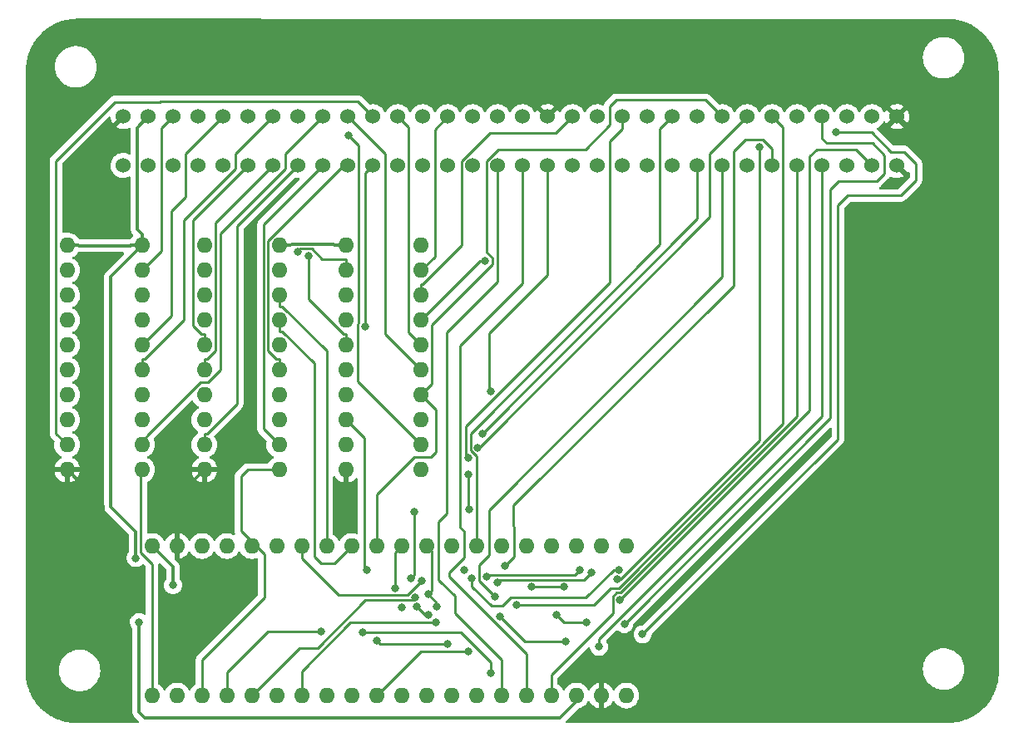
<source format=gbr>
%TF.GenerationSoftware,KiCad,Pcbnew,(5.99.0-7341-g2f3ca60c5e)*%
%TF.CreationDate,2021-11-12T09:56:41+01:00*%
%TF.ProjectId,MD Dumper Classic,4d442044-756d-4706-9572-20436c617373,rev?*%
%TF.SameCoordinates,Original*%
%TF.FileFunction,Copper,L2,Bot*%
%TF.FilePolarity,Positive*%
%FSLAX46Y46*%
G04 Gerber Fmt 4.6, Leading zero omitted, Abs format (unit mm)*
G04 Created by KiCad (PCBNEW (5.99.0-7341-g2f3ca60c5e)) date 2021-11-12 09:56:41*
%MOMM*%
%LPD*%
G01*
G04 APERTURE LIST*
%TA.AperFunction,ComponentPad*%
%ADD10O,1.600000X1.600000*%
%TD*%
%TA.AperFunction,ComponentPad*%
%ADD11C,1.524000*%
%TD*%
%TA.AperFunction,ViaPad*%
%ADD12C,0.800000*%
%TD*%
%TA.AperFunction,Conductor*%
%ADD13C,0.250000*%
%TD*%
%TA.AperFunction,Conductor*%
%ADD14C,0.300000*%
%TD*%
G04 APERTURE END LIST*
D10*
%TO.P,U3,1,Mr*%
%TO.N,VCC5*%
X121640000Y-73130000D03*
%TO.P,U3,2,Q0*%
%TO.N,A16*%
X121640000Y-75670000D03*
%TO.P,U3,3,D0*%
%TO.N,D0_V*%
X121640000Y-78210000D03*
%TO.P,U3,4,D1*%
%TO.N,D1_V*%
X121640000Y-80750000D03*
%TO.P,U3,5,Q1*%
%TO.N,A17*%
X121640000Y-83290000D03*
%TO.P,U3,6,Q2*%
%TO.N,A18*%
X121640000Y-85830000D03*
%TO.P,U3,7,D2*%
%TO.N,D2_V*%
X121640000Y-88370000D03*
%TO.P,U3,8,D3*%
%TO.N,d3_v*%
X121640000Y-90910000D03*
%TO.P,U3,9,Q3*%
%TO.N,A19*%
X121640000Y-93450000D03*
%TO.P,U3,10,GND*%
%TO.N,GND*%
X121640000Y-95990000D03*
%TO.P,U3,11,Cp*%
%TO.N,Clk3*%
X129260000Y-95990000D03*
%TO.P,U3,12,Q4*%
%TO.N,A20*%
X129260000Y-93450000D03*
%TO.P,U3,13,D4*%
%TO.N,D4_V*%
X129260000Y-90910000D03*
%TO.P,U3,14,D5*%
%TO.N,D5_V*%
X129260000Y-88370000D03*
%TO.P,U3,15,Q5*%
%TO.N,A21*%
X129260000Y-85830000D03*
%TO.P,U3,16,Q6*%
%TO.N,A22*%
X129260000Y-83290000D03*
%TO.P,U3,17,D6*%
%TO.N,D6_V*%
X129260000Y-80750000D03*
%TO.P,U3,18,D7*%
%TO.N,D7_V*%
X129260000Y-78210000D03*
%TO.P,U3,19*%
%TO.N,N/C*%
X129260000Y-75670000D03*
%TO.P,U3,20,VCC*%
%TO.N,VCC5*%
X129260000Y-73130000D03*
%TD*%
%TO.P,U1,1,Mr*%
%TO.N,VCC5*%
X107675000Y-73130000D03*
%TO.P,U1,2,Q0*%
%TO.N,A0*%
X107675000Y-75670000D03*
%TO.P,U1,3,D0*%
%TO.N,D0_V*%
X107675000Y-78210000D03*
%TO.P,U1,4,D1*%
%TO.N,D1_V*%
X107675000Y-80750000D03*
%TO.P,U1,5,Q1*%
%TO.N,A1*%
X107675000Y-83290000D03*
%TO.P,U1,6,Q2*%
%TO.N,A2*%
X107675000Y-85830000D03*
%TO.P,U1,7,D2*%
%TO.N,D2_V*%
X107675000Y-88370000D03*
%TO.P,U1,8,D3*%
%TO.N,d3_v*%
X107675000Y-90910000D03*
%TO.P,U1,9,Q3*%
%TO.N,A3*%
X107675000Y-93450000D03*
%TO.P,U1,10,GND*%
%TO.N,GND*%
X107675000Y-95990000D03*
%TO.P,U1,11,Cp*%
%TO.N,Clk1*%
X115295000Y-95990000D03*
%TO.P,U1,12,Q4*%
%TO.N,A4*%
X115295000Y-93450000D03*
%TO.P,U1,13,D4*%
%TO.N,D4_V*%
X115295000Y-90910000D03*
%TO.P,U1,14,D5*%
%TO.N,D5_V*%
X115295000Y-88370000D03*
%TO.P,U1,15,Q5*%
%TO.N,A5*%
X115295000Y-85830000D03*
%TO.P,U1,16,Q6*%
%TO.N,A6*%
X115295000Y-83290000D03*
%TO.P,U1,17,D6*%
%TO.N,D6_V*%
X115295000Y-80750000D03*
%TO.P,U1,18,D7*%
%TO.N,D7_V*%
X115295000Y-78210000D03*
%TO.P,U1,19,Q7*%
%TO.N,A7*%
X115295000Y-75670000D03*
%TO.P,U1,20,VCC*%
%TO.N,VCC5*%
X115295000Y-73130000D03*
%TD*%
%TO.P,P1,*%
%TO.N,D2_V*%
X146800000Y-103760000D03*
%TO.N,d3_v*%
X144260000Y-103760000D03*
%TO.P,P1,1,1*%
%TO.N,Clk1*%
X116320000Y-119000000D03*
%TO.P,P1,2,2*%
%TO.N,D12*%
X118860000Y-119000000D03*
%TO.P,P1,3,3*%
%TO.N,Clk3*%
X121400000Y-119000000D03*
%TO.P,P1,4,4*%
%TO.N,D11*%
X123940000Y-119000000D03*
%TO.P,P1,5,5*%
%TO.N,MD_AS*%
X126480000Y-119000000D03*
%TO.P,P1,6,6*%
%TO.N,MD_Rst*%
X129020000Y-119000000D03*
%TO.P,P1,7,7*%
%TO.N,MD_TIME*%
X131560000Y-119000000D03*
%TO.P,P1,8,8*%
%TO.N,/PA11*%
X134100000Y-119000000D03*
%TO.P,P1,9,9*%
%TO.N,/PA12*%
X136640000Y-119000000D03*
%TO.P,P1,10,10*%
%TO.N,MD_UWR*%
X139180000Y-119000000D03*
%TO.P,P1,11,11*%
%TO.N,D9*%
X141720000Y-119000000D03*
%TO.P,P1,12,12*%
%TO.N,D10*%
X144260000Y-119000000D03*
%TO.P,P1,13,13*%
%TO.N,D14*%
X146800000Y-119000000D03*
%TO.P,P1,14,14*%
%TO.N,D15*%
X149340000Y-119000000D03*
%TO.P,P1,15,15*%
%TO.N,MD_OE*%
X151880000Y-119000000D03*
%TO.P,P1,16,16*%
%TO.N,MD_CE*%
X154420000Y-119000000D03*
%TO.P,P1,17,17*%
%TO.N,MD_WE*%
X156960000Y-119000000D03*
%TO.P,P1,18,18*%
%TO.N,VCC5*%
X159500000Y-119000000D03*
%TO.P,P1,19,19*%
%TO.N,GND*%
X162040000Y-119000000D03*
%TO.P,P1,20,20*%
%TO.N,N/C*%
X164580000Y-119000000D03*
%TO.P,P1,21,21*%
%TO.N,/VBAT*%
X164580000Y-103760000D03*
%TO.P,P1,22,22*%
%TO.N,/PC13*%
X162040000Y-103760000D03*
%TO.P,P1,23,23*%
%TO.N,/PC14*%
X159500000Y-103760000D03*
%TO.P,P1,24,24*%
%TO.N,/PC15*%
X156960000Y-103760000D03*
%TO.P,P1,25,25*%
%TO.N,/RST*%
X154420000Y-103760000D03*
%TO.P,P1,26,26*%
%TO.N,D0_V*%
X151880000Y-103760000D03*
%TO.P,P1,27,27*%
%TO.N,D1_V*%
X149340000Y-103760000D03*
%TO.P,P1,30,30*%
%TO.N,D4_V*%
X141720000Y-103760000D03*
%TO.P,P1,31,31*%
%TO.N,D5_V*%
X139180000Y-103760000D03*
%TO.P,P1,32,32*%
%TO.N,D6_V*%
X136640000Y-103760000D03*
%TO.P,P1,33,33*%
%TO.N,D7_V*%
X134100000Y-103760000D03*
%TO.P,P1,34,34*%
%TO.N,D13*%
X131560000Y-103760000D03*
%TO.P,P1,35,35*%
%TO.N,D8*%
X129020000Y-103760000D03*
%TO.P,P1,36,36*%
%TO.N,N/C*%
X126480000Y-103760000D03*
%TO.P,P1,37,37*%
%TO.N,Clk2*%
X123940000Y-103760000D03*
%TO.P,P1,38,38*%
%TO.N,N/C*%
X121400000Y-103760000D03*
%TO.P,P1,39,39*%
%TO.N,GND*%
X118860000Y-103760000D03*
%TO.P,P1,40,40*%
%TO.N,VCC5*%
X116320000Y-103760000D03*
%TD*%
%TO.P,U2,1,Mr*%
%TO.N,VCC5*%
X136065000Y-73130000D03*
%TO.P,U2,2,Q0*%
%TO.N,A8*%
X136065000Y-75670000D03*
%TO.P,U2,3,D0*%
%TO.N,D0_V*%
X136065000Y-78210000D03*
%TO.P,U2,4,D1*%
%TO.N,D1_V*%
X136065000Y-80750000D03*
%TO.P,U2,5,Q1*%
%TO.N,A9*%
X136065000Y-83290000D03*
%TO.P,U2,6,Q2*%
%TO.N,A10*%
X136065000Y-85830000D03*
%TO.P,U2,7,D2*%
%TO.N,D2_V*%
X136065000Y-88370000D03*
%TO.P,U2,8,D3*%
%TO.N,d3_v*%
X136065000Y-90910000D03*
%TO.P,U2,9,Q3*%
%TO.N,A11*%
X136065000Y-93450000D03*
%TO.P,U2,10,GND*%
%TO.N,GND*%
X136065000Y-95990000D03*
%TO.P,U2,11,Cp*%
%TO.N,Clk2*%
X143685000Y-95990000D03*
%TO.P,U2,12,Q4*%
%TO.N,A12*%
X143685000Y-93450000D03*
%TO.P,U2,13,D4*%
%TO.N,D4_V*%
X143685000Y-90910000D03*
%TO.P,U2,14,D5*%
%TO.N,D5_V*%
X143685000Y-88370000D03*
%TO.P,U2,15,Q5*%
%TO.N,A13*%
X143685000Y-85830000D03*
%TO.P,U2,16,Q6*%
%TO.N,A14*%
X143685000Y-83290000D03*
%TO.P,U2,17,D6*%
%TO.N,D6_V*%
X143685000Y-80750000D03*
%TO.P,U2,18,D7*%
%TO.N,D7_V*%
X143685000Y-78210000D03*
%TO.P,U2,19,Q7*%
%TO.N,A15*%
X143685000Y-75670000D03*
%TO.P,U2,20,VCC*%
%TO.N,VCC5*%
X143685000Y-73130000D03*
%TD*%
D11*
%TO.P,Classic 12/2020,A01,GND*%
%TO.N,GND*%
X113380000Y-60010000D03*
%TO.P,Classic 12/2020,A02,VCC*%
%TO.N,VCC5*%
X115920000Y-60010000D03*
%TO.P,Classic 12/2020,A03,A7*%
%TO.N,A7*%
X118460000Y-60010000D03*
%TO.P,Classic 12/2020,A04,A10*%
%TO.N,A10*%
X121000000Y-60010000D03*
%TO.P,Classic 12/2020,A05,A6*%
%TO.N,A6*%
X123540000Y-60010000D03*
%TO.P,Classic 12/2020,A06,A11*%
%TO.N,A11*%
X126080000Y-60010000D03*
%TO.P,Classic 12/2020,A07,A5*%
%TO.N,A5*%
X128620000Y-60010000D03*
%TO.P,Classic 12/2020,A08,A12*%
%TO.N,A12*%
X131160000Y-60010000D03*
%TO.P,Classic 12/2020,A09,A4*%
%TO.N,A4*%
X133700000Y-60010000D03*
%TO.P,Classic 12/2020,A10,A13*%
%TO.N,A13*%
X136240000Y-60010000D03*
%TO.P,Classic 12/2020,A11,A3*%
%TO.N,A3*%
X138780000Y-60010000D03*
%TO.P,Classic 12/2020,A12,A14*%
%TO.N,A14*%
X141320000Y-60010000D03*
%TO.P,Classic 12/2020,A13,A2*%
%TO.N,A2*%
X143860000Y-60010000D03*
%TO.P,Classic 12/2020,A14,A15*%
%TO.N,A15*%
X146400000Y-60010000D03*
%TO.P,Classic 12/2020,A15,A1*%
%TO.N,A1*%
X148940000Y-60010000D03*
%TO.P,Classic 12/2020,A16,A16*%
%TO.N,A16*%
X151480000Y-60010000D03*
%TO.P,Classic 12/2020,A17,A0*%
%TO.N,A0*%
X154020000Y-60010000D03*
%TO.P,Classic 12/2020,A18,GND*%
%TO.N,GND*%
X156560000Y-60010000D03*
%TO.P,Classic 12/2020,A19,D7*%
%TO.N,D7_V*%
X159100000Y-60010000D03*
%TO.P,Classic 12/2020,A20,D0*%
%TO.N,D0_V*%
X161640000Y-60010000D03*
%TO.P,Classic 12/2020,A21,D8*%
%TO.N,D8*%
X164180000Y-60010000D03*
%TO.P,Classic 12/2020,A22,D6*%
%TO.N,D6_V*%
X166720000Y-60010000D03*
%TO.P,Classic 12/2020,A23,D1*%
%TO.N,D1_V*%
X169260000Y-60010000D03*
%TO.P,Classic 12/2020,A24,D9*%
%TO.N,D9*%
X171800000Y-60010000D03*
%TO.P,Classic 12/2020,A25,D5*%
%TO.N,D5_V*%
X174340000Y-60010000D03*
%TO.P,Classic 12/2020,A26,D2*%
%TO.N,D2_V*%
X176880000Y-60010000D03*
%TO.P,Classic 12/2020,A27,D10*%
%TO.N,D10*%
X179420000Y-60010000D03*
%TO.P,Classic 12/2020,A28,D4*%
%TO.N,D4_V*%
X181960000Y-60010000D03*
%TO.P,Classic 12/2020,A29,D3*%
%TO.N,d3_v*%
X184500000Y-60010000D03*
%TO.P,Classic 12/2020,A30,D11*%
%TO.N,D11*%
X187040000Y-60010000D03*
%TO.P,Classic 12/2020,A31,VCC*%
%TO.N,VCC5*%
X189580000Y-60010000D03*
%TO.P,Classic 12/2020,A32,GND*%
%TO.N,GND*%
X192120000Y-60010000D03*
%TO.P,Classic 12/2020,B01,Left_Audio*%
%TO.N,N/C*%
X113380000Y-64980000D03*
%TO.P,Classic 12/2020,B02,~68K_Rst*%
X115920000Y-64980000D03*
%TO.P,Classic 12/2020,B03,Right_Audio*%
X118460000Y-64980000D03*
%TO.P,Classic 12/2020,B04,A8*%
%TO.N,A8*%
X121000000Y-64980000D03*
%TO.P,Classic 12/2020,B05,A9*%
%TO.N,A9*%
X123540000Y-64980000D03*
%TO.P,Classic 12/2020,B06,A17*%
%TO.N,A17*%
X126080000Y-64980000D03*
%TO.P,Classic 12/2020,B07,A18*%
%TO.N,A18*%
X128620000Y-64980000D03*
%TO.P,Classic 12/2020,B08,A19*%
%TO.N,A19*%
X131160000Y-64980000D03*
%TO.P,Classic 12/2020,B09,A20*%
%TO.N,A20*%
X133700000Y-64980000D03*
%TO.P,Classic 12/2020,B10,A21*%
%TO.N,A21*%
X136240000Y-64980000D03*
%TO.P,Classic 12/2020,B11,A22*%
%TO.N,A22*%
X138780000Y-64980000D03*
%TO.P,Classic 12/2020,B12,VDP_YS*%
%TO.N,N/C*%
X141320000Y-64980000D03*
%TO.P,Classic 12/2020,B13,VSYNC*%
X143860000Y-64980000D03*
%TO.P,Classic 12/2020,B14,HSYNC*%
X146400000Y-64980000D03*
%TO.P,Classic 12/2020,B15,VDP_CLK*%
X148940000Y-64980000D03*
%TO.P,Classic 12/2020,B16,~OE*%
%TO.N,MD_OE*%
X151480000Y-64980000D03*
%TO.P,Classic 12/2020,B17,~CE*%
%TO.N,MD_CE*%
X154020000Y-64980000D03*
%TO.P,Classic 12/2020,B18,AS*%
%TO.N,MD_AS*%
X156560000Y-64980000D03*
%TO.P,Classic 12/2020,B19,68K_CLK*%
%TO.N,VClk*%
X159100000Y-64980000D03*
%TO.P,Classic 12/2020,B20,DTACK*%
%TO.N,MD_DTACK*%
X161640000Y-64980000D03*
%TO.P,Classic 12/2020,B21,~CAS2*%
%TO.N,N/C*%
X164180000Y-64980000D03*
%TO.P,Classic 12/2020,B22,D15*%
%TO.N,D15*%
X166720000Y-64980000D03*
%TO.P,Classic 12/2020,B23,D14*%
%TO.N,D14*%
X169260000Y-64980000D03*
%TO.P,Classic 12/2020,B24,D13*%
%TO.N,D13*%
X171800000Y-64980000D03*
%TO.P,Classic 12/2020,B25,D12*%
%TO.N,D12*%
X174340000Y-64980000D03*
%TO.P,Classic 12/2020,B26,~ASEL*%
%TO.N,STM_ASEL*%
X176880000Y-64980000D03*
%TO.P,Classic 12/2020,B27,~ROM_RST*%
%TO.N,MD_Rst*%
X179420000Y-64980000D03*
%TO.P,Classic 12/2020,B28,~Low_WR*%
%TO.N,MD_WE*%
X181960000Y-64980000D03*
%TO.P,Classic 12/2020,B29,~Up_WR*%
%TO.N,MD_UWR*%
X184500000Y-64980000D03*
%TO.P,Classic 12/2020,B30,~Mark3*%
%TO.N,~MARK3*%
X187040000Y-64980000D03*
%TO.P,Classic 12/2020,B31,~TIME*%
%TO.N,MD_TIME*%
X189580000Y-64980000D03*
%TO.P,Classic 12/2020,B32,~CART*%
%TO.N,GND*%
X192120000Y-64980000D03*
%TD*%
D12*
%TO.N,D4_V*%
X144483618Y-110823618D03*
X141031653Y-108044990D03*
%TO.N,D8*%
X142690906Y-107035291D03*
%TO.N,D13*%
X148580000Y-100020000D03*
X148520000Y-96500000D03*
%TO.N,MD_AS*%
X143127660Y-108967660D03*
%TO.N,D4_V*%
X143248579Y-109960335D03*
%TO.N,d3_v*%
X144404951Y-108707061D03*
%TO.N,D13*%
X143740000Y-107330000D03*
%TO.N,MD_TIME*%
X145211716Y-111548628D03*
%TO.N,d3_v*%
X145265532Y-109944801D03*
X138160000Y-106200000D03*
%TO.N,D4_V*%
X150390000Y-106905010D03*
%TO.N,MD_Rst*%
X152230000Y-105800000D03*
%TO.N,D4_V*%
X159870000Y-106220000D03*
%TO.N,d3_v*%
X163850000Y-106190000D03*
%TO.N,D11*%
X163637205Y-107167109D03*
%TO.N,D12*%
X139170000Y-113370000D03*
X151210000Y-108940000D03*
%TO.N,d3_v*%
X148874990Y-107062091D03*
%TO.N,D12*%
X146390000Y-113710000D03*
%TO.N,GND*%
X114140000Y-57460000D03*
X115100000Y-108550000D03*
%TO.N,VCC5*%
X114640000Y-104990000D03*
X114980000Y-111510000D03*
X118450000Y-107750000D03*
%TO.N,D8*%
X142990000Y-100288200D03*
X148468900Y-94809300D03*
%TO.N,D10*%
X153416000Y-109728000D03*
%TO.N,D4_V*%
X166240000Y-112770000D03*
X185910000Y-61620000D03*
%TO.N,D11*%
X178140000Y-63080000D03*
X133550000Y-112440000D03*
X137750000Y-112560000D03*
X150770000Y-116700000D03*
%TO.N,D6_V*%
X150227360Y-74737960D03*
%TO.N,D2_V*%
X149463900Y-93752700D03*
%TO.N,D14*%
X154940000Y-107925021D03*
X158230000Y-107925021D03*
%TO.N,D13*%
X149914200Y-92324400D03*
%TO.N,D12*%
X141770000Y-110030000D03*
%TO.N,A22*%
X137995700Y-81422100D03*
%TO.N,A8*%
X131114400Y-73801100D03*
%TO.N,A9*%
X132267400Y-74199200D03*
%TO.N,A12*%
X136340400Y-61919600D03*
%TO.N,MD_UWR*%
X161807000Y-114037000D03*
X148470000Y-114535010D03*
X151750000Y-110980000D03*
X158420000Y-113470000D03*
%TO.N,MD_AS*%
X150809100Y-88032600D03*
%TO.N,MD_Rst*%
X148100000Y-106180000D03*
%TO.N,MD_TIME*%
X163934979Y-109240000D03*
X161036000Y-106426000D03*
X151491121Y-107475010D03*
X160528000Y-111506000D03*
X157480000Y-110744000D03*
%TO.N,d3_v*%
X164390052Y-111725526D03*
%TD*%
D13*
%TO.N,D1_V*%
X149340000Y-101260000D02*
X149340000Y-103760000D01*
%TO.N,MD_CE*%
X147690300Y-101899300D02*
X148060000Y-102269000D01*
%TO.N,d3_v*%
X144404951Y-108707061D02*
X145265532Y-109567642D01*
%TO.N,MD_CE*%
X146530000Y-106500000D02*
X146530000Y-106900000D01*
%TO.N,d3_v*%
X144804950Y-108307062D02*
X144404951Y-108707061D01*
%TO.N,D8*%
X142990000Y-100288200D02*
X142990000Y-106736197D01*
%TO.N,D13*%
X131560000Y-105020000D02*
X135310000Y-108770000D01*
%TO.N,MD_CE*%
X154020000Y-64980000D02*
X154020000Y-77009300D01*
%TO.N,D13*%
X142300000Y-108770000D02*
X143740000Y-107330000D01*
%TO.N,MD_TIME*%
X131560000Y-119000000D02*
X131560000Y-116500000D01*
%TO.N,MD_AS*%
X142792661Y-109302659D02*
X143127660Y-108967660D01*
%TO.N,MD_TIME*%
X131560000Y-116500000D02*
X136511372Y-111548628D01*
%TO.N,D4_V*%
X144111862Y-110823618D02*
X144483618Y-110823618D01*
X143248579Y-109960335D02*
X144111862Y-110823618D01*
%TO.N,MD_TIME*%
X136511372Y-111548628D02*
X145211716Y-111548628D01*
%TO.N,MD_CE*%
X154420000Y-114790000D02*
X154420000Y-119000000D01*
%TO.N,D4_V*%
X141031653Y-104448347D02*
X141031653Y-108044990D01*
X141720000Y-103760000D02*
X141031653Y-104448347D01*
%TO.N,MD_AS*%
X131330000Y-114150000D02*
X133180000Y-114150000D01*
%TO.N,MD_CE*%
X148060000Y-102269000D02*
X148060000Y-104970000D01*
%TO.N,D13*%
X148520000Y-99960000D02*
X148580000Y-100020000D01*
%TO.N,MD_AS*%
X133180000Y-114150000D02*
X138027341Y-109302659D01*
X126480000Y-119000000D02*
X131330000Y-114150000D01*
%TO.N,D13*%
X131560000Y-103760000D02*
X131560000Y-105020000D01*
%TO.N,MD_CE*%
X154020000Y-77009300D02*
X147690300Y-83339000D01*
%TO.N,MD_AS*%
X138027341Y-109302659D02*
X142792661Y-109302659D01*
%TO.N,D8*%
X142990000Y-106736197D02*
X142690906Y-107035291D01*
%TO.N,MD_CE*%
X146530000Y-106900000D02*
X154420000Y-114790000D01*
X148060000Y-104970000D02*
X146530000Y-106500000D01*
%TO.N,d3_v*%
X144260000Y-103760000D02*
X144804950Y-104304950D01*
X144804950Y-104304950D02*
X144804950Y-108307062D01*
%TO.N,D13*%
X135310000Y-108770000D02*
X142300000Y-108770000D01*
%TO.N,d3_v*%
X145265532Y-109567642D02*
X145265532Y-109944801D01*
%TO.N,D13*%
X148520000Y-96500000D02*
X148520000Y-99960000D01*
%TO.N,MD_CE*%
X147690300Y-83339000D02*
X147690300Y-101899300D01*
%TO.N,d3_v*%
X138160000Y-106200000D02*
X137910000Y-105950000D01*
X137910000Y-105950000D02*
X137910000Y-92755000D01*
X137910000Y-92755000D02*
X136065000Y-90910000D01*
%TO.N,D4_V*%
X150545010Y-106750000D02*
X150390000Y-106905010D01*
X159340000Y-106750000D02*
X150545010Y-106750000D01*
%TO.N,MD_Rst*%
X153150000Y-101794685D02*
X153120000Y-101764685D01*
X153150000Y-104880000D02*
X153150000Y-101794685D01*
%TO.N,D4_V*%
X159870000Y-106220000D02*
X159340000Y-106750000D01*
%TO.N,MD_Rst*%
X152230000Y-105800000D02*
X153150000Y-104880000D01*
%TO.N,MD_OE*%
X145490000Y-105200000D02*
X145490000Y-107210000D01*
X145490000Y-107210000D02*
X145650000Y-107370000D01*
%TO.N,MD_WE*%
X163993605Y-108514998D02*
X163586977Y-108514998D01*
%TO.N,d3_v*%
X163284315Y-106190000D02*
X163850000Y-106190000D01*
%TO.N,D10*%
X161301974Y-109728000D02*
X153416000Y-109728000D01*
%TO.N,MD_WE*%
X163209977Y-108891998D02*
X163209977Y-110650023D01*
X163586977Y-108514998D02*
X163209977Y-108891998D01*
%TO.N,D10*%
X162964987Y-108064987D02*
X161301974Y-109728000D01*
%TO.N,MD_WE*%
X156960000Y-116900000D02*
X156960000Y-119000000D01*
%TO.N,D10*%
X163807205Y-108064987D02*
X162964987Y-108064987D01*
X180536011Y-91336181D02*
X163807205Y-108064987D01*
%TO.N,D11*%
X164015893Y-107167109D02*
X163637205Y-107167109D01*
X178140000Y-93043002D02*
X164015893Y-107167109D01*
X178140000Y-63080000D02*
X178140000Y-93043002D01*
%TO.N,MD_WE*%
X181960000Y-90548603D02*
X163993605Y-108514998D01*
X181960000Y-64980000D02*
X181960000Y-90548603D01*
%TO.N,d3_v*%
X150850000Y-109880000D02*
X151940000Y-109880000D01*
%TO.N,D10*%
X180536011Y-61126011D02*
X180536011Y-91336181D01*
%TO.N,d3_v*%
X152820000Y-109000000D02*
X160474315Y-109000000D01*
X151940000Y-109880000D02*
X152820000Y-109000000D01*
%TO.N,D10*%
X179420000Y-60010000D02*
X180536011Y-61126011D01*
%TO.N,d3_v*%
X160474315Y-109000000D02*
X163284315Y-106190000D01*
X148874990Y-107904990D02*
X150850000Y-109880000D01*
X148874990Y-107062091D02*
X148874990Y-107904990D01*
%TO.N,MD_WE*%
X163209977Y-110650023D02*
X156960000Y-116900000D01*
%TO.N,D12*%
X149600000Y-107330000D02*
X151210000Y-108940000D01*
X150310000Y-105000000D02*
X149600000Y-105710000D01*
X149600000Y-105710000D02*
X149600000Y-107330000D01*
X146390000Y-113710000D02*
X139510000Y-113710000D01*
X139510000Y-113710000D02*
X139170000Y-113370000D01*
X150590000Y-100110000D02*
X150590000Y-104720000D01*
X174340000Y-64980000D02*
X174340000Y-76360000D01*
X174340000Y-76360000D02*
X150590000Y-100110000D01*
X150590000Y-104720000D02*
X150310000Y-105000000D01*
%TO.N,MD_OE*%
X146345000Y-81995000D02*
X151480000Y-76860000D01*
X146290000Y-83292600D02*
X146290000Y-82050000D01*
X146290000Y-82050000D02*
X146345000Y-81995000D01*
X145490000Y-105200000D02*
X145490000Y-101270000D01*
X151880000Y-115374700D02*
X147140000Y-110634700D01*
X145490000Y-101270000D02*
X146290000Y-100470000D01*
X147140000Y-110634700D02*
X147140000Y-108860000D01*
X147140000Y-108860000D02*
X145650000Y-107370000D01*
X146290000Y-100470000D02*
X146290000Y-83292600D01*
D14*
%TO.N,GND*%
X114740000Y-56860000D02*
X114140000Y-57460000D01*
X111370000Y-104820000D02*
X115100000Y-108550000D01*
X188970000Y-56860000D02*
X114740000Y-56860000D01*
X118860000Y-98770000D02*
X118860000Y-103760000D01*
X192120000Y-60010000D02*
X188970000Y-56860000D01*
X111370000Y-99685000D02*
X111370000Y-104820000D01*
X107675000Y-95990000D02*
X111370000Y-99685000D01*
X121640000Y-95990000D02*
X118860000Y-98770000D01*
%TO.N,VCC5*%
X136065000Y-73130000D02*
X134914700Y-73130000D01*
X115295000Y-73130000D02*
X115295000Y-71979700D01*
X134914700Y-73130000D02*
X134783300Y-72998600D01*
X108825300Y-73130000D02*
X108859100Y-73163800D01*
X157820000Y-121310000D02*
X116060000Y-121310000D01*
X115295000Y-71979700D02*
X114801100Y-71485800D01*
X118450000Y-105890000D02*
X116320000Y-103760000D01*
X116060000Y-121310000D02*
X115600000Y-121310000D01*
X112090000Y-99810000D02*
X112090000Y-76335000D01*
X159500000Y-119000000D02*
X159500000Y-119630000D01*
X114110900Y-73163800D02*
X114144700Y-73130000D01*
X159500000Y-119630000D02*
X157820000Y-121310000D01*
X114801100Y-61128900D02*
X115920000Y-60010000D01*
X112090000Y-76335000D02*
X115295000Y-73130000D01*
X108859100Y-73163800D02*
X114110900Y-73163800D01*
X118450000Y-107750000D02*
X118450000Y-105890000D01*
X114801100Y-71485800D02*
X114801100Y-61128900D01*
X114980000Y-120690000D02*
X114980000Y-111510000D01*
X129260000Y-73130000D02*
X130410300Y-73130000D01*
X107675000Y-73130000D02*
X108825300Y-73130000D01*
X115600000Y-121310000D02*
X114980000Y-120690000D01*
X114640000Y-102360000D02*
X112090000Y-99810000D01*
X114640000Y-104990000D02*
X114640000Y-102360000D01*
X130541700Y-72998600D02*
X130410300Y-73130000D01*
X115295000Y-73130000D02*
X114144700Y-73130000D01*
X134783300Y-72998600D02*
X130541700Y-72998600D01*
D13*
%TO.N,D8*%
X164180000Y-61220000D02*
X162910000Y-62490000D01*
X164180000Y-60010000D02*
X164180000Y-61220000D01*
X148288300Y-91579200D02*
X148288300Y-94628700D01*
X162910000Y-62490000D02*
X162910000Y-76957500D01*
X148288300Y-94628700D02*
X148468900Y-94809300D01*
X162910000Y-76957500D02*
X148288300Y-91579200D01*
%TO.N,D1_V*%
X148738600Y-94053100D02*
X149339900Y-94654400D01*
X149339900Y-94654400D02*
X149340000Y-94654400D01*
X149340000Y-101260000D02*
X149340000Y-100134700D01*
X149340000Y-94654400D02*
X149340000Y-100134700D01*
X169260000Y-60010000D02*
X167990000Y-61280000D01*
X148738600Y-92290100D02*
X148738600Y-94053100D01*
X167990000Y-61280000D02*
X167990000Y-73038700D01*
X167990000Y-73038700D02*
X148738600Y-92290100D01*
%TO.N,D4_V*%
X192870000Y-63600000D02*
X194060000Y-64790000D01*
X186130000Y-69070000D02*
X186130000Y-92880000D01*
X185910000Y-61620000D02*
X189530000Y-61620000D01*
X189530000Y-61620000D02*
X191510000Y-63600000D01*
X187150000Y-68050000D02*
X186130000Y-69070000D01*
X194060000Y-64790000D02*
X194060000Y-66520000D01*
X186130000Y-92880000D02*
X166240000Y-112770000D01*
X191510000Y-63600000D02*
X192870000Y-63600000D01*
X192530000Y-68050000D02*
X187150000Y-68050000D01*
X194060000Y-66520000D02*
X192530000Y-68050000D01*
%TO.N,D11*%
X123940000Y-119000000D02*
X123940000Y-116640000D01*
X137750000Y-112560000D02*
X147730000Y-112560000D01*
X128140000Y-112440000D02*
X133550000Y-112440000D01*
X150770000Y-115600000D02*
X150770000Y-116700000D01*
X123940000Y-116640000D02*
X128140000Y-112440000D01*
X147730000Y-112560000D02*
X150770000Y-115600000D01*
%TO.N,D5_V*%
X142990000Y-94720000D02*
X139180000Y-98530000D01*
X150390300Y-73827896D02*
X150390300Y-64529100D01*
X144810300Y-81228024D02*
X150952362Y-75085962D01*
X144810300Y-87244700D02*
X144810300Y-81228024D01*
X160455600Y-63334400D02*
X162930000Y-60860000D01*
X150952362Y-75085962D02*
X150952362Y-74389958D01*
X150952362Y-74389958D02*
X150390300Y-73827896D01*
X172640000Y-58310000D02*
X174340000Y-60010000D01*
X144680000Y-94720000D02*
X142990000Y-94720000D01*
X139180000Y-103760000D02*
X139180000Y-101260000D01*
X143685000Y-88370000D02*
X145180000Y-89865000D01*
X150390300Y-64529100D02*
X151585000Y-63334400D01*
X162930000Y-60860000D02*
X162930000Y-58930000D01*
X139180000Y-98530000D02*
X139180000Y-101260000D01*
X143685000Y-88370000D02*
X144810300Y-87244700D01*
X162930000Y-58930000D02*
X163550000Y-58310000D01*
X163550000Y-58310000D02*
X172640000Y-58310000D01*
X151585000Y-63334400D02*
X160455600Y-63334400D01*
X145180000Y-89865000D02*
X145180000Y-94220000D01*
X145180000Y-94220000D02*
X144680000Y-94720000D01*
%TO.N,D6_V*%
X132830000Y-85164000D02*
X132830000Y-101581800D01*
X129260000Y-81875300D02*
X129541300Y-81875300D01*
X129260000Y-80750000D02*
X129260000Y-81875300D01*
X133490000Y-105540000D02*
X134860000Y-105540000D01*
X143685000Y-80750000D02*
X149697040Y-74737960D01*
X132830000Y-102710000D02*
X132830000Y-101581800D01*
X132830000Y-104880000D02*
X133490000Y-105540000D01*
X129541300Y-81875300D02*
X132830000Y-85164000D01*
X134860000Y-105540000D02*
X136640000Y-103760000D01*
X149697040Y-74737960D02*
X150227360Y-74737960D01*
X132830000Y-102710000D02*
X132830000Y-104880000D01*
%TO.N,D7_V*%
X157431400Y-61678600D02*
X150667000Y-61678600D01*
X143685000Y-78210000D02*
X143685000Y-77084700D01*
X134100000Y-83894000D02*
X134100000Y-101260000D01*
X129260000Y-78210000D02*
X129260000Y-79335300D01*
X159100000Y-60010000D02*
X157431400Y-61678600D01*
X147827800Y-64517800D02*
X147827800Y-73127200D01*
X134100000Y-103760000D02*
X134100000Y-101260000D01*
X129260000Y-79335300D02*
X129541300Y-79335300D01*
X129541300Y-79335300D02*
X134100000Y-83894000D01*
X147827800Y-73127200D02*
X143870300Y-77084700D01*
X143870300Y-77084700D02*
X143685000Y-77084700D01*
X150667000Y-61678600D02*
X147827800Y-64517800D01*
%TO.N,D2_V*%
X173070000Y-70259100D02*
X149576400Y-93752700D01*
X149576400Y-93752700D02*
X149463900Y-93752700D01*
X176880000Y-60010000D02*
X173070000Y-63820000D01*
X173070000Y-63820000D02*
X173070000Y-70259100D01*
%TO.N,A3*%
X138780000Y-60010000D02*
X137242988Y-58472988D01*
X106524100Y-92299100D02*
X107675000Y-93450000D01*
X117160014Y-58472988D02*
X117108001Y-58525001D01*
X137242988Y-58472988D02*
X117160014Y-58472988D01*
X117108001Y-58525001D02*
X112514999Y-58525001D01*
X106524100Y-64515900D02*
X106524100Y-92299100D01*
X112514999Y-58525001D02*
X106524100Y-64515900D01*
%TO.N,A4*%
X115295000Y-93060900D02*
X115295000Y-93450000D01*
X129890000Y-65296400D02*
X123235200Y-71951200D01*
X116031200Y-92324700D02*
X115295000Y-93060900D01*
X121975100Y-87100000D02*
X121255900Y-87100000D01*
X123235200Y-71951200D02*
X123235200Y-85839900D01*
X121255900Y-87100000D02*
X116031200Y-92324700D01*
X129890000Y-63820000D02*
X129890000Y-65296400D01*
X133700000Y-60010000D02*
X129890000Y-63820000D01*
X123235200Y-85839900D02*
X121975100Y-87100000D01*
%TO.N,A5*%
X119543700Y-70582300D02*
X124810000Y-65316000D01*
X124810000Y-65316000D02*
X124810000Y-63820000D01*
X115529500Y-84704700D02*
X119543700Y-80690500D01*
X119543700Y-80690500D02*
X119543700Y-70582300D01*
X124810000Y-63820000D02*
X128620000Y-60010000D01*
X115295000Y-85830000D02*
X115295000Y-84704700D01*
X115295000Y-84704700D02*
X115529500Y-84704700D01*
%TO.N,A6*%
X119730000Y-68199300D02*
X118254000Y-69675300D01*
X118254000Y-80331000D02*
X115295000Y-83290000D01*
X118254000Y-69675300D02*
X118254000Y-80331000D01*
X123540000Y-60010000D02*
X119730000Y-63820000D01*
X119730000Y-63820000D02*
X119730000Y-68199300D01*
%TO.N,A7*%
X118460000Y-60010000D02*
X117271300Y-61198700D01*
X117271300Y-73693700D02*
X115295000Y-75670000D01*
X117271300Y-61198700D02*
X117271300Y-73693700D01*
%TO.N,A17*%
X120514700Y-70545300D02*
X120514700Y-81320800D01*
X120514700Y-81320800D02*
X121358600Y-82164700D01*
X126080000Y-64980000D02*
X120514700Y-70545300D01*
X121358600Y-82164700D02*
X121640000Y-82164700D01*
X121640000Y-83290000D02*
X121640000Y-82164700D01*
%TO.N,A18*%
X128620000Y-64980000D02*
X122765300Y-70834700D01*
X121640000Y-85830000D02*
X121640000Y-84704700D01*
X121921400Y-84704700D02*
X121640000Y-84704700D01*
X122765300Y-70834700D02*
X122765300Y-83860800D01*
X122765300Y-83860800D02*
X121921400Y-84704700D01*
%TO.N,D14*%
X158230000Y-107925021D02*
X157664315Y-107925021D01*
X157664315Y-107925021D02*
X154940000Y-107925021D01*
%TO.N,D13*%
X171800000Y-64980000D02*
X171800000Y-70438600D01*
X171800000Y-70438600D02*
X149914200Y-92324400D01*
%TO.N,A19*%
X121921300Y-92324700D02*
X121640000Y-92324700D01*
X124971800Y-89274200D02*
X121921300Y-92324700D01*
X131160000Y-64980000D02*
X124971800Y-71168200D01*
X124971800Y-71168200D02*
X124971800Y-89274200D01*
X121640000Y-93450000D02*
X121640000Y-92324700D01*
%TO.N,A20*%
X133700000Y-64980000D02*
X127662700Y-71017300D01*
X127662700Y-91852700D02*
X129260000Y-93450000D01*
X127662700Y-71017300D02*
X127662700Y-91852700D01*
%TO.N,A21*%
X128978600Y-84704700D02*
X128134700Y-83860800D01*
X129260000Y-84704700D02*
X128978600Y-84704700D01*
X128134700Y-72651500D02*
X135806200Y-64980000D01*
X128134700Y-83860800D02*
X128134700Y-72651500D01*
X135806200Y-64980000D02*
X136240000Y-64980000D01*
X129260000Y-85830000D02*
X129260000Y-84704700D01*
%TO.N,A22*%
X137995700Y-65764300D02*
X137995700Y-81422100D01*
X138780000Y-64980000D02*
X137995700Y-65764300D01*
%TO.N,Clk3*%
X126360000Y-103200000D02*
X126310000Y-103200000D01*
X127750000Y-104590000D02*
X126360000Y-103200000D01*
X125354999Y-96675001D02*
X126040000Y-95990000D01*
X125354999Y-102244999D02*
X125354999Y-96675001D01*
X127750000Y-109024700D02*
X127750000Y-104590000D01*
X126040000Y-95990000D02*
X129260000Y-95990000D01*
X126310000Y-103200000D02*
X125354999Y-102244999D01*
X121400000Y-116500000D02*
X121400000Y-115374700D01*
X121400000Y-115374700D02*
X127750000Y-109024700D01*
X121400000Y-116500000D02*
X121400000Y-119000000D01*
%TO.N,Clk1*%
X115181700Y-96103300D02*
X115295000Y-95990000D01*
X116320000Y-119000000D02*
X116320000Y-116500000D01*
X116320000Y-116500000D02*
X116320000Y-105596998D01*
X116320000Y-105596998D02*
X115181700Y-104458698D01*
X115181700Y-104458698D02*
X115181700Y-96103300D01*
%TO.N,A8*%
X136065000Y-75670000D02*
X136065000Y-74544700D01*
X131441600Y-73473900D02*
X131114400Y-73801100D01*
X133638700Y-74544700D02*
X132567900Y-73473900D01*
X136065000Y-74544700D02*
X133638700Y-74544700D01*
X132567900Y-73473900D02*
X131441600Y-73473900D01*
%TO.N,A9*%
X132267400Y-74199200D02*
X132267400Y-78648400D01*
X136065000Y-83290000D02*
X136065000Y-82164700D01*
X132267400Y-78648400D02*
X135783700Y-82164700D01*
X135783700Y-82164700D02*
X136065000Y-82164700D01*
%TO.N,A12*%
X137260800Y-81131300D02*
X137260800Y-87025800D01*
X137260800Y-87025800D02*
X143685000Y-93450000D01*
X137331300Y-81060800D02*
X137260800Y-81131300D01*
X136340400Y-61919600D02*
X137331300Y-62910500D01*
X137331300Y-62910500D02*
X137331300Y-81060800D01*
%TO.N,A13*%
X136240000Y-60010000D02*
X140050000Y-63820000D01*
X140050000Y-82195000D02*
X143685000Y-85830000D01*
X140050000Y-63820000D02*
X140050000Y-82195000D01*
%TO.N,A14*%
X142407001Y-61097001D02*
X142407001Y-82012001D01*
X141320000Y-60010000D02*
X142407001Y-61097001D01*
X142407001Y-82012001D02*
X143685000Y-83290000D01*
%TO.N,A15*%
X145099600Y-61310400D02*
X145099600Y-74255400D01*
X145099600Y-74255400D02*
X143685000Y-75670000D01*
X146400000Y-60010000D02*
X145099600Y-61310400D01*
%TO.N,MD_UWR*%
X139180000Y-119000000D02*
X143644990Y-114535010D01*
X184500000Y-64980000D02*
X184500000Y-90542574D01*
X154240000Y-113470000D02*
X151750000Y-110980000D01*
X158420000Y-113470000D02*
X154240000Y-113470000D01*
X143644990Y-114535010D02*
X148470000Y-114535010D01*
X184500000Y-90542574D02*
X161807000Y-113235574D01*
X161807000Y-113235574D02*
X161807000Y-114037000D01*
%TO.N,MD_AS*%
X150654600Y-87878100D02*
X150809100Y-88032600D01*
X156560000Y-64980000D02*
X156560000Y-76189200D01*
X150654600Y-82094600D02*
X150654600Y-87878100D01*
X156560000Y-76189200D02*
X150654600Y-82094600D01*
%TO.N,MD_Rst*%
X153120000Y-99650000D02*
X153120000Y-101764685D01*
X175514000Y-63500000D02*
X175514000Y-77256000D01*
X175514000Y-77256000D02*
X153120000Y-99650000D01*
X178488002Y-62354998D02*
X176659002Y-62354998D01*
X179420000Y-63286996D02*
X178488002Y-62354998D01*
X179420000Y-64980000D02*
X179420000Y-63286996D01*
X176659002Y-62354998D02*
X175514000Y-63500000D01*
X148168875Y-106180000D02*
X148100000Y-106180000D01*
%TO.N,MD_TIME*%
X183976000Y-63330000D02*
X183218000Y-64088000D01*
X189580000Y-64980000D02*
X187930000Y-63330000D01*
X158242000Y-111506000D02*
X157480000Y-110744000D01*
X187930000Y-63330000D02*
X183976000Y-63330000D01*
X160528000Y-111506000D02*
X158242000Y-111506000D01*
X160261989Y-107200011D02*
X151766120Y-107200011D01*
X183218000Y-89956979D02*
X163934979Y-109240000D01*
X151766120Y-107200011D02*
X151491121Y-107475010D01*
X183218000Y-64088000D02*
X183218000Y-89956979D01*
X161036000Y-106426000D02*
X160261989Y-107200011D01*
%TO.N,MD_OE*%
X151880000Y-119000000D02*
X151880000Y-116500000D01*
X151480000Y-76860000D02*
X151480000Y-64980000D01*
X151880000Y-116500000D02*
X151880000Y-115374700D01*
%TO.N,d3_v*%
X189650000Y-62710000D02*
X190880000Y-63940000D01*
X184500000Y-62240000D02*
X184970000Y-62710000D01*
X190880000Y-65810000D02*
X190070000Y-66620000D01*
X186190000Y-66620000D02*
X185360000Y-67450000D01*
X190070000Y-66620000D02*
X186190000Y-66620000D01*
X190880000Y-63940000D02*
X190880000Y-65810000D01*
X185360000Y-90755578D02*
X164390052Y-111725526D01*
X184500000Y-60010000D02*
X184500000Y-62240000D01*
X184970000Y-62710000D02*
X189650000Y-62710000D01*
X185360000Y-67450000D02*
X185360000Y-90755578D01*
%TD*%
%TA.AperFunction,Conductor*%
%TO.N,GND*%
G36*
X108847901Y-50028052D02*
G01*
X146223770Y-50039687D01*
X183074110Y-50051158D01*
X197200929Y-50055556D01*
X197221520Y-50057257D01*
X197239062Y-50060169D01*
X197427234Y-50062066D01*
X197431169Y-50062168D01*
X197438360Y-50062465D01*
X197541434Y-50066729D01*
X197546632Y-50067051D01*
X197648548Y-50075496D01*
X197876184Y-50094358D01*
X197881299Y-50094889D01*
X197934271Y-50101492D01*
X197969189Y-50105845D01*
X197974341Y-50106595D01*
X198300509Y-50161022D01*
X198305627Y-50161986D01*
X198392308Y-50180161D01*
X198397382Y-50181335D01*
X198522291Y-50212966D01*
X198717875Y-50262495D01*
X198722883Y-50263873D01*
X198807787Y-50289150D01*
X198812730Y-50290733D01*
X199045132Y-50370517D01*
X199125479Y-50398100D01*
X199130370Y-50399893D01*
X199212877Y-50432088D01*
X199217688Y-50434081D01*
X199520469Y-50566893D01*
X199525194Y-50569083D01*
X199604752Y-50607977D01*
X199609382Y-50610360D01*
X199900169Y-50767726D01*
X199904699Y-50770300D01*
X199980833Y-50815667D01*
X199985249Y-50818424D01*
X200160031Y-50932614D01*
X200261991Y-50999228D01*
X200266263Y-51002146D01*
X200299787Y-51026081D01*
X200338412Y-51053659D01*
X200342587Y-51056772D01*
X200569978Y-51233757D01*
X200603453Y-51259812D01*
X200607495Y-51263095D01*
X200675147Y-51320393D01*
X200679038Y-51323829D01*
X200892307Y-51520157D01*
X200922269Y-51547739D01*
X200926026Y-51551345D01*
X200988659Y-51613978D01*
X200992265Y-51617736D01*
X201216170Y-51860962D01*
X201219609Y-51864855D01*
X201276931Y-51932535D01*
X201280166Y-51936519D01*
X201363292Y-52043318D01*
X201483228Y-52197413D01*
X201486341Y-52201589D01*
X201537835Y-52273712D01*
X201540773Y-52278011D01*
X201660707Y-52461582D01*
X201721590Y-52554770D01*
X201724336Y-52559171D01*
X201769718Y-52635331D01*
X201772273Y-52639827D01*
X201929649Y-52930634D01*
X201932020Y-52935241D01*
X201970922Y-53014817D01*
X201973112Y-53019540D01*
X202095934Y-53299545D01*
X202105915Y-53322300D01*
X202107908Y-53327112D01*
X202140112Y-53409643D01*
X202141898Y-53414514D01*
X202241496Y-53704635D01*
X202249265Y-53727265D01*
X202250854Y-53732226D01*
X202276120Y-53817096D01*
X202277502Y-53822115D01*
X202352967Y-54120114D01*
X202358668Y-54142628D01*
X202359842Y-54147704D01*
X202378013Y-54234368D01*
X202378976Y-54239485D01*
X202433402Y-54565637D01*
X202434153Y-54570791D01*
X202443708Y-54647442D01*
X202445108Y-54658677D01*
X202445646Y-54663857D01*
X202472950Y-54993377D01*
X202473272Y-54998573D01*
X202475811Y-55059933D01*
X202477444Y-55099394D01*
X202477832Y-55108780D01*
X202477933Y-55112691D01*
X202479798Y-55297660D01*
X202480476Y-55302078D01*
X202480477Y-55302088D01*
X202482989Y-55318453D01*
X202484447Y-55337526D01*
X202491757Y-77755775D01*
X202499622Y-101877659D01*
X202504393Y-116510073D01*
X202504393Y-116511155D01*
X202502691Y-116531834D01*
X202501333Y-116540017D01*
X202499831Y-116549062D01*
X202499782Y-116553924D01*
X202497934Y-116737247D01*
X202497832Y-116741174D01*
X202494416Y-116823770D01*
X202493271Y-116851451D01*
X202492949Y-116856643D01*
X202486913Y-116929497D01*
X202465647Y-117186134D01*
X202465110Y-117191308D01*
X202462917Y-117208901D01*
X202454154Y-117279202D01*
X202453405Y-117284350D01*
X202435149Y-117393751D01*
X202398978Y-117610511D01*
X202398014Y-117615629D01*
X202379845Y-117702281D01*
X202378671Y-117707355D01*
X202297504Y-118027877D01*
X202296122Y-118032897D01*
X202270854Y-118117774D01*
X202269265Y-118122734D01*
X202163458Y-118430945D01*
X202161910Y-118435454D01*
X202160117Y-118440346D01*
X202127906Y-118522894D01*
X202125916Y-118527697D01*
X202111708Y-118560089D01*
X201993114Y-118830454D01*
X201990924Y-118835179D01*
X201952022Y-118914754D01*
X201949639Y-118919384D01*
X201792277Y-119210165D01*
X201789708Y-119214686D01*
X201744328Y-119290842D01*
X201741593Y-119295225D01*
X201560797Y-119571956D01*
X201557858Y-119576257D01*
X201506331Y-119648424D01*
X201503218Y-119652599D01*
X201300179Y-119913462D01*
X201296897Y-119917504D01*
X201239612Y-119985141D01*
X201236164Y-119989045D01*
X201012276Y-120232253D01*
X201008670Y-120236011D01*
X200946026Y-120298655D01*
X200942268Y-120302261D01*
X200699038Y-120526170D01*
X200695145Y-120529609D01*
X200627471Y-120586926D01*
X200623478Y-120590169D01*
X200428783Y-120741706D01*
X200362590Y-120793226D01*
X200358418Y-120796337D01*
X200286254Y-120847861D01*
X200281993Y-120850772D01*
X200005222Y-121031594D01*
X200000842Y-121034329D01*
X199924670Y-121079717D01*
X199920185Y-121082265D01*
X199725051Y-121187867D01*
X199629380Y-121239641D01*
X199624750Y-121242024D01*
X199545198Y-121280915D01*
X199540473Y-121283105D01*
X199237668Y-121415928D01*
X199232893Y-121417907D01*
X199150352Y-121450115D01*
X199145477Y-121451901D01*
X198832734Y-121559265D01*
X198827774Y-121560854D01*
X198742909Y-121586119D01*
X198737892Y-121587500D01*
X198417366Y-121668669D01*
X198412301Y-121669841D01*
X198325629Y-121688014D01*
X198320511Y-121688977D01*
X197994364Y-121743402D01*
X197989216Y-121744152D01*
X197901311Y-121755109D01*
X197896155Y-121755645D01*
X197566614Y-121782951D01*
X197561429Y-121783273D01*
X197451193Y-121787833D01*
X197447320Y-121787933D01*
X197262340Y-121789798D01*
X197257918Y-121790477D01*
X197257915Y-121790477D01*
X197252491Y-121791310D01*
X197241613Y-121792979D01*
X197222530Y-121794438D01*
X183459636Y-121797166D01*
X158563373Y-121802101D01*
X158495248Y-121782112D01*
X158448745Y-121728466D01*
X158438627Y-121658194D01*
X158468107Y-121593607D01*
X158474253Y-121587006D01*
X159045209Y-121016051D01*
X159758346Y-120302914D01*
X159814830Y-120270302D01*
X159820772Y-120268710D01*
X159930863Y-120239211D01*
X159943933Y-120235709D01*
X159943935Y-120235708D01*
X159949243Y-120234286D01*
X160028635Y-120197265D01*
X160151763Y-120139850D01*
X160151768Y-120139847D01*
X160156750Y-120137524D01*
X160181500Y-120120194D01*
X160339791Y-120009358D01*
X160339794Y-120009356D01*
X160344302Y-120006199D01*
X160506199Y-119844302D01*
X160520229Y-119824266D01*
X160634367Y-119661259D01*
X160634368Y-119661257D01*
X160637524Y-119656750D01*
X160639968Y-119651509D01*
X160656080Y-119616957D01*
X160702998Y-119563672D01*
X160771275Y-119544211D01*
X160839235Y-119564753D01*
X160884470Y-119616958D01*
X160900581Y-119651509D01*
X160906066Y-119661009D01*
X161031025Y-119839469D01*
X161038081Y-119847877D01*
X161192123Y-120001919D01*
X161200531Y-120008975D01*
X161378991Y-120133934D01*
X161388487Y-120139417D01*
X161585943Y-120231491D01*
X161596239Y-120235239D01*
X161768503Y-120281398D01*
X161782599Y-120281062D01*
X161786000Y-120273120D01*
X161786001Y-119254002D01*
X161786000Y-119253996D01*
X161786000Y-118745998D01*
X162293999Y-118745998D01*
X162294000Y-118746004D01*
X162293999Y-120267971D01*
X162297972Y-120281502D01*
X162306521Y-120282731D01*
X162483762Y-120235239D01*
X162494054Y-120231493D01*
X162691513Y-120139417D01*
X162701009Y-120133934D01*
X162879469Y-120008975D01*
X162887877Y-120001919D01*
X163041919Y-119847877D01*
X163048975Y-119839469D01*
X163173934Y-119661009D01*
X163179419Y-119651509D01*
X163195530Y-119616958D01*
X163242447Y-119563672D01*
X163310724Y-119544211D01*
X163378684Y-119564753D01*
X163423920Y-119616957D01*
X163440032Y-119651509D01*
X163442476Y-119656750D01*
X163445632Y-119661257D01*
X163445633Y-119661259D01*
X163559772Y-119824266D01*
X163573801Y-119844302D01*
X163735698Y-120006199D01*
X163740206Y-120009356D01*
X163740209Y-120009358D01*
X163898500Y-120120194D01*
X163923250Y-120137524D01*
X163928232Y-120139847D01*
X163928237Y-120139850D01*
X164051365Y-120197265D01*
X164130757Y-120234286D01*
X164136065Y-120235708D01*
X164136067Y-120235709D01*
X164346598Y-120292121D01*
X164346600Y-120292121D01*
X164351913Y-120293545D01*
X164580000Y-120313500D01*
X164808087Y-120293545D01*
X164813400Y-120292121D01*
X164813402Y-120292121D01*
X165023933Y-120235709D01*
X165023935Y-120235708D01*
X165029243Y-120234286D01*
X165108635Y-120197265D01*
X165231763Y-120139850D01*
X165231768Y-120139847D01*
X165236750Y-120137524D01*
X165261500Y-120120194D01*
X165419791Y-120009358D01*
X165419794Y-120009356D01*
X165424302Y-120006199D01*
X165586199Y-119844302D01*
X165600229Y-119824266D01*
X165714367Y-119661259D01*
X165714368Y-119661257D01*
X165717524Y-119656750D01*
X165719847Y-119651768D01*
X165719850Y-119651763D01*
X165811963Y-119454225D01*
X165811964Y-119454224D01*
X165814286Y-119449243D01*
X165842922Y-119342375D01*
X165872121Y-119233402D01*
X165872121Y-119233400D01*
X165873545Y-119228087D01*
X165893500Y-119000000D01*
X165873545Y-118771913D01*
X165816787Y-118560089D01*
X165815709Y-118556067D01*
X165815708Y-118556065D01*
X165814286Y-118550757D01*
X165803012Y-118526580D01*
X165719850Y-118348237D01*
X165719847Y-118348232D01*
X165717524Y-118343250D01*
X165714367Y-118338741D01*
X165589358Y-118160209D01*
X165589356Y-118160206D01*
X165586199Y-118155698D01*
X165424302Y-117993801D01*
X165419794Y-117990644D01*
X165419791Y-117990642D01*
X165241259Y-117865633D01*
X165241257Y-117865632D01*
X165236750Y-117862476D01*
X165231768Y-117860153D01*
X165231763Y-117860150D01*
X165034225Y-117768037D01*
X165034224Y-117768036D01*
X165029243Y-117765714D01*
X165023935Y-117764292D01*
X165023933Y-117764291D01*
X164813402Y-117707879D01*
X164813400Y-117707879D01*
X164808087Y-117706455D01*
X164580000Y-117686500D01*
X164351913Y-117706455D01*
X164346600Y-117707879D01*
X164346598Y-117707879D01*
X164136067Y-117764291D01*
X164136065Y-117764292D01*
X164130757Y-117765714D01*
X164125776Y-117768036D01*
X164125775Y-117768037D01*
X163928237Y-117860150D01*
X163928232Y-117860153D01*
X163923250Y-117862476D01*
X163918743Y-117865632D01*
X163918741Y-117865633D01*
X163740209Y-117990642D01*
X163740206Y-117990644D01*
X163735698Y-117993801D01*
X163573801Y-118155698D01*
X163570644Y-118160206D01*
X163570642Y-118160209D01*
X163445633Y-118338741D01*
X163442476Y-118343250D01*
X163440150Y-118348237D01*
X163440150Y-118348238D01*
X163423920Y-118383043D01*
X163377002Y-118436328D01*
X163308725Y-118455789D01*
X163240765Y-118435247D01*
X163195530Y-118383042D01*
X163179419Y-118348491D01*
X163173934Y-118338991D01*
X163048975Y-118160531D01*
X163041919Y-118152123D01*
X162887877Y-117998081D01*
X162879469Y-117991025D01*
X162701009Y-117866066D01*
X162691513Y-117860583D01*
X162494057Y-117768509D01*
X162483761Y-117764761D01*
X162311497Y-117718602D01*
X162297401Y-117718938D01*
X162294000Y-117726880D01*
X162293999Y-118745998D01*
X161786000Y-118745998D01*
X161786001Y-117732029D01*
X161782028Y-117718498D01*
X161773479Y-117717269D01*
X161596238Y-117764761D01*
X161585946Y-117768507D01*
X161388487Y-117860583D01*
X161378991Y-117866066D01*
X161200531Y-117991025D01*
X161192123Y-117998081D01*
X161038081Y-118152123D01*
X161031025Y-118160531D01*
X160906066Y-118338991D01*
X160900581Y-118348491D01*
X160884470Y-118383042D01*
X160837553Y-118436328D01*
X160769276Y-118455789D01*
X160701316Y-118435247D01*
X160656080Y-118383043D01*
X160639850Y-118348238D01*
X160639850Y-118348237D01*
X160637524Y-118343250D01*
X160634367Y-118338741D01*
X160509358Y-118160209D01*
X160509356Y-118160206D01*
X160506199Y-118155698D01*
X160344302Y-117993801D01*
X160339794Y-117990644D01*
X160339791Y-117990642D01*
X160161259Y-117865633D01*
X160161257Y-117865632D01*
X160156750Y-117862476D01*
X160151768Y-117860153D01*
X160151763Y-117860150D01*
X159954225Y-117768037D01*
X159954224Y-117768036D01*
X159949243Y-117765714D01*
X159943935Y-117764292D01*
X159943933Y-117764291D01*
X159733402Y-117707879D01*
X159733400Y-117707879D01*
X159728087Y-117706455D01*
X159500000Y-117686500D01*
X159271913Y-117706455D01*
X159266600Y-117707879D01*
X159266598Y-117707879D01*
X159056067Y-117764291D01*
X159056065Y-117764292D01*
X159050757Y-117765714D01*
X159045776Y-117768036D01*
X159045775Y-117768037D01*
X158848237Y-117860150D01*
X158848232Y-117860153D01*
X158843250Y-117862476D01*
X158838743Y-117865632D01*
X158838741Y-117865633D01*
X158660209Y-117990642D01*
X158660206Y-117990644D01*
X158655698Y-117993801D01*
X158493801Y-118155698D01*
X158490644Y-118160206D01*
X158490642Y-118160209D01*
X158365633Y-118338741D01*
X158362476Y-118343250D01*
X158360153Y-118348232D01*
X158360150Y-118348237D01*
X158344195Y-118382454D01*
X158297278Y-118435739D01*
X158229001Y-118455200D01*
X158161041Y-118434658D01*
X158115805Y-118382454D01*
X158099850Y-118348237D01*
X158099847Y-118348232D01*
X158097524Y-118343250D01*
X158094367Y-118338741D01*
X157969358Y-118160209D01*
X157969356Y-118160206D01*
X157966199Y-118155698D01*
X157804302Y-117993801D01*
X157799792Y-117990643D01*
X157799786Y-117990638D01*
X157647230Y-117883818D01*
X157602901Y-117828361D01*
X157593500Y-117780605D01*
X157593500Y-117214594D01*
X157613502Y-117146473D01*
X157630405Y-117125499D01*
X158478036Y-116277868D01*
X194766616Y-116277868D01*
X194783166Y-116564892D01*
X194783991Y-116569097D01*
X194783992Y-116569105D01*
X194821203Y-116758771D01*
X194838516Y-116847014D01*
X194839903Y-116851065D01*
X194911735Y-117060869D01*
X194931642Y-117119014D01*
X194953465Y-117162404D01*
X195054536Y-117363360D01*
X195060822Y-117375859D01*
X195171330Y-117536650D01*
X195220709Y-117608496D01*
X195223664Y-117612796D01*
X195417155Y-117825440D01*
X195637716Y-118009857D01*
X195641357Y-118012141D01*
X195877624Y-118160352D01*
X195877628Y-118160354D01*
X195881264Y-118162635D01*
X196143293Y-118280945D01*
X196147412Y-118282165D01*
X196414841Y-118361382D01*
X196414846Y-118361383D01*
X196418954Y-118362600D01*
X196423188Y-118363248D01*
X196423193Y-118363249D01*
X196661794Y-118399760D01*
X196703147Y-118406088D01*
X196849498Y-118408387D01*
X196986321Y-118410537D01*
X196986327Y-118410537D01*
X196990612Y-118410604D01*
X196994864Y-118410089D01*
X196994872Y-118410089D01*
X197223227Y-118382454D01*
X197276030Y-118376064D01*
X197280179Y-118374976D01*
X197280182Y-118374975D01*
X197549970Y-118304198D01*
X197554121Y-118303109D01*
X197819736Y-118193087D01*
X197868827Y-118164401D01*
X198064255Y-118050202D01*
X198064257Y-118050200D01*
X198067963Y-118048035D01*
X198294208Y-117870637D01*
X198299058Y-117865633D01*
X198441540Y-117718602D01*
X198494283Y-117664175D01*
X198496816Y-117660727D01*
X198496820Y-117660722D01*
X198661949Y-117435925D01*
X198664487Y-117432470D01*
X198696260Y-117373952D01*
X198799621Y-117183585D01*
X198799622Y-117183583D01*
X198801671Y-117179809D01*
X198903295Y-116910869D01*
X198949161Y-116710605D01*
X198966521Y-116634808D01*
X198966522Y-116634804D01*
X198967479Y-116630624D01*
X198972267Y-116576983D01*
X198992816Y-116346728D01*
X198992816Y-116346726D01*
X198993036Y-116344262D01*
X198993500Y-116300000D01*
X198991111Y-116264952D01*
X198974238Y-116017442D01*
X198974237Y-116017436D01*
X198973946Y-116013165D01*
X198969409Y-115991254D01*
X198916513Y-115735835D01*
X198915644Y-115731638D01*
X198819674Y-115460628D01*
X198687812Y-115205150D01*
X198522498Y-114969931D01*
X198519573Y-114966783D01*
X198329711Y-114762468D01*
X198329708Y-114762466D01*
X198326790Y-114759325D01*
X198323474Y-114756611D01*
X198323471Y-114756608D01*
X198107629Y-114579942D01*
X198107622Y-114579937D01*
X198104311Y-114577227D01*
X197859176Y-114427009D01*
X197855240Y-114425281D01*
X197599851Y-114313172D01*
X197599847Y-114313171D01*
X197595923Y-114311448D01*
X197319421Y-114232685D01*
X197108794Y-114202708D01*
X197039041Y-114192781D01*
X197039039Y-114192781D01*
X197034789Y-114192176D01*
X196883976Y-114191387D01*
X196751579Y-114190693D01*
X196751573Y-114190693D01*
X196747292Y-114190671D01*
X196743048Y-114191230D01*
X196743044Y-114191230D01*
X196617864Y-114207710D01*
X196462251Y-114228197D01*
X196458111Y-114229330D01*
X196458109Y-114229330D01*
X196200362Y-114299842D01*
X196184940Y-114304061D01*
X196147574Y-114319999D01*
X195924433Y-114415176D01*
X195924426Y-114415180D01*
X195920491Y-114416858D01*
X195916810Y-114419061D01*
X195677479Y-114562297D01*
X195677475Y-114562300D01*
X195673797Y-114564501D01*
X195670454Y-114567179D01*
X195670450Y-114567182D01*
X195599734Y-114623837D01*
X195449423Y-114744259D01*
X195446479Y-114747361D01*
X195446475Y-114747365D01*
X195268982Y-114934403D01*
X195251520Y-114952804D01*
X195083752Y-115186279D01*
X194949222Y-115440362D01*
X194850419Y-115710352D01*
X194789173Y-115991254D01*
X194788837Y-115995524D01*
X194767633Y-116264952D01*
X194766616Y-116277868D01*
X158478036Y-116277868D01*
X160690102Y-114065802D01*
X160752414Y-114031776D01*
X160823229Y-114036841D01*
X160880065Y-114079388D01*
X160904507Y-114141726D01*
X160909810Y-114192176D01*
X160913462Y-114226927D01*
X160915502Y-114233205D01*
X160915502Y-114233206D01*
X160917762Y-114240162D01*
X160972476Y-114408554D01*
X160975779Y-114414276D01*
X160975780Y-114414277D01*
X160999722Y-114455746D01*
X161067963Y-114573942D01*
X161072381Y-114578849D01*
X161072382Y-114578850D01*
X161191327Y-114710952D01*
X161195749Y-114715863D01*
X161201091Y-114719744D01*
X161201093Y-114719746D01*
X161292806Y-114786379D01*
X161350250Y-114828114D01*
X161356278Y-114830798D01*
X161356280Y-114830799D01*
X161492801Y-114891582D01*
X161524713Y-114905790D01*
X161618113Y-114925643D01*
X161705056Y-114944124D01*
X161705061Y-114944124D01*
X161711513Y-114945496D01*
X161902487Y-114945496D01*
X161908939Y-114944124D01*
X161908944Y-114944124D01*
X161995887Y-114925643D01*
X162089287Y-114905790D01*
X162121199Y-114891582D01*
X162257720Y-114830799D01*
X162257722Y-114830798D01*
X162263750Y-114828114D01*
X162321194Y-114786379D01*
X162412907Y-114719746D01*
X162412909Y-114719744D01*
X162418251Y-114715863D01*
X162422673Y-114710952D01*
X162541618Y-114578850D01*
X162541619Y-114578849D01*
X162546037Y-114573942D01*
X162614278Y-114455746D01*
X162638220Y-114414277D01*
X162638221Y-114414276D01*
X162641524Y-114408554D01*
X162696238Y-114240162D01*
X162698498Y-114233206D01*
X162698498Y-114233205D01*
X162700538Y-114226927D01*
X162704191Y-114192176D01*
X162719810Y-114043565D01*
X162720500Y-114037000D01*
X162707346Y-113911850D01*
X162701228Y-113853637D01*
X162701228Y-113853636D01*
X162700538Y-113847073D01*
X162641524Y-113665446D01*
X162593938Y-113583024D01*
X162554988Y-113515561D01*
X162538250Y-113446566D01*
X162561470Y-113379474D01*
X162575012Y-113363466D01*
X163568970Y-112369508D01*
X163631282Y-112335482D01*
X163702097Y-112340547D01*
X163751701Y-112374292D01*
X163768297Y-112392723D01*
X163778801Y-112404389D01*
X163784143Y-112408270D01*
X163784145Y-112408272D01*
X163927960Y-112512759D01*
X163933302Y-112516640D01*
X163939330Y-112519324D01*
X163939332Y-112519325D01*
X164101734Y-112591631D01*
X164107765Y-112594316D01*
X164201165Y-112614169D01*
X164288108Y-112632650D01*
X164288113Y-112632650D01*
X164294565Y-112634022D01*
X164485539Y-112634022D01*
X164491991Y-112632650D01*
X164491996Y-112632650D01*
X164578939Y-112614169D01*
X164672339Y-112594316D01*
X164678370Y-112591631D01*
X164840772Y-112519325D01*
X164840774Y-112519324D01*
X164846802Y-112516640D01*
X164852144Y-112512759D01*
X164995959Y-112408272D01*
X164995961Y-112408270D01*
X165001303Y-112404389D01*
X165011807Y-112392723D01*
X165124670Y-112267376D01*
X165124671Y-112267375D01*
X165129089Y-112262468D01*
X165201881Y-112136389D01*
X165221272Y-112102803D01*
X165221273Y-112102802D01*
X165224576Y-112097080D01*
X165262900Y-111979132D01*
X165281550Y-111921732D01*
X165281550Y-111921731D01*
X165283590Y-111915453D01*
X165284280Y-111908889D01*
X165300955Y-111750236D01*
X165327968Y-111684580D01*
X165337170Y-111674312D01*
X185281406Y-91730077D01*
X185343718Y-91696051D01*
X185414533Y-91701116D01*
X185471369Y-91743663D01*
X185496180Y-91810183D01*
X185496501Y-91819172D01*
X185496501Y-92565405D01*
X185476499Y-92633526D01*
X185459596Y-92654500D01*
X166289497Y-111824599D01*
X166227185Y-111858625D01*
X166200402Y-111861504D01*
X166144513Y-111861504D01*
X166138061Y-111862876D01*
X166138056Y-111862876D01*
X166055248Y-111880478D01*
X165957713Y-111901210D01*
X165951683Y-111903895D01*
X165951682Y-111903895D01*
X165789280Y-111976201D01*
X165789278Y-111976202D01*
X165783250Y-111978886D01*
X165777909Y-111982766D01*
X165777908Y-111982767D01*
X165634093Y-112087254D01*
X165634091Y-112087256D01*
X165628749Y-112091137D01*
X165624328Y-112096047D01*
X165624327Y-112096048D01*
X165540862Y-112188746D01*
X165500963Y-112233058D01*
X165405476Y-112398446D01*
X165403434Y-112404731D01*
X165352050Y-112562876D01*
X165346462Y-112580073D01*
X165326500Y-112770000D01*
X165346462Y-112959927D01*
X165405476Y-113141554D01*
X165500963Y-113306942D01*
X165505381Y-113311849D01*
X165505382Y-113311850D01*
X165623856Y-113443429D01*
X165628749Y-113448863D01*
X165634091Y-113452744D01*
X165634093Y-113452746D01*
X165772583Y-113553364D01*
X165783250Y-113561114D01*
X165789278Y-113563798D01*
X165789280Y-113563799D01*
X165951682Y-113636105D01*
X165957713Y-113638790D01*
X166051113Y-113658643D01*
X166138056Y-113677124D01*
X166138061Y-113677124D01*
X166144513Y-113678496D01*
X166335487Y-113678496D01*
X166341939Y-113677124D01*
X166341944Y-113677124D01*
X166428887Y-113658643D01*
X166522287Y-113638790D01*
X166528318Y-113636105D01*
X166690720Y-113563799D01*
X166690722Y-113563798D01*
X166696750Y-113561114D01*
X166707417Y-113553364D01*
X166845907Y-113452746D01*
X166845909Y-113452744D01*
X166851251Y-113448863D01*
X166856144Y-113443429D01*
X166974618Y-113311850D01*
X166974619Y-113311849D01*
X166979037Y-113306942D01*
X167074524Y-113141554D01*
X167133538Y-112959927D01*
X167146511Y-112836500D01*
X167150903Y-112794710D01*
X167177916Y-112729054D01*
X167187118Y-112718786D01*
X186522523Y-93383382D01*
X186530601Y-93376031D01*
X186536995Y-93371973D01*
X186582855Y-93323137D01*
X186585609Y-93320296D01*
X186605938Y-93299967D01*
X186608590Y-93296547D01*
X186616297Y-93287524D01*
X186641130Y-93261080D01*
X186646557Y-93255301D01*
X186650374Y-93248357D01*
X186650378Y-93248352D01*
X186656316Y-93237550D01*
X186667172Y-93221023D01*
X186674724Y-93211287D01*
X186679583Y-93205023D01*
X186697142Y-93164447D01*
X186702363Y-93153790D01*
X186723662Y-93115048D01*
X186725635Y-93107364D01*
X186728699Y-93095432D01*
X186735103Y-93076728D01*
X186739999Y-93065415D01*
X186740001Y-93065408D01*
X186743148Y-93058136D01*
X186750065Y-93014465D01*
X186752472Y-93002844D01*
X186761987Y-92965782D01*
X186761987Y-92965781D01*
X186763465Y-92960025D01*
X186763500Y-92959469D01*
X186763500Y-92939548D01*
X186765051Y-92919838D01*
X186766944Y-92907886D01*
X186766944Y-92907885D01*
X186768184Y-92900056D01*
X186764059Y-92856417D01*
X186763500Y-92844560D01*
X186763500Y-69384595D01*
X186783502Y-69316474D01*
X186800405Y-69295499D01*
X187375501Y-68720404D01*
X187437813Y-68686379D01*
X187464596Y-68683500D01*
X192451617Y-68683500D01*
X192462521Y-68684014D01*
X192469912Y-68685666D01*
X192477837Y-68685417D01*
X192477838Y-68685417D01*
X192536853Y-68683562D01*
X192540811Y-68683500D01*
X192569578Y-68683500D01*
X192573502Y-68683004D01*
X192573504Y-68683004D01*
X192573852Y-68682960D01*
X192585698Y-68682027D01*
X192629883Y-68680638D01*
X192649339Y-68674986D01*
X192668679Y-68670981D01*
X192688788Y-68668440D01*
X192696158Y-68665522D01*
X192696162Y-68665521D01*
X192729900Y-68652163D01*
X192741130Y-68648318D01*
X192775968Y-68638197D01*
X192775969Y-68638197D01*
X192783578Y-68635986D01*
X192801012Y-68625676D01*
X192818764Y-68616980D01*
X192830225Y-68612442D01*
X192830224Y-68612442D01*
X192837600Y-68609522D01*
X192873375Y-68583530D01*
X192883294Y-68577014D01*
X192887374Y-68574601D01*
X192921341Y-68554513D01*
X192921759Y-68554145D01*
X192935842Y-68540062D01*
X192950867Y-68527228D01*
X192967083Y-68515446D01*
X192995030Y-68481664D01*
X193003019Y-68472885D01*
X194452523Y-67023382D01*
X194460601Y-67016031D01*
X194466995Y-67011973D01*
X194512855Y-66963137D01*
X194515609Y-66960296D01*
X194535938Y-66939967D01*
X194538590Y-66936547D01*
X194546297Y-66927524D01*
X194571130Y-66901080D01*
X194576557Y-66895301D01*
X194580374Y-66888357D01*
X194580378Y-66888352D01*
X194586316Y-66877550D01*
X194597172Y-66861023D01*
X194604724Y-66851287D01*
X194609583Y-66845023D01*
X194627142Y-66804447D01*
X194632363Y-66793790D01*
X194653662Y-66755048D01*
X194655635Y-66747364D01*
X194658699Y-66735432D01*
X194665103Y-66716728D01*
X194669999Y-66705415D01*
X194670001Y-66705408D01*
X194673148Y-66698136D01*
X194680065Y-66654465D01*
X194682472Y-66642844D01*
X194691987Y-66605782D01*
X194691987Y-66605781D01*
X194693465Y-66600025D01*
X194693500Y-66599469D01*
X194693500Y-66579548D01*
X194695051Y-66559838D01*
X194696944Y-66547886D01*
X194696944Y-66547885D01*
X194698184Y-66540056D01*
X194694059Y-66496417D01*
X194693500Y-66484560D01*
X194693500Y-64868383D01*
X194694014Y-64857479D01*
X194695666Y-64850088D01*
X194695142Y-64833398D01*
X194693562Y-64783147D01*
X194693500Y-64779189D01*
X194693500Y-64750422D01*
X194692959Y-64746137D01*
X194692026Y-64734296D01*
X194690887Y-64698036D01*
X194690887Y-64698035D01*
X194690638Y-64690116D01*
X194688428Y-64682508D01*
X194688427Y-64682503D01*
X194684987Y-64670661D01*
X194680979Y-64651307D01*
X194679434Y-64639079D01*
X194678440Y-64631212D01*
X194675523Y-64623844D01*
X194675521Y-64623837D01*
X194662163Y-64590099D01*
X194658318Y-64578869D01*
X194648197Y-64544031D01*
X194648196Y-64544030D01*
X194645986Y-64536421D01*
X194635676Y-64518988D01*
X194626982Y-64501241D01*
X194619522Y-64482400D01*
X194593533Y-64446629D01*
X194587017Y-64436710D01*
X194583119Y-64430119D01*
X194564513Y-64398658D01*
X194564145Y-64398240D01*
X194550063Y-64384158D01*
X194537222Y-64369125D01*
X194530103Y-64359327D01*
X194525446Y-64352917D01*
X194491671Y-64324976D01*
X194482891Y-64316986D01*
X193928309Y-63762404D01*
X193373391Y-63207487D01*
X193366031Y-63199399D01*
X193361973Y-63193005D01*
X193313121Y-63147130D01*
X193310280Y-63144376D01*
X193289966Y-63124062D01*
X193286555Y-63121417D01*
X193277533Y-63113711D01*
X193251077Y-63088867D01*
X193245301Y-63083443D01*
X193238357Y-63079626D01*
X193238355Y-63079624D01*
X193227547Y-63073682D01*
X193211023Y-63062828D01*
X193201286Y-63055275D01*
X193201285Y-63055275D01*
X193195023Y-63050417D01*
X193187750Y-63047270D01*
X193187747Y-63047268D01*
X193167335Y-63038435D01*
X193154458Y-63032863D01*
X193143800Y-63027642D01*
X193111994Y-63010156D01*
X193111990Y-63010154D01*
X193105048Y-63006338D01*
X193097373Y-63004368D01*
X193097372Y-63004367D01*
X193085426Y-63001300D01*
X193066719Y-62994895D01*
X193055410Y-62990001D01*
X193055408Y-62990001D01*
X193048135Y-62986853D01*
X193040307Y-62985613D01*
X193040306Y-62985613D01*
X193004473Y-62979938D01*
X192992848Y-62977530D01*
X192955782Y-62968013D01*
X192955780Y-62968013D01*
X192950025Y-62966535D01*
X192949469Y-62966500D01*
X192929546Y-62966500D01*
X192909837Y-62964949D01*
X192890055Y-62961816D01*
X192882163Y-62962562D01*
X192846418Y-62965941D01*
X192834560Y-62966500D01*
X191824594Y-62966500D01*
X191756473Y-62946498D01*
X191735499Y-62929595D01*
X190142480Y-61336576D01*
X190108454Y-61274264D01*
X190113519Y-61203449D01*
X190156066Y-61146613D01*
X190166859Y-61139372D01*
X190282045Y-61070434D01*
X191424395Y-61070434D01*
X191429676Y-61077489D01*
X191572284Y-61160822D01*
X191582402Y-61165583D01*
X191784742Y-61239629D01*
X191795527Y-61242519D01*
X192007788Y-61279564D01*
X192018920Y-61280499D01*
X192234373Y-61279371D01*
X192245507Y-61278319D01*
X192457353Y-61239055D01*
X192468124Y-61236048D01*
X192669674Y-61159888D01*
X192679734Y-61155025D01*
X192805623Y-61079683D01*
X192815193Y-61069324D01*
X192811650Y-61060861D01*
X192132811Y-60382021D01*
X192118868Y-60374408D01*
X192117034Y-60374539D01*
X192110420Y-60378790D01*
X191431152Y-61058059D01*
X191424395Y-61070434D01*
X190282045Y-61070434D01*
X190329720Y-61041901D01*
X190333940Y-61038219D01*
X190333945Y-61038216D01*
X190496375Y-60896519D01*
X190500605Y-60892829D01*
X190540872Y-60842568D01*
X190638885Y-60720228D01*
X190638888Y-60720223D01*
X190642391Y-60715851D01*
X190738978Y-60537960D01*
X190789059Y-60487640D01*
X190858397Y-60472383D01*
X190924977Y-60497035D01*
X190959803Y-60536805D01*
X191049031Y-60697117D01*
X191059084Y-60707008D01*
X191066687Y-60704102D01*
X191747979Y-60022811D01*
X191754355Y-60011132D01*
X192484408Y-60011132D01*
X192484539Y-60012966D01*
X192488790Y-60019580D01*
X193170156Y-60700945D01*
X193182531Y-60707702D01*
X193188796Y-60703013D01*
X193287462Y-60521290D01*
X193291896Y-60511044D01*
X193359553Y-60306469D01*
X193362103Y-60295596D01*
X193392742Y-60080319D01*
X193393348Y-60073103D01*
X193394905Y-60013632D01*
X193394677Y-60006379D01*
X193375348Y-59789812D01*
X193373366Y-59778798D01*
X193316517Y-59570987D01*
X193312619Y-59560506D01*
X193219859Y-59366031D01*
X193214173Y-59356416D01*
X193190719Y-59323776D01*
X193179928Y-59315365D01*
X193166894Y-59322317D01*
X192492021Y-59997189D01*
X192484408Y-60011132D01*
X191754355Y-60011132D01*
X191755592Y-60008868D01*
X191755461Y-60007034D01*
X191751210Y-60000420D01*
X191073095Y-59322306D01*
X191060720Y-59315549D01*
X191052747Y-59321517D01*
X190986952Y-59426403D01*
X190981873Y-59436371D01*
X190966406Y-59474848D01*
X190922439Y-59530593D01*
X190855315Y-59553719D01*
X190786343Y-59536883D01*
X190735773Y-59482098D01*
X190680295Y-59365787D01*
X190680289Y-59365777D01*
X190677876Y-59360718D01*
X190545547Y-59176562D01*
X190382698Y-59018750D01*
X190278695Y-58948863D01*
X191423418Y-58948863D01*
X191430050Y-58960839D01*
X192107189Y-59637979D01*
X192121132Y-59645592D01*
X192122966Y-59645461D01*
X192129580Y-59641210D01*
X192807460Y-58963329D01*
X192813682Y-58951935D01*
X192803870Y-58939502D01*
X192738892Y-58895838D01*
X192729098Y-58890454D01*
X192531815Y-58803852D01*
X192521216Y-58800285D01*
X192311713Y-58749988D01*
X192300651Y-58748355D01*
X192085558Y-58735952D01*
X192074374Y-58736304D01*
X191860485Y-58762188D01*
X191849551Y-58764512D01*
X191643614Y-58827866D01*
X191633269Y-58832087D01*
X191441804Y-58930910D01*
X191432372Y-58936895D01*
X191431883Y-58937271D01*
X191423418Y-58948863D01*
X190278695Y-58948863D01*
X190199130Y-58895397D01*
X190199124Y-58895394D01*
X190194477Y-58892271D01*
X190189345Y-58890018D01*
X190189341Y-58890016D01*
X189991975Y-58803378D01*
X189991973Y-58803377D01*
X189986833Y-58801121D01*
X189831125Y-58763739D01*
X189771786Y-58749493D01*
X189771785Y-58749493D01*
X189766329Y-58748183D01*
X189667389Y-58742478D01*
X189545542Y-58735452D01*
X189545539Y-58735452D01*
X189539936Y-58735129D01*
X189314809Y-58762373D01*
X189309447Y-58764023D01*
X189309445Y-58764023D01*
X189248634Y-58782731D01*
X189098064Y-58829052D01*
X188896553Y-58933060D01*
X188716645Y-59071108D01*
X188712872Y-59075254D01*
X188712867Y-59075259D01*
X188620689Y-59176562D01*
X188564026Y-59238834D01*
X188561043Y-59243590D01*
X188561041Y-59243592D01*
X188484235Y-59366032D01*
X188443521Y-59430935D01*
X188441429Y-59436139D01*
X188441428Y-59436141D01*
X188426113Y-59474239D01*
X188382146Y-59529983D01*
X188315021Y-59553108D01*
X188246050Y-59536271D01*
X188195480Y-59481487D01*
X188192322Y-59474866D01*
X188137876Y-59360718D01*
X188005547Y-59176562D01*
X187842698Y-59018750D01*
X187738695Y-58948863D01*
X187659130Y-58895397D01*
X187659124Y-58895394D01*
X187654477Y-58892271D01*
X187649345Y-58890018D01*
X187649341Y-58890016D01*
X187451975Y-58803378D01*
X187451973Y-58803377D01*
X187446833Y-58801121D01*
X187291125Y-58763739D01*
X187231786Y-58749493D01*
X187231785Y-58749493D01*
X187226329Y-58748183D01*
X187127389Y-58742478D01*
X187005542Y-58735452D01*
X187005539Y-58735452D01*
X186999936Y-58735129D01*
X186774809Y-58762373D01*
X186769447Y-58764023D01*
X186769445Y-58764023D01*
X186708634Y-58782731D01*
X186558064Y-58829052D01*
X186356553Y-58933060D01*
X186176645Y-59071108D01*
X186172872Y-59075254D01*
X186172867Y-59075259D01*
X186080689Y-59176562D01*
X186024026Y-59238834D01*
X186021043Y-59243590D01*
X186021041Y-59243592D01*
X185944235Y-59366032D01*
X185903521Y-59430935D01*
X185901429Y-59436139D01*
X185901428Y-59436141D01*
X185886113Y-59474239D01*
X185842146Y-59529983D01*
X185775021Y-59553108D01*
X185706050Y-59536271D01*
X185655480Y-59481487D01*
X185652322Y-59474866D01*
X185597876Y-59360718D01*
X185465547Y-59176562D01*
X185302698Y-59018750D01*
X185198695Y-58948863D01*
X185119130Y-58895397D01*
X185119124Y-58895394D01*
X185114477Y-58892271D01*
X185109345Y-58890018D01*
X185109341Y-58890016D01*
X184911975Y-58803378D01*
X184911973Y-58803377D01*
X184906833Y-58801121D01*
X184751125Y-58763739D01*
X184691786Y-58749493D01*
X184691785Y-58749493D01*
X184686329Y-58748183D01*
X184587389Y-58742478D01*
X184465542Y-58735452D01*
X184465539Y-58735452D01*
X184459936Y-58735129D01*
X184234809Y-58762373D01*
X184229447Y-58764023D01*
X184229445Y-58764023D01*
X184168634Y-58782731D01*
X184018064Y-58829052D01*
X183816553Y-58933060D01*
X183636645Y-59071108D01*
X183632872Y-59075254D01*
X183632867Y-59075259D01*
X183540689Y-59176562D01*
X183484026Y-59238834D01*
X183481043Y-59243590D01*
X183481041Y-59243592D01*
X183404235Y-59366032D01*
X183363521Y-59430935D01*
X183361429Y-59436139D01*
X183361428Y-59436141D01*
X183346113Y-59474239D01*
X183302146Y-59529983D01*
X183235021Y-59553108D01*
X183166050Y-59536271D01*
X183115480Y-59481487D01*
X183112322Y-59474866D01*
X183057876Y-59360718D01*
X182925547Y-59176562D01*
X182762698Y-59018750D01*
X182658695Y-58948863D01*
X182579130Y-58895397D01*
X182579124Y-58895394D01*
X182574477Y-58892271D01*
X182569345Y-58890018D01*
X182569341Y-58890016D01*
X182371975Y-58803378D01*
X182371973Y-58803377D01*
X182366833Y-58801121D01*
X182211125Y-58763739D01*
X182151786Y-58749493D01*
X182151785Y-58749493D01*
X182146329Y-58748183D01*
X182047389Y-58742478D01*
X181925542Y-58735452D01*
X181925539Y-58735452D01*
X181919936Y-58735129D01*
X181694809Y-58762373D01*
X181689447Y-58764023D01*
X181689445Y-58764023D01*
X181628634Y-58782731D01*
X181478064Y-58829052D01*
X181276553Y-58933060D01*
X181096645Y-59071108D01*
X181092872Y-59075254D01*
X181092867Y-59075259D01*
X181000689Y-59176562D01*
X180944026Y-59238834D01*
X180941043Y-59243590D01*
X180941041Y-59243592D01*
X180864235Y-59366032D01*
X180823521Y-59430935D01*
X180821429Y-59436139D01*
X180821428Y-59436141D01*
X180806113Y-59474239D01*
X180762146Y-59529983D01*
X180695021Y-59553108D01*
X180626050Y-59536271D01*
X180575480Y-59481487D01*
X180572322Y-59474866D01*
X180517876Y-59360718D01*
X180385547Y-59176562D01*
X180222698Y-59018750D01*
X180118695Y-58948863D01*
X180039130Y-58895397D01*
X180039124Y-58895394D01*
X180034477Y-58892271D01*
X180029345Y-58890018D01*
X180029341Y-58890016D01*
X179831975Y-58803378D01*
X179831973Y-58803377D01*
X179826833Y-58801121D01*
X179671125Y-58763739D01*
X179611786Y-58749493D01*
X179611785Y-58749493D01*
X179606329Y-58748183D01*
X179507389Y-58742478D01*
X179385542Y-58735452D01*
X179385539Y-58735452D01*
X179379936Y-58735129D01*
X179154809Y-58762373D01*
X179149447Y-58764023D01*
X179149445Y-58764023D01*
X179088634Y-58782731D01*
X178938064Y-58829052D01*
X178736553Y-58933060D01*
X178556645Y-59071108D01*
X178552872Y-59075254D01*
X178552867Y-59075259D01*
X178460689Y-59176562D01*
X178404026Y-59238834D01*
X178401043Y-59243590D01*
X178401041Y-59243592D01*
X178324235Y-59366032D01*
X178283521Y-59430935D01*
X178281429Y-59436139D01*
X178281428Y-59436141D01*
X178266113Y-59474239D01*
X178222146Y-59529983D01*
X178155021Y-59553108D01*
X178086050Y-59536271D01*
X178035480Y-59481487D01*
X178032322Y-59474866D01*
X177977876Y-59360718D01*
X177845547Y-59176562D01*
X177682698Y-59018750D01*
X177578695Y-58948863D01*
X177499130Y-58895397D01*
X177499124Y-58895394D01*
X177494477Y-58892271D01*
X177489345Y-58890018D01*
X177489341Y-58890016D01*
X177291975Y-58803378D01*
X177291973Y-58803377D01*
X177286833Y-58801121D01*
X177131125Y-58763739D01*
X177071786Y-58749493D01*
X177071785Y-58749493D01*
X177066329Y-58748183D01*
X176967389Y-58742478D01*
X176845542Y-58735452D01*
X176845539Y-58735452D01*
X176839936Y-58735129D01*
X176614809Y-58762373D01*
X176609447Y-58764023D01*
X176609445Y-58764023D01*
X176548634Y-58782731D01*
X176398064Y-58829052D01*
X176196553Y-58933060D01*
X176016645Y-59071108D01*
X176012872Y-59075254D01*
X176012867Y-59075259D01*
X175920689Y-59176562D01*
X175864026Y-59238834D01*
X175861043Y-59243590D01*
X175861041Y-59243592D01*
X175784235Y-59366032D01*
X175743521Y-59430935D01*
X175741429Y-59436139D01*
X175741428Y-59436141D01*
X175726113Y-59474239D01*
X175682146Y-59529983D01*
X175615021Y-59553108D01*
X175546050Y-59536271D01*
X175495480Y-59481487D01*
X175492322Y-59474866D01*
X175437876Y-59360718D01*
X175305547Y-59176562D01*
X175142698Y-59018750D01*
X175038695Y-58948863D01*
X174959130Y-58895397D01*
X174959124Y-58895394D01*
X174954477Y-58892271D01*
X174949345Y-58890018D01*
X174949341Y-58890016D01*
X174751975Y-58803378D01*
X174751973Y-58803377D01*
X174746833Y-58801121D01*
X174591125Y-58763739D01*
X174531786Y-58749493D01*
X174531785Y-58749493D01*
X174526329Y-58748183D01*
X174427389Y-58742478D01*
X174305542Y-58735452D01*
X174305539Y-58735452D01*
X174299936Y-58735129D01*
X174074809Y-58762373D01*
X174070451Y-58763714D01*
X173999989Y-58758336D01*
X173955491Y-58729587D01*
X173143391Y-57917487D01*
X173136031Y-57909399D01*
X173131973Y-57903005D01*
X173114932Y-57887002D01*
X173083122Y-57857131D01*
X173080280Y-57854376D01*
X173059966Y-57834062D01*
X173056555Y-57831417D01*
X173047533Y-57823711D01*
X173028520Y-57805856D01*
X173015301Y-57793443D01*
X173008357Y-57789626D01*
X173008355Y-57789624D01*
X172997547Y-57783682D01*
X172981023Y-57772828D01*
X172971286Y-57765275D01*
X172971285Y-57765275D01*
X172965023Y-57760417D01*
X172957750Y-57757270D01*
X172957747Y-57757268D01*
X172935317Y-57747562D01*
X172924458Y-57742863D01*
X172913800Y-57737642D01*
X172881994Y-57720156D01*
X172881990Y-57720154D01*
X172875048Y-57716338D01*
X172867373Y-57714368D01*
X172867372Y-57714367D01*
X172855426Y-57711300D01*
X172836719Y-57704895D01*
X172825410Y-57700001D01*
X172825408Y-57700001D01*
X172818135Y-57696853D01*
X172810307Y-57695613D01*
X172810306Y-57695613D01*
X172774473Y-57689938D01*
X172762848Y-57687530D01*
X172725782Y-57678013D01*
X172725780Y-57678013D01*
X172720025Y-57676535D01*
X172719469Y-57676500D01*
X172699546Y-57676500D01*
X172679837Y-57674949D01*
X172660055Y-57671816D01*
X172652163Y-57672562D01*
X172616418Y-57675941D01*
X172604560Y-57676500D01*
X163628383Y-57676500D01*
X163617479Y-57675986D01*
X163610088Y-57674334D01*
X163602163Y-57674583D01*
X163602162Y-57674583D01*
X163543147Y-57676438D01*
X163539189Y-57676500D01*
X163510422Y-57676500D01*
X163506137Y-57677041D01*
X163494303Y-57677973D01*
X163468286Y-57678791D01*
X163458036Y-57679113D01*
X163458035Y-57679113D01*
X163450116Y-57679362D01*
X163442508Y-57681572D01*
X163442503Y-57681573D01*
X163430661Y-57685013D01*
X163411307Y-57689021D01*
X163399079Y-57690566D01*
X163391212Y-57691560D01*
X163383844Y-57694477D01*
X163383837Y-57694479D01*
X163350099Y-57707837D01*
X163338869Y-57711682D01*
X163304031Y-57721803D01*
X163304030Y-57721804D01*
X163296421Y-57724014D01*
X163278988Y-57734324D01*
X163261241Y-57743018D01*
X163242400Y-57750478D01*
X163228720Y-57760417D01*
X163206629Y-57776467D01*
X163196712Y-57782982D01*
X163158658Y-57805487D01*
X163158240Y-57805856D01*
X163144158Y-57819938D01*
X163129133Y-57832772D01*
X163112917Y-57844554D01*
X163093618Y-57867883D01*
X163084971Y-57878335D01*
X163076981Y-57887115D01*
X162537478Y-58426618D01*
X162529400Y-58433969D01*
X162523006Y-58438027D01*
X162517579Y-58443806D01*
X162517578Y-58443807D01*
X162477148Y-58486861D01*
X162474393Y-58489703D01*
X162454062Y-58510034D01*
X162451628Y-58513171D01*
X162451626Y-58513174D01*
X162451403Y-58513461D01*
X162443707Y-58522471D01*
X162420251Y-58547450D01*
X162413444Y-58554699D01*
X162409628Y-58561640D01*
X162409626Y-58561643D01*
X162403688Y-58572445D01*
X162392834Y-58588968D01*
X162385278Y-58598710D01*
X162380417Y-58604977D01*
X162377269Y-58612252D01*
X162362859Y-58645551D01*
X162357637Y-58656211D01*
X162336339Y-58694952D01*
X162331301Y-58714572D01*
X162324902Y-58733264D01*
X162316853Y-58751865D01*
X162315613Y-58759694D01*
X162314621Y-58763108D01*
X162276407Y-58822943D01*
X162211910Y-58852619D01*
X162142978Y-58843326D01*
X162051975Y-58803378D01*
X162051973Y-58803377D01*
X162046833Y-58801121D01*
X161891125Y-58763739D01*
X161831786Y-58749493D01*
X161831785Y-58749493D01*
X161826329Y-58748183D01*
X161727389Y-58742478D01*
X161605542Y-58735452D01*
X161605539Y-58735452D01*
X161599936Y-58735129D01*
X161374809Y-58762373D01*
X161369447Y-58764023D01*
X161369445Y-58764023D01*
X161308634Y-58782731D01*
X161158064Y-58829052D01*
X160956553Y-58933060D01*
X160776645Y-59071108D01*
X160772872Y-59075254D01*
X160772867Y-59075259D01*
X160680689Y-59176562D01*
X160624026Y-59238834D01*
X160621043Y-59243590D01*
X160621041Y-59243592D01*
X160544235Y-59366032D01*
X160503521Y-59430935D01*
X160501429Y-59436139D01*
X160501428Y-59436141D01*
X160486113Y-59474239D01*
X160442146Y-59529983D01*
X160375021Y-59553108D01*
X160306050Y-59536271D01*
X160255480Y-59481487D01*
X160252322Y-59474866D01*
X160197876Y-59360718D01*
X160065547Y-59176562D01*
X159902698Y-59018750D01*
X159798695Y-58948863D01*
X159719130Y-58895397D01*
X159719124Y-58895394D01*
X159714477Y-58892271D01*
X159709345Y-58890018D01*
X159709341Y-58890016D01*
X159511975Y-58803378D01*
X159511973Y-58803377D01*
X159506833Y-58801121D01*
X159351125Y-58763739D01*
X159291786Y-58749493D01*
X159291785Y-58749493D01*
X159286329Y-58748183D01*
X159187389Y-58742478D01*
X159065542Y-58735452D01*
X159065539Y-58735452D01*
X159059936Y-58735129D01*
X158834809Y-58762373D01*
X158829447Y-58764023D01*
X158829445Y-58764023D01*
X158768634Y-58782731D01*
X158618064Y-58829052D01*
X158416553Y-58933060D01*
X158236645Y-59071108D01*
X158232872Y-59075254D01*
X158232867Y-59075259D01*
X158140689Y-59176562D01*
X158084026Y-59238834D01*
X158081043Y-59243590D01*
X158081041Y-59243592D01*
X158004235Y-59366032D01*
X157963521Y-59430935D01*
X157961429Y-59436139D01*
X157961428Y-59436141D01*
X157945861Y-59474866D01*
X157901894Y-59530610D01*
X157834769Y-59553735D01*
X157765798Y-59536898D01*
X157715228Y-59482114D01*
X157659859Y-59366031D01*
X157654173Y-59356416D01*
X157630719Y-59323776D01*
X157619928Y-59315365D01*
X157606894Y-59322318D01*
X156649095Y-60280116D01*
X156586783Y-60314141D01*
X156515967Y-60309076D01*
X156470905Y-60280116D01*
X155513097Y-59322308D01*
X155500719Y-59315550D01*
X155492747Y-59321517D01*
X155426952Y-59426403D01*
X155421873Y-59436371D01*
X155406406Y-59474848D01*
X155362439Y-59530593D01*
X155295315Y-59553719D01*
X155226343Y-59536883D01*
X155175773Y-59482098D01*
X155120295Y-59365787D01*
X155120289Y-59365777D01*
X155117876Y-59360718D01*
X154985547Y-59176562D01*
X154822698Y-59018750D01*
X154718695Y-58948863D01*
X155863418Y-58948863D01*
X155870050Y-58960839D01*
X156547189Y-59637979D01*
X156561132Y-59645592D01*
X156562966Y-59645461D01*
X156569580Y-59641210D01*
X157247460Y-58963329D01*
X157253682Y-58951935D01*
X157243870Y-58939502D01*
X157178892Y-58895838D01*
X157169098Y-58890454D01*
X156971815Y-58803852D01*
X156961216Y-58800285D01*
X156751713Y-58749988D01*
X156740651Y-58748355D01*
X156525558Y-58735952D01*
X156514374Y-58736304D01*
X156300485Y-58762188D01*
X156289551Y-58764512D01*
X156083614Y-58827866D01*
X156073269Y-58832087D01*
X155881804Y-58930910D01*
X155872372Y-58936895D01*
X155871883Y-58937271D01*
X155863418Y-58948863D01*
X154718695Y-58948863D01*
X154639130Y-58895397D01*
X154639124Y-58895394D01*
X154634477Y-58892271D01*
X154629345Y-58890018D01*
X154629341Y-58890016D01*
X154431975Y-58803378D01*
X154431973Y-58803377D01*
X154426833Y-58801121D01*
X154271125Y-58763739D01*
X154211786Y-58749493D01*
X154211785Y-58749493D01*
X154206329Y-58748183D01*
X154107389Y-58742478D01*
X153985542Y-58735452D01*
X153985539Y-58735452D01*
X153979936Y-58735129D01*
X153754809Y-58762373D01*
X153749447Y-58764023D01*
X153749445Y-58764023D01*
X153688634Y-58782731D01*
X153538064Y-58829052D01*
X153336553Y-58933060D01*
X153156645Y-59071108D01*
X153152872Y-59075254D01*
X153152867Y-59075259D01*
X153060689Y-59176562D01*
X153004026Y-59238834D01*
X153001043Y-59243590D01*
X153001041Y-59243592D01*
X152924235Y-59366032D01*
X152883521Y-59430935D01*
X152881429Y-59436139D01*
X152881428Y-59436141D01*
X152866113Y-59474239D01*
X152822146Y-59529983D01*
X152755021Y-59553108D01*
X152686050Y-59536271D01*
X152635480Y-59481487D01*
X152632322Y-59474866D01*
X152577876Y-59360718D01*
X152445547Y-59176562D01*
X152282698Y-59018750D01*
X152178695Y-58948863D01*
X152099130Y-58895397D01*
X152099124Y-58895394D01*
X152094477Y-58892271D01*
X152089345Y-58890018D01*
X152089341Y-58890016D01*
X151891975Y-58803378D01*
X151891973Y-58803377D01*
X151886833Y-58801121D01*
X151731125Y-58763739D01*
X151671786Y-58749493D01*
X151671785Y-58749493D01*
X151666329Y-58748183D01*
X151567389Y-58742478D01*
X151445542Y-58735452D01*
X151445539Y-58735452D01*
X151439936Y-58735129D01*
X151214809Y-58762373D01*
X151209447Y-58764023D01*
X151209445Y-58764023D01*
X151148634Y-58782731D01*
X150998064Y-58829052D01*
X150796553Y-58933060D01*
X150616645Y-59071108D01*
X150612872Y-59075254D01*
X150612867Y-59075259D01*
X150520689Y-59176562D01*
X150464026Y-59238834D01*
X150461043Y-59243590D01*
X150461041Y-59243592D01*
X150384235Y-59366032D01*
X150343521Y-59430935D01*
X150341429Y-59436139D01*
X150341428Y-59436141D01*
X150326113Y-59474239D01*
X150282146Y-59529983D01*
X150215021Y-59553108D01*
X150146050Y-59536271D01*
X150095480Y-59481487D01*
X150092322Y-59474866D01*
X150037876Y-59360718D01*
X149905547Y-59176562D01*
X149742698Y-59018750D01*
X149638695Y-58948863D01*
X149559130Y-58895397D01*
X149559124Y-58895394D01*
X149554477Y-58892271D01*
X149549345Y-58890018D01*
X149549341Y-58890016D01*
X149351975Y-58803378D01*
X149351973Y-58803377D01*
X149346833Y-58801121D01*
X149191125Y-58763739D01*
X149131786Y-58749493D01*
X149131785Y-58749493D01*
X149126329Y-58748183D01*
X149027389Y-58742478D01*
X148905542Y-58735452D01*
X148905539Y-58735452D01*
X148899936Y-58735129D01*
X148674809Y-58762373D01*
X148669447Y-58764023D01*
X148669445Y-58764023D01*
X148608634Y-58782731D01*
X148458064Y-58829052D01*
X148256553Y-58933060D01*
X148076645Y-59071108D01*
X148072872Y-59075254D01*
X148072867Y-59075259D01*
X147980689Y-59176562D01*
X147924026Y-59238834D01*
X147921043Y-59243590D01*
X147921041Y-59243592D01*
X147844235Y-59366032D01*
X147803521Y-59430935D01*
X147801429Y-59436139D01*
X147801428Y-59436141D01*
X147786113Y-59474239D01*
X147742146Y-59529983D01*
X147675021Y-59553108D01*
X147606050Y-59536271D01*
X147555480Y-59481487D01*
X147552322Y-59474866D01*
X147497876Y-59360718D01*
X147365547Y-59176562D01*
X147202698Y-59018750D01*
X147098695Y-58948863D01*
X147019130Y-58895397D01*
X147019124Y-58895394D01*
X147014477Y-58892271D01*
X147009345Y-58890018D01*
X147009341Y-58890016D01*
X146811975Y-58803378D01*
X146811973Y-58803377D01*
X146806833Y-58801121D01*
X146651125Y-58763739D01*
X146591786Y-58749493D01*
X146591785Y-58749493D01*
X146586329Y-58748183D01*
X146487389Y-58742478D01*
X146365542Y-58735452D01*
X146365539Y-58735452D01*
X146359936Y-58735129D01*
X146134809Y-58762373D01*
X146129447Y-58764023D01*
X146129445Y-58764023D01*
X146068634Y-58782731D01*
X145918064Y-58829052D01*
X145716553Y-58933060D01*
X145536645Y-59071108D01*
X145532872Y-59075254D01*
X145532867Y-59075259D01*
X145440689Y-59176562D01*
X145384026Y-59238834D01*
X145381043Y-59243590D01*
X145381041Y-59243592D01*
X145304235Y-59366032D01*
X145263521Y-59430935D01*
X145261429Y-59436139D01*
X145261428Y-59436141D01*
X145246113Y-59474239D01*
X145202146Y-59529983D01*
X145135021Y-59553108D01*
X145066050Y-59536271D01*
X145015480Y-59481487D01*
X145012322Y-59474866D01*
X144957876Y-59360718D01*
X144825547Y-59176562D01*
X144662698Y-59018750D01*
X144558695Y-58948863D01*
X144479130Y-58895397D01*
X144479124Y-58895394D01*
X144474477Y-58892271D01*
X144469345Y-58890018D01*
X144469341Y-58890016D01*
X144271975Y-58803378D01*
X144271973Y-58803377D01*
X144266833Y-58801121D01*
X144111125Y-58763739D01*
X144051786Y-58749493D01*
X144051785Y-58749493D01*
X144046329Y-58748183D01*
X143947389Y-58742478D01*
X143825542Y-58735452D01*
X143825539Y-58735452D01*
X143819936Y-58735129D01*
X143594809Y-58762373D01*
X143589447Y-58764023D01*
X143589445Y-58764023D01*
X143528634Y-58782731D01*
X143378064Y-58829052D01*
X143176553Y-58933060D01*
X142996645Y-59071108D01*
X142992872Y-59075254D01*
X142992867Y-59075259D01*
X142900689Y-59176562D01*
X142844026Y-59238834D01*
X142841043Y-59243590D01*
X142841041Y-59243592D01*
X142764235Y-59366032D01*
X142723521Y-59430935D01*
X142721429Y-59436139D01*
X142721428Y-59436141D01*
X142706113Y-59474239D01*
X142662146Y-59529983D01*
X142595021Y-59553108D01*
X142526050Y-59536271D01*
X142475480Y-59481487D01*
X142472322Y-59474866D01*
X142417876Y-59360718D01*
X142285547Y-59176562D01*
X142122698Y-59018750D01*
X142018695Y-58948863D01*
X141939130Y-58895397D01*
X141939124Y-58895394D01*
X141934477Y-58892271D01*
X141929345Y-58890018D01*
X141929341Y-58890016D01*
X141731975Y-58803378D01*
X141731973Y-58803377D01*
X141726833Y-58801121D01*
X141571125Y-58763739D01*
X141511786Y-58749493D01*
X141511785Y-58749493D01*
X141506329Y-58748183D01*
X141407389Y-58742478D01*
X141285542Y-58735452D01*
X141285539Y-58735452D01*
X141279936Y-58735129D01*
X141054809Y-58762373D01*
X141049447Y-58764023D01*
X141049445Y-58764023D01*
X140988634Y-58782731D01*
X140838064Y-58829052D01*
X140636553Y-58933060D01*
X140456645Y-59071108D01*
X140452872Y-59075254D01*
X140452867Y-59075259D01*
X140360689Y-59176562D01*
X140304026Y-59238834D01*
X140301043Y-59243590D01*
X140301041Y-59243592D01*
X140224235Y-59366032D01*
X140183521Y-59430935D01*
X140181429Y-59436139D01*
X140181428Y-59436141D01*
X140166113Y-59474239D01*
X140122146Y-59529983D01*
X140055021Y-59553108D01*
X139986050Y-59536271D01*
X139935480Y-59481487D01*
X139932322Y-59474866D01*
X139877876Y-59360718D01*
X139745547Y-59176562D01*
X139582698Y-59018750D01*
X139478695Y-58948863D01*
X139399130Y-58895397D01*
X139399124Y-58895394D01*
X139394477Y-58892271D01*
X139389345Y-58890018D01*
X139389341Y-58890016D01*
X139191975Y-58803378D01*
X139191973Y-58803377D01*
X139186833Y-58801121D01*
X139031125Y-58763739D01*
X138971786Y-58749493D01*
X138971785Y-58749493D01*
X138966329Y-58748183D01*
X138867389Y-58742478D01*
X138745542Y-58735452D01*
X138745539Y-58735452D01*
X138739936Y-58735129D01*
X138514809Y-58762373D01*
X138510451Y-58763714D01*
X138439989Y-58758336D01*
X138395491Y-58729587D01*
X137746379Y-58080475D01*
X137739019Y-58072387D01*
X137734961Y-58065993D01*
X137686109Y-58020118D01*
X137683268Y-58017364D01*
X137662954Y-57997050D01*
X137659543Y-57994405D01*
X137650521Y-57986699D01*
X137624065Y-57961855D01*
X137618289Y-57956431D01*
X137611345Y-57952614D01*
X137611343Y-57952612D01*
X137600535Y-57946670D01*
X137584011Y-57935816D01*
X137574274Y-57928263D01*
X137574273Y-57928263D01*
X137568011Y-57923405D01*
X137560738Y-57920258D01*
X137560735Y-57920256D01*
X137534048Y-57908708D01*
X137527446Y-57905851D01*
X137516788Y-57900630D01*
X137484982Y-57883144D01*
X137484978Y-57883142D01*
X137478036Y-57879326D01*
X137470361Y-57877356D01*
X137470360Y-57877355D01*
X137458414Y-57874288D01*
X137439707Y-57867883D01*
X137428398Y-57862989D01*
X137428396Y-57862989D01*
X137421123Y-57859841D01*
X137413295Y-57858601D01*
X137413294Y-57858601D01*
X137377461Y-57852926D01*
X137365836Y-57850518D01*
X137328770Y-57841001D01*
X137328768Y-57841001D01*
X137323013Y-57839523D01*
X137322457Y-57839488D01*
X137302534Y-57839488D01*
X137282825Y-57837937D01*
X137263043Y-57834804D01*
X137255151Y-57835550D01*
X137219406Y-57838929D01*
X137207548Y-57839488D01*
X117238397Y-57839488D01*
X117227493Y-57838974D01*
X117220102Y-57837322D01*
X117212177Y-57837571D01*
X117212176Y-57837571D01*
X117153161Y-57839426D01*
X117149203Y-57839488D01*
X117120436Y-57839488D01*
X117116512Y-57839984D01*
X117116510Y-57839984D01*
X117116162Y-57840028D01*
X117104316Y-57840961D01*
X117060131Y-57842350D01*
X117040675Y-57848002D01*
X117021335Y-57852007D01*
X117001226Y-57854548D01*
X116993856Y-57857466D01*
X116993852Y-57857467D01*
X116960114Y-57870825D01*
X116948884Y-57874670D01*
X116908170Y-57886498D01*
X116873019Y-57891501D01*
X112593382Y-57891501D01*
X112582478Y-57890987D01*
X112575087Y-57889335D01*
X112567161Y-57889584D01*
X112567160Y-57889584D01*
X112508133Y-57891439D01*
X112504175Y-57891501D01*
X112475421Y-57891501D01*
X112471154Y-57892040D01*
X112459312Y-57892973D01*
X112427664Y-57893968D01*
X112423039Y-57894113D01*
X112415116Y-57894362D01*
X112395666Y-57900013D01*
X112376304Y-57904023D01*
X112356211Y-57906561D01*
X112328615Y-57917487D01*
X112315107Y-57922835D01*
X112303877Y-57926680D01*
X112269033Y-57936803D01*
X112269031Y-57936804D01*
X112261420Y-57939015D01*
X112248476Y-57946670D01*
X112243988Y-57949324D01*
X112226235Y-57958021D01*
X112207399Y-57965479D01*
X112200984Y-57970140D01*
X112171625Y-57991470D01*
X112161706Y-57997985D01*
X112128757Y-58017472D01*
X112128754Y-58017474D01*
X112123658Y-58020488D01*
X112123240Y-58020856D01*
X112109157Y-58034939D01*
X112094132Y-58047773D01*
X112077916Y-58059555D01*
X112049970Y-58093336D01*
X112041980Y-58102116D01*
X106131586Y-64012510D01*
X106123499Y-64019869D01*
X106117105Y-64023927D01*
X106111680Y-64029704D01*
X106111679Y-64029705D01*
X106071237Y-64072772D01*
X106068481Y-64075615D01*
X106048162Y-64095934D01*
X106045738Y-64099059D01*
X106045731Y-64099067D01*
X106045511Y-64099351D01*
X106037803Y-64108376D01*
X106007543Y-64140600D01*
X106001759Y-64151121D01*
X105997787Y-64158346D01*
X105986936Y-64174865D01*
X105979378Y-64184609D01*
X105979375Y-64184614D01*
X105974517Y-64190877D01*
X105956961Y-64231447D01*
X105951738Y-64242108D01*
X105930438Y-64280853D01*
X105928466Y-64288535D01*
X105928465Y-64288536D01*
X105925398Y-64300478D01*
X105918998Y-64319173D01*
X105910953Y-64337765D01*
X105909713Y-64345594D01*
X105904037Y-64381429D01*
X105901630Y-64393050D01*
X105898268Y-64406145D01*
X105890635Y-64435876D01*
X105890600Y-64436432D01*
X105890600Y-64456354D01*
X105889049Y-64476063D01*
X105885916Y-64495845D01*
X105886662Y-64503737D01*
X105890041Y-64539482D01*
X105890600Y-64551340D01*
X105890601Y-92220700D01*
X105890086Y-92231620D01*
X105888434Y-92239012D01*
X105888683Y-92246935D01*
X105890539Y-92305984D01*
X105890601Y-92309942D01*
X105890601Y-92338678D01*
X105891096Y-92342595D01*
X105891140Y-92342944D01*
X105892072Y-92354778D01*
X105893462Y-92398983D01*
X105895675Y-92406599D01*
X105895675Y-92406601D01*
X105899114Y-92418439D01*
X105903123Y-92437798D01*
X105905661Y-92457888D01*
X105908581Y-92465263D01*
X105921933Y-92498989D01*
X105925778Y-92510218D01*
X105938114Y-92552678D01*
X105942149Y-92559501D01*
X105948427Y-92570117D01*
X105957123Y-92587869D01*
X105964579Y-92606700D01*
X105979772Y-92627611D01*
X105990568Y-92642471D01*
X105997083Y-92652389D01*
X106019587Y-92690441D01*
X106019955Y-92690859D01*
X106034038Y-92704942D01*
X106046879Y-92719975D01*
X106058655Y-92736183D01*
X106070732Y-92746174D01*
X106092430Y-92764124D01*
X106101210Y-92772114D01*
X106365846Y-93036750D01*
X106399872Y-93099062D01*
X106398458Y-93158456D01*
X106384302Y-93211287D01*
X106381455Y-93221913D01*
X106361500Y-93450000D01*
X106381455Y-93678087D01*
X106440714Y-93899243D01*
X106443036Y-93904224D01*
X106443037Y-93904225D01*
X106535150Y-94101763D01*
X106535153Y-94101768D01*
X106537476Y-94106750D01*
X106540632Y-94111257D01*
X106540633Y-94111259D01*
X106664624Y-94288336D01*
X106668801Y-94294302D01*
X106830698Y-94456199D01*
X106835206Y-94459356D01*
X106835209Y-94459358D01*
X106971111Y-94554517D01*
X107018250Y-94587524D01*
X107023237Y-94589850D01*
X107023238Y-94589850D01*
X107058043Y-94606080D01*
X107111328Y-94652998D01*
X107130789Y-94721275D01*
X107110247Y-94789235D01*
X107058042Y-94834470D01*
X107023491Y-94850581D01*
X107013991Y-94856066D01*
X106835531Y-94981025D01*
X106827123Y-94988081D01*
X106673081Y-95142123D01*
X106666025Y-95150531D01*
X106541066Y-95328991D01*
X106535583Y-95338487D01*
X106443509Y-95535943D01*
X106439761Y-95546239D01*
X106393602Y-95718503D01*
X106393938Y-95732599D01*
X106401880Y-95736000D01*
X108942971Y-95736000D01*
X108956502Y-95732027D01*
X108957731Y-95723478D01*
X108910239Y-95546239D01*
X108906491Y-95535943D01*
X108814417Y-95338487D01*
X108808934Y-95328991D01*
X108683975Y-95150531D01*
X108676919Y-95142123D01*
X108522877Y-94988081D01*
X108514469Y-94981025D01*
X108336009Y-94856066D01*
X108326509Y-94850581D01*
X108291958Y-94834470D01*
X108238672Y-94787553D01*
X108219211Y-94719276D01*
X108239753Y-94651316D01*
X108291957Y-94606080D01*
X108326762Y-94589850D01*
X108326763Y-94589850D01*
X108331750Y-94587524D01*
X108378889Y-94554517D01*
X108514791Y-94459358D01*
X108514794Y-94459356D01*
X108519302Y-94456199D01*
X108681199Y-94294302D01*
X108685377Y-94288336D01*
X108809367Y-94111259D01*
X108809368Y-94111257D01*
X108812524Y-94106750D01*
X108814847Y-94101768D01*
X108814850Y-94101763D01*
X108906963Y-93904225D01*
X108906964Y-93904224D01*
X108909286Y-93899243D01*
X108968545Y-93678087D01*
X108988500Y-93450000D01*
X108968545Y-93221913D01*
X108962071Y-93197751D01*
X108910709Y-93006067D01*
X108910708Y-93006065D01*
X108909286Y-93000757D01*
X108892977Y-92965782D01*
X108814850Y-92798237D01*
X108814847Y-92798232D01*
X108812524Y-92793250D01*
X108809368Y-92788743D01*
X108809367Y-92788741D01*
X108684358Y-92610209D01*
X108684356Y-92610206D01*
X108681199Y-92605698D01*
X108519302Y-92443801D01*
X108514794Y-92440644D01*
X108514791Y-92440642D01*
X108336259Y-92315633D01*
X108336257Y-92315632D01*
X108331750Y-92312476D01*
X108326768Y-92310153D01*
X108326763Y-92310150D01*
X108292546Y-92294195D01*
X108239261Y-92247278D01*
X108219800Y-92179001D01*
X108240342Y-92111041D01*
X108292546Y-92065805D01*
X108326763Y-92049850D01*
X108326768Y-92049847D01*
X108331750Y-92047524D01*
X108336263Y-92044364D01*
X108514791Y-91919358D01*
X108514794Y-91919356D01*
X108519302Y-91916199D01*
X108681199Y-91754302D01*
X108688649Y-91743663D01*
X108809367Y-91571259D01*
X108809368Y-91571257D01*
X108812524Y-91566750D01*
X108814847Y-91561768D01*
X108814850Y-91561763D01*
X108906963Y-91364225D01*
X108906964Y-91364224D01*
X108909286Y-91359243D01*
X108968545Y-91138087D01*
X108988500Y-90910000D01*
X108968545Y-90681913D01*
X108967121Y-90676598D01*
X108910709Y-90466067D01*
X108910708Y-90466064D01*
X108909286Y-90460757D01*
X108903781Y-90448952D01*
X108814850Y-90258237D01*
X108814847Y-90258232D01*
X108812524Y-90253250D01*
X108808326Y-90247254D01*
X108684358Y-90070209D01*
X108684356Y-90070206D01*
X108681199Y-90065698D01*
X108519302Y-89903801D01*
X108514794Y-89900644D01*
X108514791Y-89900642D01*
X108336259Y-89775633D01*
X108336257Y-89775632D01*
X108331750Y-89772476D01*
X108326768Y-89770153D01*
X108326763Y-89770150D01*
X108292546Y-89754195D01*
X108239261Y-89707278D01*
X108219800Y-89639001D01*
X108240342Y-89571041D01*
X108292546Y-89525805D01*
X108326763Y-89509850D01*
X108326768Y-89509847D01*
X108331750Y-89507524D01*
X108371023Y-89480025D01*
X108514791Y-89379358D01*
X108514794Y-89379356D01*
X108519302Y-89376199D01*
X108681199Y-89214302D01*
X108684543Y-89209527D01*
X108809367Y-89031259D01*
X108809368Y-89031257D01*
X108812524Y-89026750D01*
X108814847Y-89021768D01*
X108814850Y-89021763D01*
X108906963Y-88824225D01*
X108906964Y-88824224D01*
X108909286Y-88819243D01*
X108968545Y-88598087D01*
X108988500Y-88370000D01*
X108968545Y-88141913D01*
X108941014Y-88039165D01*
X108910709Y-87926067D01*
X108910708Y-87926065D01*
X108909286Y-87920757D01*
X108869947Y-87836394D01*
X108814850Y-87718237D01*
X108814847Y-87718232D01*
X108812524Y-87713250D01*
X108808326Y-87707254D01*
X108684358Y-87530209D01*
X108684356Y-87530206D01*
X108681199Y-87525698D01*
X108519302Y-87363801D01*
X108514794Y-87360644D01*
X108514791Y-87360642D01*
X108336259Y-87235633D01*
X108336257Y-87235632D01*
X108331750Y-87232476D01*
X108326768Y-87230153D01*
X108326763Y-87230150D01*
X108292546Y-87214195D01*
X108239261Y-87167278D01*
X108219800Y-87099001D01*
X108240342Y-87031041D01*
X108292546Y-86985805D01*
X108326763Y-86969850D01*
X108326768Y-86969847D01*
X108331750Y-86967524D01*
X108390413Y-86926448D01*
X108514791Y-86839358D01*
X108514794Y-86839356D01*
X108519302Y-86836199D01*
X108681199Y-86674302D01*
X108726683Y-86609345D01*
X108809367Y-86491259D01*
X108809368Y-86491257D01*
X108812524Y-86486750D01*
X108814847Y-86481768D01*
X108814850Y-86481763D01*
X108906963Y-86284225D01*
X108906964Y-86284224D01*
X108909286Y-86279243D01*
X108924899Y-86220977D01*
X108967121Y-86063402D01*
X108967121Y-86063400D01*
X108968545Y-86058087D01*
X108988500Y-85830000D01*
X108968545Y-85601913D01*
X108921517Y-85426404D01*
X108910709Y-85386067D01*
X108910708Y-85386065D01*
X108909286Y-85380757D01*
X108840749Y-85233778D01*
X108814850Y-85178237D01*
X108814847Y-85178232D01*
X108812524Y-85173250D01*
X108791015Y-85142532D01*
X108684358Y-84990209D01*
X108684356Y-84990206D01*
X108681199Y-84985698D01*
X108519302Y-84823801D01*
X108514794Y-84820644D01*
X108514791Y-84820642D01*
X108336259Y-84695633D01*
X108336257Y-84695632D01*
X108331750Y-84692476D01*
X108326768Y-84690153D01*
X108326763Y-84690150D01*
X108292546Y-84674195D01*
X108239261Y-84627278D01*
X108219800Y-84559001D01*
X108240342Y-84491041D01*
X108292546Y-84445805D01*
X108326763Y-84429850D01*
X108326768Y-84429847D01*
X108331750Y-84427524D01*
X108514785Y-84299362D01*
X108514794Y-84299356D01*
X108519302Y-84296199D01*
X108681199Y-84134302D01*
X108691565Y-84119499D01*
X108809367Y-83951259D01*
X108809368Y-83951257D01*
X108812524Y-83946750D01*
X108814847Y-83941768D01*
X108814850Y-83941763D01*
X108906963Y-83744225D01*
X108906964Y-83744224D01*
X108909286Y-83739243D01*
X108935766Y-83640421D01*
X108967121Y-83523402D01*
X108967121Y-83523400D01*
X108968545Y-83518087D01*
X108988500Y-83290000D01*
X108968545Y-83061913D01*
X108963956Y-83044785D01*
X108910709Y-82846067D01*
X108910708Y-82846065D01*
X108909286Y-82840757D01*
X108828735Y-82668014D01*
X108814850Y-82638237D01*
X108814847Y-82638232D01*
X108812524Y-82633250D01*
X108753036Y-82548292D01*
X108684358Y-82450209D01*
X108684356Y-82450206D01*
X108681199Y-82445698D01*
X108519302Y-82283801D01*
X108514794Y-82280644D01*
X108514791Y-82280642D01*
X108336259Y-82155633D01*
X108336257Y-82155632D01*
X108331750Y-82152476D01*
X108326768Y-82150153D01*
X108326763Y-82150150D01*
X108292546Y-82134195D01*
X108239261Y-82087278D01*
X108219800Y-82019001D01*
X108240342Y-81951041D01*
X108292546Y-81905805D01*
X108326763Y-81889850D01*
X108326768Y-81889847D01*
X108331750Y-81887524D01*
X108341916Y-81880406D01*
X108514791Y-81759358D01*
X108514794Y-81759356D01*
X108519302Y-81756199D01*
X108681199Y-81594302D01*
X108690373Y-81581201D01*
X108809367Y-81411259D01*
X108809368Y-81411257D01*
X108812524Y-81406750D01*
X108814847Y-81401768D01*
X108814850Y-81401763D01*
X108906963Y-81204225D01*
X108906964Y-81204224D01*
X108909286Y-81199243D01*
X108947446Y-81056831D01*
X108967121Y-80983402D01*
X108967121Y-80983400D01*
X108968545Y-80978087D01*
X108988500Y-80750000D01*
X108968545Y-80521913D01*
X108951850Y-80459605D01*
X108910709Y-80306067D01*
X108910708Y-80306065D01*
X108909286Y-80300757D01*
X108906963Y-80295775D01*
X108814850Y-80098237D01*
X108814847Y-80098232D01*
X108812524Y-80093250D01*
X108681199Y-79905698D01*
X108519302Y-79743801D01*
X108514794Y-79740644D01*
X108514791Y-79740642D01*
X108336259Y-79615633D01*
X108336257Y-79615632D01*
X108331750Y-79612476D01*
X108326768Y-79610153D01*
X108326763Y-79610150D01*
X108292546Y-79594195D01*
X108239261Y-79547278D01*
X108219800Y-79479001D01*
X108240342Y-79411041D01*
X108292546Y-79365805D01*
X108326763Y-79349850D01*
X108326768Y-79349847D01*
X108331750Y-79347524D01*
X108336259Y-79344367D01*
X108514791Y-79219358D01*
X108514794Y-79219356D01*
X108519302Y-79216199D01*
X108681199Y-79054302D01*
X108696542Y-79032391D01*
X108809367Y-78871259D01*
X108809368Y-78871257D01*
X108812524Y-78866750D01*
X108814847Y-78861768D01*
X108814850Y-78861763D01*
X108906963Y-78664225D01*
X108906964Y-78664224D01*
X108909286Y-78659243D01*
X108933198Y-78570005D01*
X108967121Y-78443402D01*
X108967121Y-78443400D01*
X108968545Y-78438087D01*
X108988500Y-78210000D01*
X108968545Y-77981913D01*
X108909286Y-77760757D01*
X108906963Y-77755775D01*
X108814850Y-77558237D01*
X108814847Y-77558232D01*
X108812524Y-77553250D01*
X108768970Y-77491048D01*
X108684358Y-77370209D01*
X108684356Y-77370206D01*
X108681199Y-77365698D01*
X108519302Y-77203801D01*
X108514794Y-77200644D01*
X108514791Y-77200642D01*
X108336259Y-77075633D01*
X108336257Y-77075632D01*
X108331750Y-77072476D01*
X108326768Y-77070153D01*
X108326763Y-77070150D01*
X108292546Y-77054195D01*
X108239261Y-77007278D01*
X108219800Y-76939001D01*
X108240342Y-76871041D01*
X108292546Y-76825805D01*
X108326763Y-76809850D01*
X108326768Y-76809847D01*
X108331750Y-76807524D01*
X108340076Y-76801694D01*
X108514791Y-76679358D01*
X108514794Y-76679356D01*
X108519302Y-76676199D01*
X108681199Y-76514302D01*
X108686347Y-76506951D01*
X108809367Y-76331259D01*
X108809368Y-76331257D01*
X108812524Y-76326750D01*
X108814847Y-76321768D01*
X108814850Y-76321763D01*
X108906963Y-76124225D01*
X108906964Y-76124224D01*
X108909286Y-76119243D01*
X108917731Y-76087728D01*
X108967121Y-75903402D01*
X108967121Y-75903400D01*
X108968545Y-75898087D01*
X108988500Y-75670000D01*
X108968545Y-75441913D01*
X108932523Y-75307479D01*
X108910709Y-75226067D01*
X108910708Y-75226065D01*
X108909286Y-75220757D01*
X108906963Y-75215775D01*
X108814850Y-75018237D01*
X108814847Y-75018232D01*
X108812524Y-75013250D01*
X108763553Y-74943312D01*
X108684358Y-74830209D01*
X108684356Y-74830206D01*
X108681199Y-74825698D01*
X108519302Y-74663801D01*
X108514794Y-74660644D01*
X108514791Y-74660642D01*
X108336259Y-74535633D01*
X108336257Y-74535632D01*
X108331750Y-74532476D01*
X108326768Y-74530153D01*
X108326763Y-74530150D01*
X108292546Y-74514195D01*
X108239261Y-74467278D01*
X108219800Y-74399001D01*
X108240342Y-74331041D01*
X108292546Y-74285805D01*
X108326763Y-74269850D01*
X108326768Y-74269847D01*
X108331750Y-74267524D01*
X108341440Y-74260739D01*
X108514791Y-74139358D01*
X108514794Y-74139356D01*
X108519302Y-74136199D01*
X108681199Y-73974302D01*
X108741965Y-73887520D01*
X108747147Y-73880119D01*
X108802604Y-73835791D01*
X108838502Y-73826949D01*
X108881768Y-73822859D01*
X108893626Y-73822300D01*
X113367251Y-73822300D01*
X113435372Y-73842302D01*
X113481865Y-73895958D01*
X113491969Y-73966232D01*
X113462475Y-74030812D01*
X113456346Y-74037395D01*
X111680643Y-75813098D01*
X111673191Y-75819880D01*
X111667070Y-75823764D01*
X111661645Y-75829541D01*
X111623613Y-75870041D01*
X111620858Y-75872883D01*
X111596384Y-75897357D01*
X111592535Y-75902319D01*
X111584832Y-75911338D01*
X111553218Y-75945004D01*
X111549401Y-75951948D01*
X111549399Y-75951950D01*
X111542890Y-75963790D01*
X111532034Y-75980317D01*
X111518898Y-75997252D01*
X111500560Y-76039630D01*
X111495343Y-76050278D01*
X111473094Y-76090749D01*
X111467762Y-76111516D01*
X111461360Y-76130215D01*
X111455994Y-76142615D01*
X111455993Y-76142619D01*
X111452846Y-76149891D01*
X111451606Y-76157721D01*
X111445623Y-76195498D01*
X111443219Y-76207107D01*
X111431733Y-76251841D01*
X111431501Y-76255528D01*
X111431501Y-76274737D01*
X111429950Y-76294447D01*
X111426828Y-76314159D01*
X111427574Y-76322051D01*
X111430942Y-76357683D01*
X111431501Y-76369540D01*
X111431500Y-99730432D01*
X111431026Y-99740486D01*
X111429445Y-99747559D01*
X111429694Y-99755482D01*
X111431438Y-99810979D01*
X111431500Y-99814937D01*
X111431500Y-99849578D01*
X111431997Y-99853511D01*
X111432287Y-99855809D01*
X111433219Y-99867643D01*
X111434669Y-99913794D01*
X111436882Y-99921409D01*
X111436882Y-99921412D01*
X111440648Y-99934375D01*
X111444659Y-99953739D01*
X111447345Y-99975005D01*
X111450263Y-99982375D01*
X111450265Y-99982383D01*
X111464342Y-100017938D01*
X111468186Y-100029165D01*
X111478857Y-100065891D01*
X111481070Y-100073507D01*
X111485105Y-100080330D01*
X111485106Y-100080332D01*
X111491981Y-100091957D01*
X111500680Y-100109714D01*
X111508571Y-100129643D01*
X111535718Y-100167007D01*
X111542225Y-100176915D01*
X111565732Y-100216663D01*
X111568175Y-100219434D01*
X111581761Y-100233020D01*
X111594596Y-100248047D01*
X111606329Y-100264196D01*
X111612438Y-100269250D01*
X111612439Y-100269251D01*
X111640014Y-100292063D01*
X111648793Y-100300052D01*
X113944596Y-102595855D01*
X113978622Y-102658167D01*
X113981501Y-102684950D01*
X113981500Y-104315245D01*
X113961498Y-104383366D01*
X113949137Y-104399555D01*
X113900963Y-104453058D01*
X113897661Y-104458777D01*
X113897659Y-104458780D01*
X113811578Y-104607877D01*
X113805476Y-104618446D01*
X113803434Y-104624731D01*
X113756441Y-104769362D01*
X113746462Y-104800073D01*
X113745772Y-104806636D01*
X113745772Y-104806637D01*
X113731702Y-104940504D01*
X113726500Y-104990000D01*
X113727190Y-104996565D01*
X113743197Y-105148858D01*
X113746462Y-105179927D01*
X113748502Y-105186205D01*
X113748502Y-105186206D01*
X113762361Y-105228859D01*
X113805476Y-105361554D01*
X113808779Y-105367276D01*
X113808780Y-105367277D01*
X113839193Y-105419953D01*
X113900963Y-105526942D01*
X113905381Y-105531849D01*
X113905382Y-105531850D01*
X114018145Y-105657086D01*
X114028749Y-105668863D01*
X114034091Y-105672744D01*
X114034093Y-105672746D01*
X114177908Y-105777233D01*
X114183250Y-105781114D01*
X114189278Y-105783798D01*
X114189280Y-105783799D01*
X114330082Y-105846488D01*
X114357713Y-105858790D01*
X114451113Y-105878643D01*
X114538056Y-105897124D01*
X114538061Y-105897124D01*
X114544513Y-105898496D01*
X114735487Y-105898496D01*
X114741939Y-105897124D01*
X114741944Y-105897124D01*
X114828887Y-105878643D01*
X114922287Y-105858790D01*
X114949918Y-105846488D01*
X115090720Y-105783799D01*
X115090722Y-105783798D01*
X115096750Y-105781114D01*
X115116027Y-105767109D01*
X115245912Y-105672742D01*
X115251251Y-105668863D01*
X115278349Y-105638767D01*
X115338797Y-105601528D01*
X115409781Y-105602880D01*
X115461081Y-105633983D01*
X115649596Y-105822498D01*
X115683622Y-105884810D01*
X115686501Y-105911593D01*
X115686501Y-110653052D01*
X115666499Y-110721173D01*
X115612843Y-110767666D01*
X115542569Y-110777770D01*
X115486440Y-110754988D01*
X115485133Y-110754038D01*
X115458355Y-110734583D01*
X115442092Y-110722767D01*
X115442091Y-110722766D01*
X115436750Y-110718886D01*
X115430722Y-110716202D01*
X115430720Y-110716201D01*
X115268318Y-110643895D01*
X115268317Y-110643895D01*
X115262287Y-110641210D01*
X115168887Y-110621357D01*
X115081944Y-110602876D01*
X115081939Y-110602876D01*
X115075487Y-110601504D01*
X114884513Y-110601504D01*
X114878061Y-110602876D01*
X114878056Y-110602876D01*
X114791113Y-110621357D01*
X114697713Y-110641210D01*
X114691683Y-110643895D01*
X114691682Y-110643895D01*
X114529280Y-110716201D01*
X114529278Y-110716202D01*
X114523250Y-110718886D01*
X114517909Y-110722766D01*
X114517908Y-110722767D01*
X114374093Y-110827254D01*
X114374091Y-110827256D01*
X114368749Y-110831137D01*
X114364328Y-110836047D01*
X114364327Y-110836048D01*
X114276197Y-110933927D01*
X114240963Y-110973058D01*
X114193321Y-111055576D01*
X114151090Y-111128723D01*
X114145476Y-111138446D01*
X114086462Y-111320073D01*
X114066500Y-111510000D01*
X114086462Y-111699927D01*
X114088502Y-111706205D01*
X114088502Y-111706206D01*
X114096880Y-111731991D01*
X114145476Y-111881554D01*
X114148779Y-111887276D01*
X114148780Y-111887277D01*
X114164369Y-111914277D01*
X114240963Y-112046942D01*
X114289139Y-112100447D01*
X114319855Y-112164453D01*
X114321501Y-112184755D01*
X114321500Y-116398010D01*
X114321500Y-120610432D01*
X114321026Y-120620486D01*
X114319445Y-120627559D01*
X114319694Y-120635482D01*
X114321438Y-120690979D01*
X114321500Y-120694937D01*
X114321500Y-120729578D01*
X114321997Y-120733511D01*
X114322287Y-120735809D01*
X114323219Y-120747643D01*
X114324669Y-120793794D01*
X114326882Y-120801409D01*
X114326882Y-120801412D01*
X114330648Y-120814375D01*
X114334659Y-120833739D01*
X114337345Y-120855005D01*
X114340263Y-120862375D01*
X114340265Y-120862383D01*
X114354342Y-120897938D01*
X114358186Y-120909165D01*
X114368857Y-120945891D01*
X114371070Y-120953507D01*
X114375105Y-120960330D01*
X114375106Y-120960332D01*
X114381981Y-120971957D01*
X114390682Y-120989717D01*
X114395112Y-121000906D01*
X114398571Y-121009643D01*
X114425718Y-121047007D01*
X114432225Y-121056915D01*
X114443672Y-121076270D01*
X114455732Y-121096663D01*
X114458175Y-121099434D01*
X114471761Y-121113020D01*
X114484596Y-121128047D01*
X114496329Y-121144196D01*
X114502438Y-121149250D01*
X114502439Y-121149251D01*
X114530007Y-121172057D01*
X114538787Y-121180046D01*
X114954410Y-121595670D01*
X114988435Y-121657982D01*
X114983370Y-121728798D01*
X114940823Y-121785633D01*
X114874303Y-121810444D01*
X114865350Y-121810765D01*
X108731306Y-121811981D01*
X108710646Y-121810279D01*
X108710054Y-121810181D01*
X108693360Y-121807409D01*
X108546221Y-121805926D01*
X108505185Y-121805512D01*
X108501247Y-121805410D01*
X108390967Y-121800848D01*
X108385770Y-121800526D01*
X108110657Y-121777730D01*
X108056281Y-121773224D01*
X108051114Y-121772688D01*
X107963214Y-121761731D01*
X107958072Y-121760983D01*
X107765199Y-121728798D01*
X107631911Y-121706556D01*
X107626793Y-121705592D01*
X107540141Y-121687423D01*
X107535067Y-121686249D01*
X107214545Y-121605082D01*
X107209525Y-121603700D01*
X107124648Y-121578432D01*
X107119688Y-121576843D01*
X107068484Y-121559265D01*
X106806949Y-121469481D01*
X106802076Y-121467695D01*
X106719528Y-121435484D01*
X106714717Y-121433491D01*
X106679190Y-121417907D01*
X106509174Y-121343331D01*
X106411968Y-121300692D01*
X106407243Y-121298502D01*
X106327668Y-121259600D01*
X106323038Y-121257217D01*
X106056584Y-121113020D01*
X106032250Y-121099851D01*
X106027729Y-121097282D01*
X105998231Y-121079705D01*
X105951580Y-121051906D01*
X105947197Y-121049171D01*
X105670450Y-120868364D01*
X105666165Y-120865436D01*
X105593998Y-120813909D01*
X105589823Y-120810797D01*
X105328957Y-120607756D01*
X105324915Y-120604473D01*
X105291419Y-120576104D01*
X105257266Y-120547177D01*
X105253415Y-120543778D01*
X105010144Y-120319831D01*
X105006411Y-120316248D01*
X104943756Y-120253593D01*
X104940150Y-120249835D01*
X104716282Y-120006649D01*
X104712837Y-120002749D01*
X104688206Y-119973669D01*
X104684344Y-119968875D01*
X104502197Y-119731112D01*
X104382262Y-119574555D01*
X104376817Y-119566867D01*
X104375436Y-119564753D01*
X104210828Y-119312800D01*
X104208093Y-119308420D01*
X104162705Y-119232248D01*
X104160157Y-119227763D01*
X104036897Y-119000000D01*
X104002781Y-118936958D01*
X104000398Y-118932328D01*
X103961507Y-118852776D01*
X103959317Y-118848051D01*
X103867263Y-118638190D01*
X103826494Y-118545246D01*
X103824515Y-118540471D01*
X103792307Y-118457930D01*
X103790521Y-118453055D01*
X103683157Y-118140312D01*
X103681568Y-118135352D01*
X103656303Y-118050487D01*
X103654921Y-118045467D01*
X103650467Y-118027877D01*
X103573753Y-117724944D01*
X103572581Y-117719879D01*
X103554408Y-117633207D01*
X103553445Y-117628089D01*
X103499020Y-117301942D01*
X103498269Y-117296788D01*
X103487313Y-117208889D01*
X103486776Y-117203721D01*
X103485748Y-117191308D01*
X103461295Y-116896206D01*
X103459471Y-116874195D01*
X103459149Y-116868999D01*
X103456898Y-116814594D01*
X103454589Y-116758771D01*
X103454489Y-116754908D01*
X103452624Y-116569918D01*
X103449497Y-116549547D01*
X103448039Y-116530433D01*
X103448039Y-116529507D01*
X103448042Y-116523593D01*
X103448088Y-116427868D01*
X106826616Y-116427868D01*
X106843166Y-116714892D01*
X106843991Y-116719097D01*
X106843992Y-116719105D01*
X106873572Y-116869872D01*
X106898516Y-116997014D01*
X106899903Y-117001065D01*
X106986190Y-117253089D01*
X106991642Y-117269014D01*
X107047158Y-117379394D01*
X107102086Y-117488606D01*
X107120822Y-117525859D01*
X107283664Y-117762796D01*
X107477155Y-117975440D01*
X107697716Y-118159857D01*
X107701357Y-118162141D01*
X107937624Y-118310352D01*
X107937628Y-118310354D01*
X107941264Y-118312635D01*
X108203293Y-118430945D01*
X108218515Y-118435454D01*
X108474841Y-118511382D01*
X108474846Y-118511383D01*
X108478954Y-118512600D01*
X108483188Y-118513248D01*
X108483193Y-118513249D01*
X108728309Y-118550757D01*
X108763147Y-118556088D01*
X108909498Y-118558387D01*
X109046321Y-118560537D01*
X109046327Y-118560537D01*
X109050612Y-118560604D01*
X109054864Y-118560089D01*
X109054872Y-118560089D01*
X109276529Y-118533265D01*
X109336030Y-118526064D01*
X109340179Y-118524976D01*
X109340182Y-118524975D01*
X109609970Y-118454198D01*
X109614121Y-118453109D01*
X109879736Y-118343087D01*
X109886746Y-118338991D01*
X110124255Y-118200202D01*
X110124257Y-118200200D01*
X110127963Y-118198035D01*
X110354208Y-118020637D01*
X110362442Y-118012141D01*
X110520802Y-117848725D01*
X110554283Y-117814175D01*
X110556816Y-117810727D01*
X110556820Y-117810722D01*
X110721949Y-117585925D01*
X110724487Y-117582470D01*
X110731915Y-117568790D01*
X110859621Y-117333585D01*
X110859622Y-117333583D01*
X110861671Y-117329809D01*
X110941324Y-117119014D01*
X110961777Y-117064887D01*
X110961778Y-117064883D01*
X110963295Y-117060869D01*
X110999588Y-116902404D01*
X111026521Y-116784808D01*
X111026522Y-116784804D01*
X111027479Y-116780624D01*
X111028827Y-116765529D01*
X111052816Y-116496728D01*
X111052816Y-116496726D01*
X111053036Y-116494262D01*
X111053500Y-116450000D01*
X111053331Y-116447519D01*
X111034238Y-116167442D01*
X111034237Y-116167436D01*
X111033946Y-116163165D01*
X111032908Y-116158150D01*
X110976513Y-115885835D01*
X110975644Y-115881638D01*
X110879674Y-115610628D01*
X110747812Y-115355150D01*
X110582498Y-115119931D01*
X110579573Y-115116783D01*
X110389711Y-114912468D01*
X110389708Y-114912466D01*
X110386790Y-114909325D01*
X110383474Y-114906611D01*
X110383471Y-114906608D01*
X110167629Y-114729942D01*
X110167622Y-114729937D01*
X110164311Y-114727227D01*
X109919176Y-114577009D01*
X109915240Y-114575281D01*
X109659851Y-114463172D01*
X109659847Y-114463171D01*
X109655923Y-114461448D01*
X109379421Y-114382685D01*
X109137004Y-114348184D01*
X109099041Y-114342781D01*
X109099039Y-114342781D01*
X109094789Y-114342176D01*
X108943976Y-114341387D01*
X108811579Y-114340693D01*
X108811573Y-114340693D01*
X108807292Y-114340671D01*
X108803048Y-114341230D01*
X108803044Y-114341230D01*
X108677864Y-114357710D01*
X108522251Y-114378197D01*
X108518111Y-114379330D01*
X108518109Y-114379330D01*
X108249085Y-114452927D01*
X108244940Y-114454061D01*
X108193540Y-114475985D01*
X107984433Y-114565176D01*
X107984426Y-114565180D01*
X107980491Y-114566858D01*
X107976810Y-114569061D01*
X107737479Y-114712297D01*
X107737475Y-114712300D01*
X107733797Y-114714501D01*
X107730454Y-114717179D01*
X107730450Y-114717182D01*
X107653053Y-114779189D01*
X107509423Y-114894259D01*
X107506479Y-114897361D01*
X107506475Y-114897365D01*
X107314470Y-115099695D01*
X107311520Y-115102804D01*
X107143752Y-115336279D01*
X107009222Y-115590362D01*
X106910419Y-115860352D01*
X106849173Y-116141254D01*
X106848837Y-116145524D01*
X106827194Y-116420530D01*
X106826616Y-116427868D01*
X103448088Y-116427868D01*
X103457948Y-96256522D01*
X106392269Y-96256522D01*
X106439761Y-96433761D01*
X106443509Y-96444057D01*
X106535583Y-96641513D01*
X106541066Y-96651009D01*
X106666025Y-96829469D01*
X106673081Y-96837877D01*
X106827123Y-96991919D01*
X106835531Y-96998975D01*
X107013991Y-97123934D01*
X107023487Y-97129417D01*
X107220943Y-97221491D01*
X107231239Y-97225239D01*
X107403503Y-97271398D01*
X107417599Y-97271062D01*
X107421000Y-97263120D01*
X107421000Y-96262115D01*
X107419659Y-96257548D01*
X107929000Y-96257548D01*
X107929000Y-97257971D01*
X107932973Y-97271502D01*
X107941522Y-97272731D01*
X108118761Y-97225239D01*
X108129057Y-97221491D01*
X108326513Y-97129417D01*
X108336009Y-97123934D01*
X108514469Y-96998975D01*
X108522877Y-96991919D01*
X108676919Y-96837877D01*
X108683975Y-96829469D01*
X108808934Y-96651009D01*
X108814417Y-96641513D01*
X108906491Y-96444057D01*
X108910239Y-96433761D01*
X108956398Y-96261497D01*
X108956062Y-96247401D01*
X108948120Y-96244000D01*
X107947115Y-96244000D01*
X107931876Y-96248475D01*
X107930671Y-96249865D01*
X107929000Y-96257548D01*
X107419659Y-96257548D01*
X107416525Y-96246876D01*
X107415135Y-96245671D01*
X107407452Y-96244000D01*
X106407029Y-96244000D01*
X106393498Y-96247973D01*
X106392269Y-96256522D01*
X103457948Y-96256522D01*
X103471465Y-68604861D01*
X103477963Y-55311556D01*
X103479665Y-55290983D01*
X103481793Y-55278166D01*
X103482591Y-55273360D01*
X103484488Y-55085181D01*
X103484590Y-55081247D01*
X103489151Y-54970988D01*
X103489473Y-54965791D01*
X103494272Y-54907868D01*
X106436616Y-54907868D01*
X106453166Y-55194892D01*
X106453991Y-55199097D01*
X106453992Y-55199105D01*
X106489624Y-55380722D01*
X106508516Y-55477014D01*
X106509903Y-55481065D01*
X106594140Y-55727101D01*
X106601642Y-55749014D01*
X106630198Y-55805791D01*
X106728351Y-56000945D01*
X106730822Y-56005859D01*
X106893664Y-56242796D01*
X107087155Y-56455440D01*
X107307716Y-56639857D01*
X107311357Y-56642141D01*
X107547624Y-56790352D01*
X107547628Y-56790354D01*
X107551264Y-56792635D01*
X107813293Y-56910945D01*
X107817412Y-56912165D01*
X108084841Y-56991382D01*
X108084846Y-56991383D01*
X108088954Y-56992600D01*
X108093188Y-56993248D01*
X108093193Y-56993249D01*
X108346037Y-57031940D01*
X108373147Y-57036088D01*
X108519498Y-57038387D01*
X108656321Y-57040537D01*
X108656327Y-57040537D01*
X108660612Y-57040604D01*
X108664864Y-57040089D01*
X108664872Y-57040089D01*
X108886529Y-57013265D01*
X108946030Y-57006064D01*
X108950179Y-57004976D01*
X108950182Y-57004975D01*
X109219970Y-56934198D01*
X109224121Y-56933109D01*
X109489736Y-56823087D01*
X109538827Y-56794401D01*
X109734255Y-56680202D01*
X109734257Y-56680200D01*
X109737963Y-56678035D01*
X109964208Y-56500637D01*
X110164283Y-56294175D01*
X110166816Y-56290727D01*
X110166820Y-56290722D01*
X110331949Y-56065925D01*
X110334487Y-56062470D01*
X110367230Y-56002165D01*
X110469621Y-55813585D01*
X110469622Y-55813583D01*
X110471671Y-55809809D01*
X110573295Y-55540869D01*
X110619866Y-55337526D01*
X110636521Y-55264808D01*
X110636522Y-55264804D01*
X110637479Y-55260624D01*
X110642970Y-55199105D01*
X110662816Y-54976728D01*
X110662816Y-54976726D01*
X110663036Y-54974262D01*
X110663500Y-54930000D01*
X110661168Y-54895791D01*
X110644238Y-54647442D01*
X110644237Y-54647436D01*
X110643946Y-54643165D01*
X110639409Y-54621254D01*
X110605993Y-54459897D01*
X110585644Y-54361638D01*
X110489674Y-54090628D01*
X110441798Y-53997868D01*
X194766616Y-53997868D01*
X194783166Y-54284892D01*
X194783991Y-54289097D01*
X194783992Y-54289105D01*
X194820151Y-54473407D01*
X194838516Y-54567014D01*
X194839903Y-54571065D01*
X194866053Y-54647442D01*
X194931642Y-54839014D01*
X194933568Y-54842843D01*
X195055454Y-55085185D01*
X195060822Y-55095859D01*
X195223664Y-55332796D01*
X195417155Y-55545440D01*
X195637716Y-55729857D01*
X195641357Y-55732141D01*
X195877624Y-55880352D01*
X195877628Y-55880354D01*
X195881264Y-55882635D01*
X196143293Y-56000945D01*
X196171816Y-56009394D01*
X196414841Y-56081382D01*
X196414846Y-56081383D01*
X196418954Y-56082600D01*
X196423188Y-56083248D01*
X196423193Y-56083249D01*
X196676037Y-56121940D01*
X196703147Y-56126088D01*
X196849498Y-56128387D01*
X196986321Y-56130537D01*
X196986327Y-56130537D01*
X196990612Y-56130604D01*
X196994864Y-56130089D01*
X196994872Y-56130089D01*
X197216529Y-56103265D01*
X197276030Y-56096064D01*
X197280179Y-56094976D01*
X197280182Y-56094975D01*
X197549970Y-56024198D01*
X197554121Y-56023109D01*
X197819736Y-55913087D01*
X197868827Y-55884401D01*
X198064255Y-55770202D01*
X198064257Y-55770200D01*
X198067963Y-55768035D01*
X198294208Y-55590637D01*
X198342437Y-55540869D01*
X198491300Y-55387253D01*
X198494283Y-55384175D01*
X198496816Y-55380727D01*
X198496820Y-55380722D01*
X198661949Y-55155925D01*
X198664487Y-55152470D01*
X198695224Y-55095859D01*
X198799621Y-54903585D01*
X198799622Y-54903583D01*
X198801671Y-54899809D01*
X198903295Y-54630869D01*
X198943502Y-54455314D01*
X198966521Y-54354808D01*
X198966522Y-54354804D01*
X198967479Y-54350624D01*
X198972970Y-54289105D01*
X198992816Y-54066728D01*
X198992816Y-54066726D01*
X198993036Y-54064262D01*
X198993500Y-54020000D01*
X198988888Y-53952348D01*
X198974238Y-53737442D01*
X198974237Y-53737436D01*
X198973946Y-53733165D01*
X198969409Y-53711254D01*
X198929053Y-53516388D01*
X198915644Y-53451638D01*
X198819674Y-53180628D01*
X198687812Y-52925150D01*
X198522498Y-52689931D01*
X198519573Y-52686783D01*
X198329711Y-52482468D01*
X198329708Y-52482466D01*
X198326790Y-52479325D01*
X198323474Y-52476611D01*
X198323471Y-52476608D01*
X198107629Y-52299942D01*
X198107622Y-52299937D01*
X198104311Y-52297227D01*
X197859176Y-52147009D01*
X197855240Y-52145281D01*
X197599851Y-52033172D01*
X197599847Y-52033171D01*
X197595923Y-52031448D01*
X197319421Y-51952685D01*
X197108794Y-51922708D01*
X197039041Y-51912781D01*
X197039039Y-51912781D01*
X197034789Y-51912176D01*
X196883976Y-51911387D01*
X196751579Y-51910693D01*
X196751573Y-51910693D01*
X196747292Y-51910671D01*
X196743048Y-51911230D01*
X196743044Y-51911230D01*
X196617864Y-51927710D01*
X196462251Y-51948197D01*
X196458111Y-51949330D01*
X196458109Y-51949330D01*
X196189085Y-52022927D01*
X196184940Y-52024061D01*
X196163580Y-52033172D01*
X195924433Y-52135176D01*
X195924426Y-52135180D01*
X195920491Y-52136858D01*
X195916810Y-52139061D01*
X195677479Y-52282297D01*
X195677475Y-52282300D01*
X195673797Y-52284501D01*
X195670454Y-52287179D01*
X195670450Y-52287182D01*
X195560922Y-52374931D01*
X195449423Y-52464259D01*
X195446479Y-52467361D01*
X195446475Y-52467365D01*
X195282783Y-52639860D01*
X195251520Y-52672804D01*
X195083752Y-52906279D01*
X194949222Y-53160362D01*
X194850419Y-53430352D01*
X194789173Y-53711254D01*
X194787449Y-53733165D01*
X194769092Y-53966413D01*
X194766616Y-53997868D01*
X110441798Y-53997868D01*
X110357812Y-53835150D01*
X110192498Y-53599931D01*
X110189573Y-53596783D01*
X109999711Y-53392468D01*
X109999708Y-53392466D01*
X109996790Y-53389325D01*
X109993474Y-53386611D01*
X109993471Y-53386608D01*
X109777629Y-53209942D01*
X109777622Y-53209937D01*
X109774311Y-53207227D01*
X109529176Y-53057009D01*
X109525240Y-53055281D01*
X109269851Y-52943172D01*
X109269847Y-52943171D01*
X109265923Y-52941448D01*
X108989421Y-52862685D01*
X108778794Y-52832708D01*
X108709041Y-52822781D01*
X108709039Y-52822781D01*
X108704789Y-52822176D01*
X108553976Y-52821387D01*
X108421579Y-52820693D01*
X108421573Y-52820693D01*
X108417292Y-52820671D01*
X108413048Y-52821230D01*
X108413044Y-52821230D01*
X108287864Y-52837710D01*
X108132251Y-52858197D01*
X108128111Y-52859330D01*
X108128109Y-52859330D01*
X107859085Y-52932927D01*
X107854940Y-52934061D01*
X107833580Y-52943172D01*
X107594433Y-53045176D01*
X107594426Y-53045180D01*
X107590491Y-53046858D01*
X107586810Y-53049061D01*
X107347479Y-53192297D01*
X107347475Y-53192300D01*
X107343797Y-53194501D01*
X107340454Y-53197179D01*
X107340450Y-53197182D01*
X107230922Y-53284931D01*
X107119423Y-53374259D01*
X107116479Y-53377361D01*
X107116475Y-53377365D01*
X106924470Y-53579695D01*
X106921520Y-53582804D01*
X106753752Y-53816279D01*
X106619222Y-54070362D01*
X106520419Y-54340352D01*
X106459173Y-54621254D01*
X106458837Y-54625524D01*
X106441734Y-54842843D01*
X106436616Y-54907868D01*
X103494272Y-54907868D01*
X103500314Y-54834958D01*
X103516780Y-54636238D01*
X103517311Y-54631123D01*
X103524797Y-54571065D01*
X103528267Y-54543233D01*
X103529017Y-54538081D01*
X103583444Y-54211913D01*
X103584408Y-54206795D01*
X103602583Y-54120114D01*
X103603757Y-54115040D01*
X103673669Y-53838963D01*
X103684917Y-53794547D01*
X103686297Y-53789532D01*
X103708330Y-53715524D01*
X103711572Y-53704635D01*
X103713158Y-53699684D01*
X103793221Y-53466470D01*
X103820524Y-53386938D01*
X103822315Y-53382052D01*
X103854510Y-53299545D01*
X103856503Y-53294734D01*
X103989315Y-52991953D01*
X103991505Y-52987228D01*
X104030399Y-52907670D01*
X104032782Y-52903040D01*
X104190148Y-52612253D01*
X104192722Y-52607723D01*
X104238089Y-52531589D01*
X104240846Y-52527173D01*
X104397639Y-52287182D01*
X104421650Y-52250431D01*
X104424578Y-52246144D01*
X104459372Y-52197413D01*
X104476081Y-52174010D01*
X104479194Y-52169835D01*
X104647293Y-51953861D01*
X104682237Y-51908965D01*
X104685517Y-51904927D01*
X104742815Y-51837275D01*
X104746251Y-51833384D01*
X104970162Y-51590152D01*
X104973767Y-51586396D01*
X105036400Y-51523763D01*
X105040158Y-51520157D01*
X105283384Y-51296252D01*
X105287286Y-51292805D01*
X105354957Y-51235491D01*
X105358941Y-51232256D01*
X105478535Y-51139171D01*
X105619835Y-51029194D01*
X105624011Y-51026081D01*
X105696134Y-50974587D01*
X105700433Y-50971649D01*
X105920913Y-50827601D01*
X105977192Y-50790832D01*
X105981593Y-50788086D01*
X106057753Y-50742704D01*
X106062249Y-50740149D01*
X106353056Y-50582773D01*
X106357663Y-50580402D01*
X106437239Y-50541500D01*
X106441963Y-50539310D01*
X106681860Y-50434081D01*
X106744732Y-50406503D01*
X106749534Y-50404514D01*
X106832065Y-50372310D01*
X106836936Y-50370524D01*
X107149702Y-50263152D01*
X107154648Y-50261568D01*
X107239518Y-50236302D01*
X107244537Y-50234920D01*
X107382862Y-50199891D01*
X107565068Y-50153750D01*
X107570126Y-50152580D01*
X107656790Y-50134409D01*
X107661907Y-50133446D01*
X107988059Y-50079020D01*
X107993213Y-50078269D01*
X107993605Y-50078220D01*
X108081111Y-50067313D01*
X108086267Y-50066777D01*
X108274763Y-50051158D01*
X108415806Y-50039471D01*
X108421002Y-50039149D01*
X108441633Y-50038295D01*
X108531228Y-50034589D01*
X108535089Y-50034489D01*
X108720082Y-50032624D01*
X108724504Y-50031945D01*
X108724507Y-50031945D01*
X108740538Y-50029484D01*
X108759694Y-50028025D01*
X108847901Y-50028052D01*
G37*
%TD.AperFunction*%
%TA.AperFunction,Conductor*%
G36*
X131053269Y-66251027D02*
G01*
X131058875Y-66250998D01*
X131058879Y-66250998D01*
X131229142Y-66250106D01*
X131297367Y-66269751D01*
X131344140Y-66323162D01*
X131354612Y-66393382D01*
X131325457Y-66458117D01*
X131318897Y-66465199D01*
X127270186Y-70513910D01*
X127262099Y-70521269D01*
X127255705Y-70525327D01*
X127250280Y-70531104D01*
X127250279Y-70531105D01*
X127209837Y-70574172D01*
X127207081Y-70577015D01*
X127186762Y-70597334D01*
X127184338Y-70600459D01*
X127184331Y-70600467D01*
X127184111Y-70600751D01*
X127176403Y-70609776D01*
X127146143Y-70642000D01*
X127142135Y-70649291D01*
X127136387Y-70659746D01*
X127125536Y-70676265D01*
X127117978Y-70686009D01*
X127117975Y-70686014D01*
X127113117Y-70692277D01*
X127107380Y-70705535D01*
X127095561Y-70732847D01*
X127090338Y-70743508D01*
X127069038Y-70782253D01*
X127067066Y-70789935D01*
X127067065Y-70789936D01*
X127063998Y-70801878D01*
X127057598Y-70820573D01*
X127049553Y-70839165D01*
X127048313Y-70846994D01*
X127042637Y-70882829D01*
X127040230Y-70894450D01*
X127030713Y-70931519D01*
X127029235Y-70937276D01*
X127029200Y-70937832D01*
X127029200Y-70957754D01*
X127027649Y-70977463D01*
X127024516Y-70997245D01*
X127025262Y-71005137D01*
X127028641Y-71040883D01*
X127029200Y-71052741D01*
X127029201Y-91774300D01*
X127028686Y-91785220D01*
X127027034Y-91792612D01*
X127027283Y-91800535D01*
X127029139Y-91859584D01*
X127029201Y-91863542D01*
X127029201Y-91892278D01*
X127029696Y-91896195D01*
X127029740Y-91896544D01*
X127030672Y-91908378D01*
X127032062Y-91952583D01*
X127034275Y-91960199D01*
X127034275Y-91960201D01*
X127037714Y-91972039D01*
X127041723Y-91991398D01*
X127044261Y-92011488D01*
X127048312Y-92021719D01*
X127060533Y-92052589D01*
X127064378Y-92063818D01*
X127071884Y-92089652D01*
X127076714Y-92106278D01*
X127080749Y-92113101D01*
X127087027Y-92123717D01*
X127095723Y-92141469D01*
X127103179Y-92160300D01*
X127108566Y-92167714D01*
X127129168Y-92196071D01*
X127135683Y-92205989D01*
X127158187Y-92244041D01*
X127158555Y-92244459D01*
X127172638Y-92258542D01*
X127185479Y-92273575D01*
X127197255Y-92289783D01*
X127203362Y-92294835D01*
X127231030Y-92317724D01*
X127239810Y-92325714D01*
X127950846Y-93036750D01*
X127984872Y-93099062D01*
X127983458Y-93158456D01*
X127969302Y-93211287D01*
X127966455Y-93221913D01*
X127946500Y-93450000D01*
X127966455Y-93678087D01*
X128025714Y-93899243D01*
X128028036Y-93904224D01*
X128028037Y-93904225D01*
X128120150Y-94101763D01*
X128120153Y-94101768D01*
X128122476Y-94106750D01*
X128125632Y-94111257D01*
X128125633Y-94111259D01*
X128249624Y-94288336D01*
X128253801Y-94294302D01*
X128415698Y-94456199D01*
X128420206Y-94459356D01*
X128420209Y-94459358D01*
X128556111Y-94554517D01*
X128603250Y-94587524D01*
X128608232Y-94589847D01*
X128608237Y-94589850D01*
X128642454Y-94605805D01*
X128695739Y-94652722D01*
X128715200Y-94720999D01*
X128694658Y-94788959D01*
X128642454Y-94834195D01*
X128608237Y-94850150D01*
X128608232Y-94850153D01*
X128603250Y-94852476D01*
X128598743Y-94855632D01*
X128598741Y-94855633D01*
X128420209Y-94980642D01*
X128420206Y-94980644D01*
X128415698Y-94983801D01*
X128253801Y-95145698D01*
X128250643Y-95150208D01*
X128250638Y-95150214D01*
X128143818Y-95302770D01*
X128088361Y-95347099D01*
X128040605Y-95356500D01*
X126118383Y-95356500D01*
X126107479Y-95355986D01*
X126100088Y-95354334D01*
X126092162Y-95354583D01*
X126092161Y-95354583D01*
X126033134Y-95356438D01*
X126029176Y-95356500D01*
X126000422Y-95356500D01*
X125996155Y-95357039D01*
X125984313Y-95357972D01*
X125952665Y-95358967D01*
X125948040Y-95359112D01*
X125940117Y-95359361D01*
X125920667Y-95365012D01*
X125901305Y-95369022D01*
X125881212Y-95371560D01*
X125847349Y-95384967D01*
X125840108Y-95387834D01*
X125828878Y-95391679D01*
X125794034Y-95401802D01*
X125794032Y-95401803D01*
X125786421Y-95404014D01*
X125771067Y-95413094D01*
X125768989Y-95414323D01*
X125751236Y-95423020D01*
X125732400Y-95430478D01*
X125725985Y-95435139D01*
X125696626Y-95456469D01*
X125686707Y-95462984D01*
X125653758Y-95482471D01*
X125653755Y-95482473D01*
X125648659Y-95485487D01*
X125648241Y-95485855D01*
X125634158Y-95499938D01*
X125619133Y-95512772D01*
X125602917Y-95524554D01*
X125589513Y-95540757D01*
X125574971Y-95558335D01*
X125566981Y-95567115D01*
X124962477Y-96171619D01*
X124954399Y-96178970D01*
X124948005Y-96183028D01*
X124942578Y-96188807D01*
X124942577Y-96188808D01*
X124902147Y-96231862D01*
X124899392Y-96234704D01*
X124879061Y-96255035D01*
X124876627Y-96258172D01*
X124876625Y-96258175D01*
X124876402Y-96258462D01*
X124868706Y-96267472D01*
X124845250Y-96292451D01*
X124838443Y-96299700D01*
X124834627Y-96306641D01*
X124834625Y-96306644D01*
X124828687Y-96317446D01*
X124817833Y-96333969D01*
X124810277Y-96343711D01*
X124805416Y-96349978D01*
X124802268Y-96357253D01*
X124787858Y-96390552D01*
X124782636Y-96401212D01*
X124768997Y-96426022D01*
X124761338Y-96439953D01*
X124756300Y-96459573D01*
X124749901Y-96478265D01*
X124741852Y-96496866D01*
X124740612Y-96504693D01*
X124740612Y-96504694D01*
X124734936Y-96540532D01*
X124732529Y-96552155D01*
X124721535Y-96594976D01*
X124721500Y-96595532D01*
X124721500Y-96615448D01*
X124719949Y-96635158D01*
X124716815Y-96654946D01*
X124717561Y-96662838D01*
X124720941Y-96698594D01*
X124721500Y-96710452D01*
X124721499Y-102166616D01*
X124720985Y-102177520D01*
X124719333Y-102184911D01*
X124719582Y-102192836D01*
X124719582Y-102192837D01*
X124721437Y-102251852D01*
X124721499Y-102255810D01*
X124721499Y-102284576D01*
X124722040Y-102288855D01*
X124722972Y-102300695D01*
X124724361Y-102344882D01*
X124726571Y-102352490D01*
X124726572Y-102352495D01*
X124730012Y-102364337D01*
X124734020Y-102383691D01*
X124736559Y-102403786D01*
X124739476Y-102411154D01*
X124739478Y-102411161D01*
X124752836Y-102444899D01*
X124756678Y-102456117D01*
X124760149Y-102468066D01*
X124759951Y-102539059D01*
X124721400Y-102598678D01*
X124656737Y-102627990D01*
X124585904Y-102617418D01*
X124394225Y-102528037D01*
X124394224Y-102528036D01*
X124389243Y-102525714D01*
X124383935Y-102524292D01*
X124383933Y-102524291D01*
X124173402Y-102467879D01*
X124173400Y-102467879D01*
X124168087Y-102466455D01*
X123940000Y-102446500D01*
X123711913Y-102466455D01*
X123706600Y-102467879D01*
X123706598Y-102467879D01*
X123496067Y-102524291D01*
X123496065Y-102524292D01*
X123490757Y-102525714D01*
X123485776Y-102528036D01*
X123485775Y-102528037D01*
X123288237Y-102620150D01*
X123288232Y-102620153D01*
X123283250Y-102622476D01*
X123278743Y-102625632D01*
X123278741Y-102625633D01*
X123100209Y-102750642D01*
X123100206Y-102750644D01*
X123095698Y-102753801D01*
X122933801Y-102915698D01*
X122802476Y-103103250D01*
X122800153Y-103108232D01*
X122800150Y-103108237D01*
X122784195Y-103142454D01*
X122737278Y-103195739D01*
X122669001Y-103215200D01*
X122601041Y-103194658D01*
X122555805Y-103142454D01*
X122539850Y-103108237D01*
X122539847Y-103108232D01*
X122537524Y-103103250D01*
X122406199Y-102915698D01*
X122244302Y-102753801D01*
X122239794Y-102750644D01*
X122239791Y-102750642D01*
X122061259Y-102625633D01*
X122061257Y-102625632D01*
X122056750Y-102622476D01*
X122051768Y-102620153D01*
X122051763Y-102620150D01*
X121854225Y-102528037D01*
X121854224Y-102528036D01*
X121849243Y-102525714D01*
X121843935Y-102524292D01*
X121843933Y-102524291D01*
X121633402Y-102467879D01*
X121633400Y-102467879D01*
X121628087Y-102466455D01*
X121400000Y-102446500D01*
X121171913Y-102466455D01*
X121166600Y-102467879D01*
X121166598Y-102467879D01*
X120956067Y-102524291D01*
X120956065Y-102524292D01*
X120950757Y-102525714D01*
X120945776Y-102528036D01*
X120945775Y-102528037D01*
X120748237Y-102620150D01*
X120748232Y-102620153D01*
X120743250Y-102622476D01*
X120738743Y-102625632D01*
X120738741Y-102625633D01*
X120560209Y-102750642D01*
X120560206Y-102750644D01*
X120555698Y-102753801D01*
X120393801Y-102915698D01*
X120262476Y-103103250D01*
X120260150Y-103108237D01*
X120260150Y-103108238D01*
X120243920Y-103143043D01*
X120197002Y-103196328D01*
X120128725Y-103215789D01*
X120060765Y-103195247D01*
X120015530Y-103143042D01*
X119999419Y-103108491D01*
X119993934Y-103098991D01*
X119868975Y-102920531D01*
X119861919Y-102912123D01*
X119707877Y-102758081D01*
X119699469Y-102751025D01*
X119521009Y-102626066D01*
X119511513Y-102620583D01*
X119314057Y-102528509D01*
X119303761Y-102524761D01*
X119131497Y-102478602D01*
X119117401Y-102478938D01*
X119114000Y-102486880D01*
X119113999Y-103505998D01*
X119114000Y-103506004D01*
X119113999Y-105027971D01*
X119117972Y-105041502D01*
X119126521Y-105042731D01*
X119303762Y-104995239D01*
X119314054Y-104991493D01*
X119511513Y-104899417D01*
X119521009Y-104893934D01*
X119699469Y-104768975D01*
X119707877Y-104761919D01*
X119861919Y-104607877D01*
X119868975Y-104599469D01*
X119993934Y-104421009D01*
X119999419Y-104411509D01*
X120015530Y-104376958D01*
X120062447Y-104323672D01*
X120130724Y-104304211D01*
X120198684Y-104324753D01*
X120243920Y-104376957D01*
X120254458Y-104399555D01*
X120262476Y-104416750D01*
X120265632Y-104421257D01*
X120265633Y-104421259D01*
X120375722Y-104578482D01*
X120393801Y-104604302D01*
X120555698Y-104766199D01*
X120560206Y-104769356D01*
X120560209Y-104769358D01*
X120711118Y-104875025D01*
X120743250Y-104897524D01*
X120748232Y-104899847D01*
X120748237Y-104899850D01*
X120944767Y-104991493D01*
X120950757Y-104994286D01*
X120956065Y-104995708D01*
X120956067Y-104995709D01*
X121166598Y-105052121D01*
X121166600Y-105052121D01*
X121171913Y-105053545D01*
X121400000Y-105073500D01*
X121628087Y-105053545D01*
X121633400Y-105052121D01*
X121633402Y-105052121D01*
X121843933Y-104995709D01*
X121843935Y-104995708D01*
X121849243Y-104994286D01*
X121855233Y-104991493D01*
X122051763Y-104899850D01*
X122051768Y-104899847D01*
X122056750Y-104897524D01*
X122088882Y-104875025D01*
X122239791Y-104769358D01*
X122239794Y-104769356D01*
X122244302Y-104766199D01*
X122406199Y-104604302D01*
X122424279Y-104578482D01*
X122534367Y-104421259D01*
X122534368Y-104421257D01*
X122537524Y-104416750D01*
X122539847Y-104411768D01*
X122539850Y-104411763D01*
X122555805Y-104377546D01*
X122602722Y-104324261D01*
X122670999Y-104304800D01*
X122738959Y-104325342D01*
X122784195Y-104377546D01*
X122800150Y-104411763D01*
X122800153Y-104411768D01*
X122802476Y-104416750D01*
X122805632Y-104421257D01*
X122805633Y-104421259D01*
X122915722Y-104578482D01*
X122933801Y-104604302D01*
X123095698Y-104766199D01*
X123100206Y-104769356D01*
X123100209Y-104769358D01*
X123251118Y-104875025D01*
X123283250Y-104897524D01*
X123288232Y-104899847D01*
X123288237Y-104899850D01*
X123484767Y-104991493D01*
X123490757Y-104994286D01*
X123496065Y-104995708D01*
X123496067Y-104995709D01*
X123706598Y-105052121D01*
X123706600Y-105052121D01*
X123711913Y-105053545D01*
X123940000Y-105073500D01*
X124168087Y-105053545D01*
X124173400Y-105052121D01*
X124173402Y-105052121D01*
X124383933Y-104995709D01*
X124383935Y-104995708D01*
X124389243Y-104994286D01*
X124395233Y-104991493D01*
X124591763Y-104899850D01*
X124591768Y-104899847D01*
X124596750Y-104897524D01*
X124628882Y-104875025D01*
X124779791Y-104769358D01*
X124779794Y-104769356D01*
X124784302Y-104766199D01*
X124946199Y-104604302D01*
X124964279Y-104578482D01*
X125074367Y-104421259D01*
X125074368Y-104421257D01*
X125077524Y-104416750D01*
X125079847Y-104411768D01*
X125079850Y-104411763D01*
X125095805Y-104377546D01*
X125142722Y-104324261D01*
X125210999Y-104304800D01*
X125278959Y-104325342D01*
X125324195Y-104377546D01*
X125340150Y-104411763D01*
X125340153Y-104411768D01*
X125342476Y-104416750D01*
X125345632Y-104421257D01*
X125345633Y-104421259D01*
X125455722Y-104578482D01*
X125473801Y-104604302D01*
X125635698Y-104766199D01*
X125640206Y-104769356D01*
X125640209Y-104769358D01*
X125791118Y-104875025D01*
X125823250Y-104897524D01*
X125828232Y-104899847D01*
X125828237Y-104899850D01*
X126024767Y-104991493D01*
X126030757Y-104994286D01*
X126036065Y-104995708D01*
X126036067Y-104995709D01*
X126246598Y-105052121D01*
X126246600Y-105052121D01*
X126251913Y-105053545D01*
X126480000Y-105073500D01*
X126708087Y-105053545D01*
X126713400Y-105052121D01*
X126713402Y-105052121D01*
X126923933Y-104995709D01*
X126923935Y-104995708D01*
X126929243Y-104994286D01*
X126934220Y-104991965D01*
X126934226Y-104991963D01*
X126937253Y-104990551D01*
X126938713Y-104990329D01*
X126939398Y-104990080D01*
X126939448Y-104990218D01*
X127007445Y-104979892D01*
X127072257Y-105008873D01*
X127111112Y-105068293D01*
X127116501Y-105104747D01*
X127116500Y-106971114D01*
X127116500Y-108710105D01*
X127096498Y-108778226D01*
X127079595Y-108799200D01*
X121007478Y-114871318D01*
X120999400Y-114878669D01*
X120993006Y-114882727D01*
X120987579Y-114888506D01*
X120987578Y-114888507D01*
X120947148Y-114931561D01*
X120944393Y-114934403D01*
X120924062Y-114954734D01*
X120921628Y-114957871D01*
X120921626Y-114957874D01*
X120921403Y-114958161D01*
X120913707Y-114967171D01*
X120890381Y-114992012D01*
X120883444Y-114999399D01*
X120879628Y-115006340D01*
X120879626Y-115006343D01*
X120873688Y-115017145D01*
X120862834Y-115033668D01*
X120855278Y-115043410D01*
X120850417Y-115049677D01*
X120842877Y-115067100D01*
X120832859Y-115090251D01*
X120827637Y-115100911D01*
X120815248Y-115123447D01*
X120806339Y-115139652D01*
X120801301Y-115159272D01*
X120794902Y-115177964D01*
X120786853Y-115196565D01*
X120785613Y-115204392D01*
X120785613Y-115204393D01*
X120779937Y-115240231D01*
X120777530Y-115251854D01*
X120766536Y-115294675D01*
X120766501Y-115295231D01*
X120766501Y-115315147D01*
X120764950Y-115334857D01*
X120761816Y-115354645D01*
X120763064Y-115367847D01*
X120765942Y-115398292D01*
X120766501Y-115410150D01*
X120766500Y-116420530D01*
X120766500Y-116420532D01*
X120766501Y-117125499D01*
X120766501Y-117780604D01*
X120746499Y-117848725D01*
X120712771Y-117883817D01*
X120560214Y-117990638D01*
X120560208Y-117990643D01*
X120555698Y-117993801D01*
X120393801Y-118155698D01*
X120390644Y-118160206D01*
X120390642Y-118160209D01*
X120265633Y-118338741D01*
X120262476Y-118343250D01*
X120260153Y-118348232D01*
X120260150Y-118348237D01*
X120244195Y-118382454D01*
X120197278Y-118435739D01*
X120129001Y-118455200D01*
X120061041Y-118434658D01*
X120015805Y-118382454D01*
X119999850Y-118348237D01*
X119999847Y-118348232D01*
X119997524Y-118343250D01*
X119994367Y-118338741D01*
X119869358Y-118160209D01*
X119869356Y-118160206D01*
X119866199Y-118155698D01*
X119704302Y-117993801D01*
X119699794Y-117990644D01*
X119699791Y-117990642D01*
X119521259Y-117865633D01*
X119521257Y-117865632D01*
X119516750Y-117862476D01*
X119511768Y-117860153D01*
X119511763Y-117860150D01*
X119314225Y-117768037D01*
X119314224Y-117768036D01*
X119309243Y-117765714D01*
X119303935Y-117764292D01*
X119303933Y-117764291D01*
X119093402Y-117707879D01*
X119093400Y-117707879D01*
X119088087Y-117706455D01*
X118860000Y-117686500D01*
X118631913Y-117706455D01*
X118626600Y-117707879D01*
X118626598Y-117707879D01*
X118416067Y-117764291D01*
X118416065Y-117764292D01*
X118410757Y-117765714D01*
X118405776Y-117768036D01*
X118405775Y-117768037D01*
X118208237Y-117860150D01*
X118208232Y-117860153D01*
X118203250Y-117862476D01*
X118198743Y-117865632D01*
X118198741Y-117865633D01*
X118020209Y-117990642D01*
X118020206Y-117990644D01*
X118015698Y-117993801D01*
X117853801Y-118155698D01*
X117850644Y-118160206D01*
X117850642Y-118160209D01*
X117725633Y-118338741D01*
X117722476Y-118343250D01*
X117720153Y-118348232D01*
X117720150Y-118348237D01*
X117704195Y-118382454D01*
X117657278Y-118435739D01*
X117589001Y-118455200D01*
X117521041Y-118434658D01*
X117475805Y-118382454D01*
X117459850Y-118348237D01*
X117459847Y-118348232D01*
X117457524Y-118343250D01*
X117454367Y-118338741D01*
X117329358Y-118160209D01*
X117329356Y-118160206D01*
X117326199Y-118155698D01*
X117164302Y-117993801D01*
X117159792Y-117990643D01*
X117159786Y-117990638D01*
X117007230Y-117883818D01*
X116962901Y-117828361D01*
X116953500Y-117780605D01*
X116953500Y-105675381D01*
X116954014Y-105664477D01*
X116955666Y-105657086D01*
X116955156Y-105640854D01*
X116954950Y-105634293D01*
X116972803Y-105565578D01*
X117024973Y-105517423D01*
X117094895Y-105505118D01*
X117160370Y-105532569D01*
X117169969Y-105541229D01*
X117754598Y-106125858D01*
X117788622Y-106188168D01*
X117791501Y-106214951D01*
X117791500Y-107075245D01*
X117771498Y-107143366D01*
X117759137Y-107159555D01*
X117710963Y-107213058D01*
X117707661Y-107218777D01*
X117707659Y-107218780D01*
X117636247Y-107342470D01*
X117615476Y-107378446D01*
X117556462Y-107560073D01*
X117536500Y-107750000D01*
X117537190Y-107756565D01*
X117547776Y-107857280D01*
X117556462Y-107939927D01*
X117615476Y-108121554D01*
X117710963Y-108286942D01*
X117715381Y-108291849D01*
X117715382Y-108291850D01*
X117800633Y-108386531D01*
X117838749Y-108428863D01*
X117844091Y-108432744D01*
X117844093Y-108432746D01*
X117977811Y-108529897D01*
X117993250Y-108541114D01*
X117999278Y-108543798D01*
X117999280Y-108543799D01*
X118161682Y-108616105D01*
X118167713Y-108618790D01*
X118261113Y-108638643D01*
X118348056Y-108657124D01*
X118348061Y-108657124D01*
X118354513Y-108658496D01*
X118545487Y-108658496D01*
X118551939Y-108657124D01*
X118551944Y-108657124D01*
X118638887Y-108638643D01*
X118732287Y-108618790D01*
X118738318Y-108616105D01*
X118900720Y-108543799D01*
X118900722Y-108543798D01*
X118906750Y-108541114D01*
X118922189Y-108529897D01*
X119055907Y-108432746D01*
X119055909Y-108432744D01*
X119061251Y-108428863D01*
X119099367Y-108386531D01*
X119184618Y-108291850D01*
X119184619Y-108291849D01*
X119189037Y-108286942D01*
X119284524Y-108121554D01*
X119343538Y-107939927D01*
X119352225Y-107857280D01*
X119362810Y-107756565D01*
X119363500Y-107750000D01*
X119343538Y-107560073D01*
X119284524Y-107378446D01*
X119263753Y-107342470D01*
X119192341Y-107218780D01*
X119192339Y-107218777D01*
X119189037Y-107213058D01*
X119140863Y-107159555D01*
X119110146Y-107095547D01*
X119108500Y-107075245D01*
X119108500Y-105969563D01*
X119108974Y-105959515D01*
X119110555Y-105952441D01*
X119108562Y-105889021D01*
X119108500Y-105885063D01*
X119108500Y-105850421D01*
X119107713Y-105844190D01*
X119106781Y-105832351D01*
X119106693Y-105829527D01*
X119105331Y-105786205D01*
X119103118Y-105778587D01*
X119099352Y-105765624D01*
X119095341Y-105746259D01*
X119093648Y-105732859D01*
X119092655Y-105724994D01*
X119089737Y-105717624D01*
X119089735Y-105717616D01*
X119075658Y-105682061D01*
X119071814Y-105670834D01*
X119061143Y-105634108D01*
X119061142Y-105634106D01*
X119058930Y-105626492D01*
X119053245Y-105616878D01*
X119048019Y-105608042D01*
X119039318Y-105590282D01*
X119039216Y-105590023D01*
X119031429Y-105570356D01*
X119004282Y-105532992D01*
X118997775Y-105523084D01*
X118977295Y-105488454D01*
X118977294Y-105488452D01*
X118974268Y-105483336D01*
X118971825Y-105480565D01*
X118958239Y-105466979D01*
X118945404Y-105451952D01*
X118933671Y-105435803D01*
X118927562Y-105430749D01*
X118927560Y-105430747D01*
X118899989Y-105407938D01*
X118891209Y-105399948D01*
X118641830Y-105150569D01*
X118607804Y-105088257D01*
X118611081Y-105053894D01*
X118605332Y-105053552D01*
X118606000Y-105042338D01*
X118606001Y-104014002D01*
X118606000Y-104013996D01*
X118606001Y-102492029D01*
X118602028Y-102478498D01*
X118593479Y-102477269D01*
X118416238Y-102524761D01*
X118405946Y-102528507D01*
X118208487Y-102620583D01*
X118198991Y-102626066D01*
X118020531Y-102751025D01*
X118012123Y-102758081D01*
X117858081Y-102912123D01*
X117851025Y-102920531D01*
X117726066Y-103098991D01*
X117720581Y-103108491D01*
X117704470Y-103143042D01*
X117657553Y-103196328D01*
X117589276Y-103215789D01*
X117521316Y-103195247D01*
X117476080Y-103143043D01*
X117459850Y-103108238D01*
X117459850Y-103108237D01*
X117457524Y-103103250D01*
X117326199Y-102915698D01*
X117164302Y-102753801D01*
X117159794Y-102750644D01*
X117159791Y-102750642D01*
X116981259Y-102625633D01*
X116981257Y-102625632D01*
X116976750Y-102622476D01*
X116971768Y-102620153D01*
X116971763Y-102620150D01*
X116774225Y-102528037D01*
X116774224Y-102528036D01*
X116769243Y-102525714D01*
X116763935Y-102524292D01*
X116763933Y-102524291D01*
X116553402Y-102467879D01*
X116553400Y-102467879D01*
X116548087Y-102466455D01*
X116320000Y-102446500D01*
X116091913Y-102466455D01*
X116086602Y-102467878D01*
X116086591Y-102467880D01*
X115973812Y-102498100D01*
X115902835Y-102496411D01*
X115844039Y-102456617D01*
X115816091Y-102391353D01*
X115815200Y-102376394D01*
X115815200Y-97271469D01*
X115835202Y-97203348D01*
X115887951Y-97157274D01*
X115946759Y-97129852D01*
X115946765Y-97129849D01*
X115951750Y-97127524D01*
X115956877Y-97123934D01*
X116134791Y-96999358D01*
X116134794Y-96999356D01*
X116139302Y-96996199D01*
X116301199Y-96834302D01*
X116304362Y-96829786D01*
X116429367Y-96651259D01*
X116429368Y-96651257D01*
X116432524Y-96646750D01*
X116434847Y-96641768D01*
X116434850Y-96641763D01*
X116526963Y-96444225D01*
X116526964Y-96444224D01*
X116529286Y-96439243D01*
X116539477Y-96401212D01*
X116578246Y-96256522D01*
X120357269Y-96256522D01*
X120404761Y-96433761D01*
X120408509Y-96444057D01*
X120500583Y-96641513D01*
X120506066Y-96651009D01*
X120631025Y-96829469D01*
X120638081Y-96837877D01*
X120792123Y-96991919D01*
X120800531Y-96998975D01*
X120978991Y-97123934D01*
X120988487Y-97129417D01*
X121185943Y-97221491D01*
X121196239Y-97225239D01*
X121368503Y-97271398D01*
X121382599Y-97271062D01*
X121386000Y-97263120D01*
X121386000Y-96262115D01*
X121384659Y-96257548D01*
X121894000Y-96257548D01*
X121894000Y-97257971D01*
X121897973Y-97271502D01*
X121906522Y-97272731D01*
X122083761Y-97225239D01*
X122094057Y-97221491D01*
X122291513Y-97129417D01*
X122301009Y-97123934D01*
X122479469Y-96998975D01*
X122487877Y-96991919D01*
X122641919Y-96837877D01*
X122648975Y-96829469D01*
X122773934Y-96651009D01*
X122779417Y-96641513D01*
X122871491Y-96444057D01*
X122875239Y-96433761D01*
X122921398Y-96261497D01*
X122921062Y-96247401D01*
X122913120Y-96244000D01*
X121912115Y-96244000D01*
X121896876Y-96248475D01*
X121895671Y-96249865D01*
X121894000Y-96257548D01*
X121384659Y-96257548D01*
X121381525Y-96246876D01*
X121380135Y-96245671D01*
X121372452Y-96244000D01*
X120372029Y-96244000D01*
X120358498Y-96247973D01*
X120357269Y-96256522D01*
X116578246Y-96256522D01*
X116587121Y-96223402D01*
X116587121Y-96223400D01*
X116588545Y-96218087D01*
X116608500Y-95990000D01*
X116588545Y-95761913D01*
X116586961Y-95756002D01*
X116530709Y-95546067D01*
X116530708Y-95546065D01*
X116529286Y-95540757D01*
X116524579Y-95530663D01*
X116434850Y-95338237D01*
X116434847Y-95338232D01*
X116432524Y-95333250D01*
X116428934Y-95328123D01*
X116304358Y-95150209D01*
X116304356Y-95150206D01*
X116301199Y-95145698D01*
X116139302Y-94983801D01*
X116134794Y-94980644D01*
X116134791Y-94980642D01*
X115956259Y-94855633D01*
X115956257Y-94855632D01*
X115951750Y-94852476D01*
X115946768Y-94850153D01*
X115946763Y-94850150D01*
X115912546Y-94834195D01*
X115859261Y-94787278D01*
X115839800Y-94719001D01*
X115860342Y-94651041D01*
X115912546Y-94605805D01*
X115946763Y-94589850D01*
X115946768Y-94589847D01*
X115951750Y-94587524D01*
X115998889Y-94554517D01*
X116134791Y-94459358D01*
X116134794Y-94459356D01*
X116139302Y-94456199D01*
X116301199Y-94294302D01*
X116305377Y-94288336D01*
X116429367Y-94111259D01*
X116429368Y-94111257D01*
X116432524Y-94106750D01*
X116434847Y-94101768D01*
X116434850Y-94101763D01*
X116526963Y-93904225D01*
X116526964Y-93904224D01*
X116529286Y-93899243D01*
X116588545Y-93678087D01*
X116608500Y-93450000D01*
X116588545Y-93221913D01*
X116582071Y-93197751D01*
X116530709Y-93006067D01*
X116530708Y-93006065D01*
X116529286Y-93000757D01*
X116512977Y-92965782D01*
X116478088Y-92890962D01*
X116467427Y-92820770D01*
X116496407Y-92755957D01*
X116503188Y-92748617D01*
X116507138Y-92744667D01*
X116507141Y-92744663D01*
X120287010Y-88964794D01*
X120349322Y-88930768D01*
X120420137Y-88935833D01*
X120476973Y-88978380D01*
X120490299Y-89000638D01*
X120500147Y-89021758D01*
X120500153Y-89021769D01*
X120502476Y-89026750D01*
X120505632Y-89031257D01*
X120505633Y-89031259D01*
X120630458Y-89209527D01*
X120633801Y-89214302D01*
X120795698Y-89376199D01*
X120800206Y-89379356D01*
X120800209Y-89379358D01*
X120943977Y-89480025D01*
X120983250Y-89507524D01*
X120988232Y-89509847D01*
X120988237Y-89509850D01*
X121022454Y-89525805D01*
X121075739Y-89572722D01*
X121095200Y-89640999D01*
X121074658Y-89708959D01*
X121022454Y-89754195D01*
X120988237Y-89770150D01*
X120988232Y-89770153D01*
X120983250Y-89772476D01*
X120978743Y-89775632D01*
X120978741Y-89775633D01*
X120800209Y-89900642D01*
X120800206Y-89900644D01*
X120795698Y-89903801D01*
X120633801Y-90065698D01*
X120630644Y-90070206D01*
X120630642Y-90070209D01*
X120506674Y-90247254D01*
X120502476Y-90253250D01*
X120500153Y-90258232D01*
X120500150Y-90258237D01*
X120411219Y-90448952D01*
X120405714Y-90460757D01*
X120404292Y-90466064D01*
X120404291Y-90466067D01*
X120347879Y-90676598D01*
X120346455Y-90681913D01*
X120326500Y-90910000D01*
X120346455Y-91138087D01*
X120405714Y-91359243D01*
X120408036Y-91364224D01*
X120408037Y-91364225D01*
X120500150Y-91561763D01*
X120500153Y-91561768D01*
X120502476Y-91566750D01*
X120505632Y-91571257D01*
X120505633Y-91571259D01*
X120626352Y-91743663D01*
X120633801Y-91754302D01*
X120795698Y-91916199D01*
X120800206Y-91919356D01*
X120800209Y-91919358D01*
X120973587Y-92040758D01*
X121017915Y-92096215D01*
X121025084Y-92167581D01*
X121022222Y-92182585D01*
X121020499Y-92190293D01*
X121006536Y-92244675D01*
X121006501Y-92245231D01*
X121006501Y-92248469D01*
X121006365Y-92249328D01*
X120975950Y-92313480D01*
X120954188Y-92332825D01*
X120800209Y-92440642D01*
X120800206Y-92440644D01*
X120795698Y-92443801D01*
X120633801Y-92605698D01*
X120630644Y-92610206D01*
X120630642Y-92610209D01*
X120505633Y-92788741D01*
X120505632Y-92788743D01*
X120502476Y-92793250D01*
X120500153Y-92798232D01*
X120500150Y-92798237D01*
X120422023Y-92965782D01*
X120405714Y-93000757D01*
X120404292Y-93006065D01*
X120404291Y-93006067D01*
X120352929Y-93197751D01*
X120346455Y-93221913D01*
X120326500Y-93450000D01*
X120346455Y-93678087D01*
X120405714Y-93899243D01*
X120408036Y-93904224D01*
X120408037Y-93904225D01*
X120500150Y-94101763D01*
X120500153Y-94101768D01*
X120502476Y-94106750D01*
X120505632Y-94111257D01*
X120505633Y-94111259D01*
X120629624Y-94288336D01*
X120633801Y-94294302D01*
X120795698Y-94456199D01*
X120800206Y-94459356D01*
X120800209Y-94459358D01*
X120936111Y-94554517D01*
X120983250Y-94587524D01*
X120988237Y-94589850D01*
X120988238Y-94589850D01*
X121023043Y-94606080D01*
X121076328Y-94652998D01*
X121095789Y-94721275D01*
X121075247Y-94789235D01*
X121023042Y-94834470D01*
X120988491Y-94850581D01*
X120978991Y-94856066D01*
X120800531Y-94981025D01*
X120792123Y-94988081D01*
X120638081Y-95142123D01*
X120631025Y-95150531D01*
X120506066Y-95328991D01*
X120500583Y-95338487D01*
X120408509Y-95535943D01*
X120404761Y-95546239D01*
X120358602Y-95718503D01*
X120358938Y-95732599D01*
X120366880Y-95736000D01*
X122907971Y-95736000D01*
X122921502Y-95732027D01*
X122922731Y-95723478D01*
X122875239Y-95546239D01*
X122871491Y-95535943D01*
X122779417Y-95338487D01*
X122773934Y-95328991D01*
X122648975Y-95150531D01*
X122641919Y-95142123D01*
X122487877Y-94988081D01*
X122479469Y-94981025D01*
X122301009Y-94856066D01*
X122291509Y-94850581D01*
X122256958Y-94834470D01*
X122203672Y-94787553D01*
X122184211Y-94719276D01*
X122204753Y-94651316D01*
X122256957Y-94606080D01*
X122291762Y-94589850D01*
X122291763Y-94589850D01*
X122296750Y-94587524D01*
X122343889Y-94554517D01*
X122479791Y-94459358D01*
X122479794Y-94459356D01*
X122484302Y-94456199D01*
X122646199Y-94294302D01*
X122650377Y-94288336D01*
X122774367Y-94111259D01*
X122774368Y-94111257D01*
X122777524Y-94106750D01*
X122779847Y-94101768D01*
X122779850Y-94101763D01*
X122871963Y-93904225D01*
X122871964Y-93904224D01*
X122874286Y-93899243D01*
X122933545Y-93678087D01*
X122953500Y-93450000D01*
X122933545Y-93221913D01*
X122927071Y-93197751D01*
X122875709Y-93006067D01*
X122875708Y-93006065D01*
X122874286Y-93000757D01*
X122857977Y-92965782D01*
X122779850Y-92798237D01*
X122779847Y-92798232D01*
X122777524Y-92793250D01*
X122661541Y-92627609D01*
X122638854Y-92560337D01*
X122656139Y-92491476D01*
X122675660Y-92466245D01*
X125364313Y-89777591D01*
X125372401Y-89770231D01*
X125378795Y-89766173D01*
X125424670Y-89717321D01*
X125427424Y-89714480D01*
X125447737Y-89694167D01*
X125450382Y-89690756D01*
X125458088Y-89681734D01*
X125482931Y-89655279D01*
X125488357Y-89649501D01*
X125493031Y-89640999D01*
X125498117Y-89631748D01*
X125508973Y-89615221D01*
X125516522Y-89605489D01*
X125521382Y-89599224D01*
X125538943Y-89558645D01*
X125544151Y-89548013D01*
X125565462Y-89509248D01*
X125567433Y-89501571D01*
X125567435Y-89501566D01*
X125570498Y-89489634D01*
X125576904Y-89470922D01*
X125581801Y-89459608D01*
X125581802Y-89459604D01*
X125584947Y-89452337D01*
X125586186Y-89444515D01*
X125586187Y-89444511D01*
X125591863Y-89408669D01*
X125594271Y-89397044D01*
X125603787Y-89359982D01*
X125603787Y-89359980D01*
X125605265Y-89354225D01*
X125605300Y-89353669D01*
X125605300Y-89333748D01*
X125606851Y-89314037D01*
X125608744Y-89302085D01*
X125609984Y-89294257D01*
X125605859Y-89250621D01*
X125605300Y-89238763D01*
X125605300Y-71482794D01*
X125625302Y-71414673D01*
X125642205Y-71393699D01*
X130778477Y-66257427D01*
X130840789Y-66223401D01*
X130889235Y-66222398D01*
X131053269Y-66251027D01*
G37*
%TD.AperFunction*%
%TA.AperFunction,Conductor*%
G36*
X136261121Y-95756002D02*
G01*
X136307614Y-95809658D01*
X136319000Y-95862000D01*
X136319000Y-97257971D01*
X136322973Y-97271502D01*
X136331522Y-97272731D01*
X136508761Y-97225239D01*
X136519057Y-97221491D01*
X136716513Y-97129417D01*
X136726009Y-97123934D01*
X136904469Y-96998975D01*
X136912877Y-96991919D01*
X137061406Y-96843390D01*
X137123718Y-96809364D01*
X137194533Y-96814429D01*
X137251369Y-96856976D01*
X137276180Y-96923496D01*
X137276501Y-96932475D01*
X137276500Y-99679497D01*
X137276500Y-102415253D01*
X137256498Y-102483374D01*
X137202842Y-102529867D01*
X137132568Y-102539970D01*
X137097247Y-102529446D01*
X137094230Y-102528039D01*
X137094225Y-102528037D01*
X137089243Y-102525714D01*
X137083935Y-102524292D01*
X137083933Y-102524291D01*
X136873402Y-102467879D01*
X136873400Y-102467879D01*
X136868087Y-102466455D01*
X136640000Y-102446500D01*
X136411913Y-102466455D01*
X136406600Y-102467879D01*
X136406598Y-102467879D01*
X136196067Y-102524291D01*
X136196065Y-102524292D01*
X136190757Y-102525714D01*
X136185776Y-102528036D01*
X136185775Y-102528037D01*
X135988237Y-102620150D01*
X135988232Y-102620153D01*
X135983250Y-102622476D01*
X135978743Y-102625632D01*
X135978741Y-102625633D01*
X135800209Y-102750642D01*
X135800206Y-102750644D01*
X135795698Y-102753801D01*
X135633801Y-102915698D01*
X135502476Y-103103250D01*
X135500153Y-103108232D01*
X135500150Y-103108237D01*
X135484195Y-103142454D01*
X135437278Y-103195739D01*
X135369001Y-103215200D01*
X135301041Y-103194658D01*
X135255805Y-103142454D01*
X135239850Y-103108237D01*
X135239847Y-103108232D01*
X135237524Y-103103250D01*
X135106199Y-102915698D01*
X134944302Y-102753801D01*
X134939792Y-102750643D01*
X134939786Y-102750638D01*
X134787230Y-102643818D01*
X134742901Y-102588361D01*
X134733500Y-102540605D01*
X134733500Y-96768476D01*
X134753502Y-96700355D01*
X134807158Y-96653862D01*
X134877432Y-96643758D01*
X134942012Y-96673252D01*
X134962713Y-96696205D01*
X135056025Y-96829469D01*
X135063081Y-96837877D01*
X135217123Y-96991919D01*
X135225531Y-96998975D01*
X135403991Y-97123934D01*
X135413487Y-97129417D01*
X135610943Y-97221491D01*
X135621239Y-97225239D01*
X135793503Y-97271398D01*
X135807599Y-97271062D01*
X135811000Y-97263120D01*
X135811000Y-95862000D01*
X135831002Y-95793879D01*
X135884658Y-95747386D01*
X135937000Y-95736000D01*
X136193000Y-95736000D01*
X136261121Y-95756002D01*
G37*
%TD.AperFunction*%
%TA.AperFunction,Conductor*%
G36*
X113424033Y-59710924D02*
G01*
X113469095Y-59739885D01*
X113650115Y-59920905D01*
X113684141Y-59983217D01*
X113679076Y-60054032D01*
X113650116Y-60099095D01*
X112691154Y-61058057D01*
X112684396Y-61070435D01*
X112689676Y-61077489D01*
X112832284Y-61160822D01*
X112842402Y-61165583D01*
X113044742Y-61239629D01*
X113055527Y-61242519D01*
X113267788Y-61279564D01*
X113278920Y-61280499D01*
X113494373Y-61279371D01*
X113505507Y-61278319D01*
X113717353Y-61239055D01*
X113728124Y-61236048D01*
X113929674Y-61159888D01*
X113939732Y-61155026D01*
X113951896Y-61147746D01*
X114020620Y-61129927D01*
X114088068Y-61152092D01*
X114132826Y-61207204D01*
X114142601Y-61255863D01*
X114142601Y-63734378D01*
X114122599Y-63802499D01*
X114068943Y-63848992D01*
X113998669Y-63859096D01*
X113965957Y-63849752D01*
X113786833Y-63771121D01*
X113664814Y-63741827D01*
X113571786Y-63719493D01*
X113571785Y-63719493D01*
X113566329Y-63718183D01*
X113450462Y-63711502D01*
X113345542Y-63705452D01*
X113345539Y-63705452D01*
X113339936Y-63705129D01*
X113114809Y-63732373D01*
X113109447Y-63734023D01*
X113109445Y-63734023D01*
X113048634Y-63752731D01*
X112898064Y-63799052D01*
X112893080Y-63801624D01*
X112893081Y-63801624D01*
X112722494Y-63889671D01*
X112696553Y-63903060D01*
X112516645Y-64041108D01*
X112512872Y-64045254D01*
X112512867Y-64045259D01*
X112394935Y-64174865D01*
X112364026Y-64208834D01*
X112361043Y-64213590D01*
X112361041Y-64213592D01*
X112246634Y-64395973D01*
X112243521Y-64400935D01*
X112158939Y-64611340D01*
X112150662Y-64651307D01*
X112127662Y-64762373D01*
X112112953Y-64833398D01*
X112112806Y-64839007D01*
X112112806Y-64839008D01*
X112112516Y-64850088D01*
X112107017Y-65060089D01*
X112141318Y-65284249D01*
X112214773Y-65498793D01*
X112325059Y-65696937D01*
X112328612Y-65701277D01*
X112328614Y-65701281D01*
X112434015Y-65830056D01*
X112468690Y-65872421D01*
X112472953Y-65876062D01*
X112472958Y-65876067D01*
X112550957Y-65942684D01*
X112641127Y-66019696D01*
X112713099Y-66061753D01*
X112832072Y-66131275D01*
X112832075Y-66131276D01*
X112836919Y-66134107D01*
X112842189Y-66136036D01*
X112842190Y-66136036D01*
X113044612Y-66210112D01*
X113044616Y-66210113D01*
X113049876Y-66212038D01*
X113055393Y-66213001D01*
X113055397Y-66213002D01*
X113220585Y-66241832D01*
X113273269Y-66251027D01*
X113278875Y-66250998D01*
X113278879Y-66250998D01*
X113382475Y-66250455D01*
X113500035Y-66249839D01*
X113505553Y-66248816D01*
X113505556Y-66248816D01*
X113717488Y-66209537D01*
X113717489Y-66209537D01*
X113723007Y-66208514D01*
X113728252Y-66206532D01*
X113728256Y-66206531D01*
X113878133Y-66149897D01*
X113935137Y-66128357D01*
X113944633Y-66122674D01*
X113951897Y-66118327D01*
X114020621Y-66100508D01*
X114088069Y-66122674D01*
X114132826Y-66177785D01*
X114142601Y-66226444D01*
X114142600Y-68824406D01*
X114142600Y-71406232D01*
X114142126Y-71416286D01*
X114140545Y-71423359D01*
X114140794Y-71431282D01*
X114142538Y-71486779D01*
X114142600Y-71490737D01*
X114142600Y-71525378D01*
X114143097Y-71529311D01*
X114143387Y-71531609D01*
X114144319Y-71543443D01*
X114145769Y-71589594D01*
X114147982Y-71597209D01*
X114147982Y-71597212D01*
X114151748Y-71610175D01*
X114155759Y-71629539D01*
X114158445Y-71650805D01*
X114161363Y-71658175D01*
X114161365Y-71658183D01*
X114175442Y-71693738D01*
X114179286Y-71704965D01*
X114189957Y-71741691D01*
X114192170Y-71749307D01*
X114196205Y-71756130D01*
X114196206Y-71756132D01*
X114203081Y-71767757D01*
X114211780Y-71785514D01*
X114219671Y-71805443D01*
X114246818Y-71842807D01*
X114253325Y-71852715D01*
X114272336Y-71884860D01*
X114276832Y-71892463D01*
X114279275Y-71895234D01*
X114292861Y-71908820D01*
X114305696Y-71923847D01*
X114317429Y-71939996D01*
X114323538Y-71945050D01*
X114323539Y-71945051D01*
X114351113Y-71967862D01*
X114359892Y-71975851D01*
X114390175Y-72006134D01*
X114424201Y-72068446D01*
X114419136Y-72139261D01*
X114390175Y-72184324D01*
X114288801Y-72285698D01*
X114285643Y-72290208D01*
X114285638Y-72290214D01*
X114195770Y-72418560D01*
X114140313Y-72462889D01*
X114105061Y-72470986D01*
X114105126Y-72471499D01*
X114098890Y-72472287D01*
X114087056Y-72473219D01*
X114040906Y-72474669D01*
X114033288Y-72476882D01*
X114033289Y-72476882D01*
X114020322Y-72480649D01*
X114000964Y-72484658D01*
X113997263Y-72485125D01*
X113987560Y-72486351D01*
X113987558Y-72486351D01*
X113979694Y-72487345D01*
X113972322Y-72490264D01*
X113972321Y-72490264D01*
X113956691Y-72496452D01*
X113910308Y-72505300D01*
X109065283Y-72505300D01*
X109025622Y-72497087D01*
X109025297Y-72498206D01*
X109017683Y-72495994D01*
X109010409Y-72492846D01*
X109002582Y-72491606D01*
X109002581Y-72491606D01*
X108964814Y-72485624D01*
X108953192Y-72483217D01*
X108935284Y-72478619D01*
X108908459Y-72471732D01*
X108904772Y-72471500D01*
X108885557Y-72471500D01*
X108865847Y-72469949D01*
X108856098Y-72468405D01*
X108791945Y-72437993D01*
X108772595Y-72416226D01*
X108771740Y-72415005D01*
X108681199Y-72285698D01*
X108519302Y-72123801D01*
X108514794Y-72120644D01*
X108514791Y-72120642D01*
X108336259Y-71995633D01*
X108336254Y-71995630D01*
X108331750Y-71992476D01*
X108326768Y-71990153D01*
X108326763Y-71990150D01*
X108129225Y-71898037D01*
X108129224Y-71898036D01*
X108124243Y-71895714D01*
X108118935Y-71894292D01*
X108118933Y-71894291D01*
X107908402Y-71837879D01*
X107908400Y-71837879D01*
X107903087Y-71836455D01*
X107675000Y-71816500D01*
X107446913Y-71836455D01*
X107316210Y-71871477D01*
X107245235Y-71869787D01*
X107186439Y-71829993D01*
X107158491Y-71764729D01*
X107157600Y-71749770D01*
X107157600Y-64830494D01*
X107177602Y-64762373D01*
X107194505Y-64741399D01*
X111896792Y-60039113D01*
X111959104Y-60005087D01*
X112029919Y-60010152D01*
X112086755Y-60052699D01*
X112110437Y-60109149D01*
X112140955Y-60308579D01*
X112143622Y-60319440D01*
X112213413Y-60523281D01*
X112217961Y-60533495D01*
X112309031Y-60697117D01*
X112319084Y-60707008D01*
X112326686Y-60704102D01*
X113290905Y-59739884D01*
X113353217Y-59705859D01*
X113424033Y-59710924D01*
G37*
%TD.AperFunction*%
%TA.AperFunction,Conductor*%
G36*
X192164032Y-64680924D02*
G01*
X192209095Y-64709884D01*
X193170154Y-65670943D01*
X193182532Y-65677701D01*
X193188796Y-65673012D01*
X193189772Y-65671215D01*
X193239857Y-65620895D01*
X193309195Y-65605641D01*
X193375773Y-65630296D01*
X193418453Y-65687032D01*
X193426501Y-65731341D01*
X193426501Y-66205405D01*
X193406499Y-66273526D01*
X193389596Y-66294500D01*
X192304501Y-67379595D01*
X192242189Y-67413621D01*
X192215406Y-67416500D01*
X190435214Y-67416500D01*
X190367093Y-67396498D01*
X190320600Y-67342842D01*
X190310496Y-67272568D01*
X190339990Y-67207988D01*
X190372914Y-67181377D01*
X190377600Y-67179522D01*
X190413375Y-67153530D01*
X190423294Y-67147014D01*
X190461341Y-67124513D01*
X190461759Y-67124145D01*
X190475842Y-67110062D01*
X190490876Y-67097221D01*
X190500669Y-67090106D01*
X190507083Y-67085446D01*
X190535033Y-67051660D01*
X190543015Y-67042889D01*
X191272528Y-66313377D01*
X191280606Y-66306028D01*
X191286995Y-66301973D01*
X191332855Y-66253137D01*
X191335609Y-66250296D01*
X191355938Y-66229967D01*
X191358374Y-66226827D01*
X191358597Y-66226540D01*
X191366293Y-66217530D01*
X191390130Y-66192145D01*
X191396557Y-66185301D01*
X191400379Y-66178349D01*
X191405033Y-66171943D01*
X191406419Y-66172950D01*
X191449992Y-66129630D01*
X191519410Y-66114741D01*
X191566727Y-66129461D01*
X191567210Y-66128434D01*
X191582402Y-66135583D01*
X191784742Y-66209629D01*
X191795527Y-66212519D01*
X192007788Y-66249564D01*
X192018920Y-66250499D01*
X192234373Y-66249371D01*
X192245507Y-66248319D01*
X192457353Y-66209055D01*
X192468124Y-66206048D01*
X192669674Y-66129888D01*
X192679734Y-66125025D01*
X192805623Y-66049683D01*
X192815193Y-66039324D01*
X192811651Y-66030863D01*
X191849884Y-65069095D01*
X191815859Y-65006783D01*
X191820924Y-64935967D01*
X191849885Y-64890905D01*
X192030905Y-64709885D01*
X192093217Y-64675859D01*
X192164032Y-64680924D01*
G37*
%TD.AperFunction*%
%TD*%
M02*

</source>
